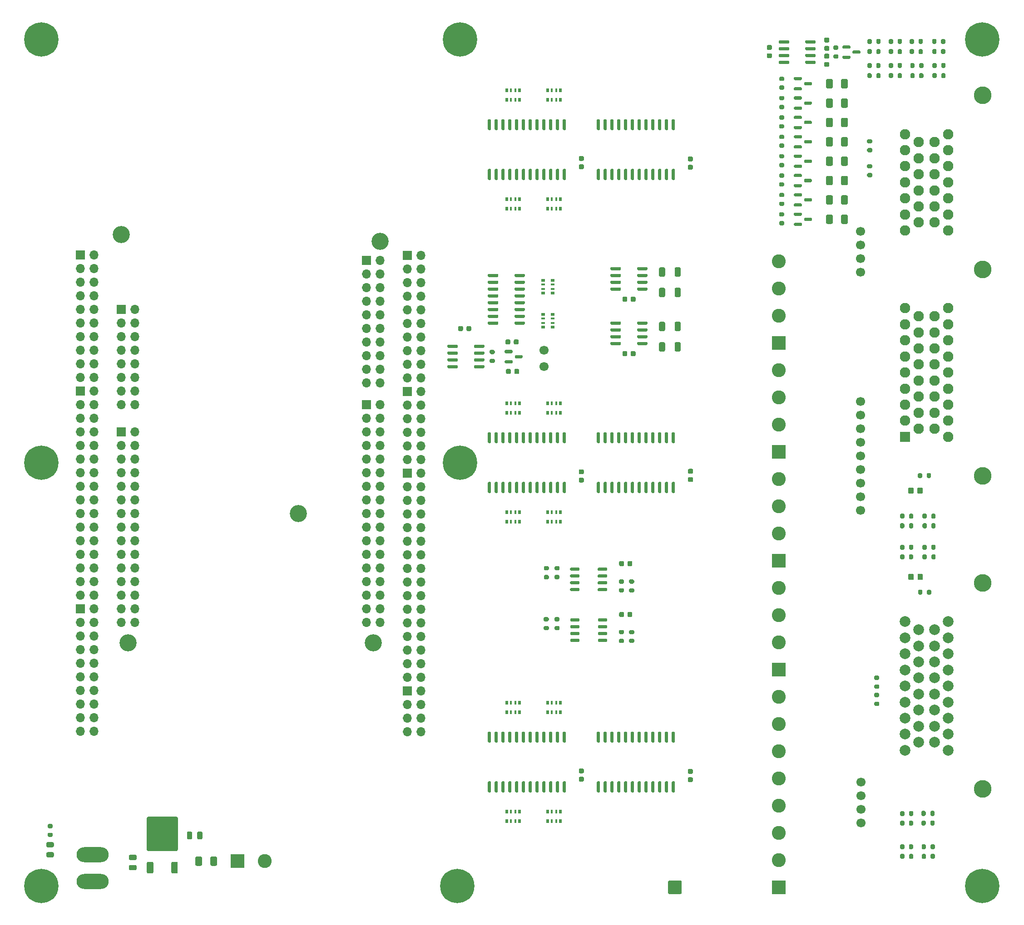
<source format=gts>
G75*
G70*
%OFA0B0*%
%FSLAX25Y25*%
%IPPOS*%
%LPD*%
%AMOC8*
5,1,8,0,0,1.08239X$1,22.5*
%
%ADD10C,0.03150*%
%ADD11C,0.25197*%
%ADD12R,0.07677X0.07677*%
%ADD13C,0.07677*%
%ADD14R,0.06693X0.06693*%
%ADD15O,0.06693X0.06693*%
%ADD16R,0.10236X0.10236*%
%ADD17C,0.10236*%
%ADD18C,0.06693*%
%ADD19O,0.23622X0.11024*%
%ADD20R,0.01969X0.03150*%
%ADD21R,0.01575X0.03150*%
%ADD22R,0.03150X0.01969*%
%ADD23R,0.03150X0.01575*%
%ADD24C,0.07874*%
%ADD30C,0.12992*%
%ADD31C,0.12598*%
X0000000Y0000000D02*
%LPD*%
G01*
D10*
X0309449Y0013780D03*
X0312216Y0020461D03*
X0312216Y0007098D03*
X0318898Y0023228D03*
D11*
X0318898Y0013780D03*
D10*
X0318898Y0004331D03*
X0325579Y0020461D03*
X0325579Y0007098D03*
X0328346Y0013780D03*
G36*
G01*
X0653642Y0060925D02*
X0653642Y0058760D01*
G75*
G02*
X0652854Y0057972I-000787J0000000D01*
G01*
X0651280Y0057972D01*
G75*
G02*
X0650492Y0058760I0000000J0000787D01*
G01*
X0650492Y0060925D01*
G75*
G02*
X0651280Y0061713I0000787J0000000D01*
G01*
X0652854Y0061713D01*
G75*
G02*
X0653642Y0060925I0000000J-000787D01*
G01*
G37*
G36*
G01*
X0647146Y0060925D02*
X0647146Y0058760D01*
G75*
G02*
X0646358Y0057972I-000787J0000000D01*
G01*
X0644783Y0057972D01*
G75*
G02*
X0643996Y0058760I0000000J0000787D01*
G01*
X0643996Y0060925D01*
G75*
G02*
X0644783Y0061713I0000787J0000000D01*
G01*
X0646358Y0061713D01*
G75*
G02*
X0647146Y0060925I0000000J-000787D01*
G01*
G37*
G36*
G01*
X0589665Y0600689D02*
X0589665Y0605610D01*
G75*
G02*
X0590650Y0606594I0000984J0000000D01*
G01*
X0593602Y0606594D01*
G75*
G02*
X0594587Y0605610I0000000J-000984D01*
G01*
X0594587Y0600689D01*
G75*
G02*
X0593602Y0599705I-000984J0000000D01*
G01*
X0590650Y0599705D01*
G75*
G02*
X0589665Y0600689I0000000J0000984D01*
G01*
G37*
G36*
G01*
X0600689Y0600689D02*
X0600689Y0605610D01*
G75*
G02*
X0601673Y0606594I0000984J0000000D01*
G01*
X0604626Y0606594D01*
G75*
G02*
X0605610Y0605610I0000000J-000984D01*
G01*
X0605610Y0600689D01*
G75*
G02*
X0604626Y0599705I-000984J0000000D01*
G01*
X0601673Y0599705D01*
G75*
G02*
X0600689Y0600689I0000000J0000984D01*
G01*
G37*
D30*
X0704724Y0594685D03*
X0704724Y0466732D03*
X0704724Y0315157D03*
D12*
X0647638Y0343701D03*
D13*
X0647638Y0355512D03*
X0647638Y0367323D03*
X0647638Y0379134D03*
X0647638Y0390945D03*
X0647638Y0402756D03*
X0647638Y0414567D03*
X0647638Y0426378D03*
X0647638Y0438189D03*
X0657480Y0349606D03*
X0657480Y0361417D03*
X0657480Y0373228D03*
X0657480Y0385039D03*
X0657480Y0396850D03*
X0657480Y0408661D03*
X0657480Y0420472D03*
X0657480Y0432283D03*
X0669291Y0349606D03*
X0669291Y0361417D03*
X0669291Y0373228D03*
X0669291Y0385039D03*
X0669291Y0396850D03*
X0669291Y0408661D03*
X0669291Y0420472D03*
X0669291Y0432283D03*
X0679134Y0343701D03*
X0679134Y0355512D03*
X0679134Y0367323D03*
X0679134Y0379134D03*
X0679134Y0390945D03*
X0679134Y0402756D03*
X0679134Y0414567D03*
X0679134Y0426378D03*
X0679134Y0438189D03*
X0647638Y0495276D03*
X0647638Y0507087D03*
X0647638Y0518898D03*
X0647638Y0530709D03*
X0647638Y0542520D03*
X0647638Y0554331D03*
X0647638Y0566142D03*
X0657480Y0501181D03*
X0657480Y0512992D03*
X0657480Y0524803D03*
X0657480Y0536614D03*
X0657480Y0548425D03*
X0657480Y0560236D03*
X0669291Y0501181D03*
X0669291Y0512992D03*
X0669291Y0524803D03*
X0669291Y0536614D03*
X0669291Y0548425D03*
X0669291Y0560236D03*
X0679134Y0495276D03*
X0679134Y0507087D03*
X0679134Y0518898D03*
X0679134Y0530709D03*
X0679134Y0542520D03*
X0679134Y0554331D03*
X0679134Y0566142D03*
G36*
G01*
X0677362Y0617618D02*
X0677362Y0615453D01*
G75*
G02*
X0676575Y0614665I-000787J0000000D01*
G01*
X0675000Y0614665D01*
G75*
G02*
X0674213Y0615453I0000000J0000787D01*
G01*
X0674213Y0617618D01*
G75*
G02*
X0675000Y0618406I0000787J0000000D01*
G01*
X0676575Y0618406D01*
G75*
G02*
X0677362Y0617618I0000000J-000787D01*
G01*
G37*
G36*
G01*
X0670866Y0617618D02*
X0670866Y0615453D01*
G75*
G02*
X0670079Y0614665I-000787J0000000D01*
G01*
X0668504Y0614665D01*
G75*
G02*
X0667717Y0615453I0000000J0000787D01*
G01*
X0667717Y0617618D01*
G75*
G02*
X0668504Y0618406I0000787J0000000D01*
G01*
X0670079Y0618406D01*
G75*
G02*
X0670866Y0617618I0000000J-000787D01*
G01*
G37*
D14*
X0252323Y0473165D03*
D15*
X0262323Y0473165D03*
X0252323Y0463165D03*
X0262323Y0463165D03*
X0252323Y0453165D03*
X0262323Y0453165D03*
X0252323Y0443165D03*
X0262323Y0443165D03*
X0252323Y0433165D03*
X0262323Y0433165D03*
X0252323Y0423165D03*
X0262323Y0423165D03*
X0252323Y0413165D03*
X0262323Y0413165D03*
X0252323Y0403165D03*
X0262323Y0403165D03*
X0252323Y0393165D03*
X0262323Y0393165D03*
X0252323Y0383165D03*
X0262323Y0383165D03*
G36*
G01*
X0131890Y0052657D02*
X0131890Y0048917D01*
G75*
G02*
X0130906Y0047933I-000984J0000000D01*
G01*
X0128937Y0047933D01*
G75*
G02*
X0127953Y0048917I0000000J0000984D01*
G01*
X0127953Y0052657D01*
G75*
G02*
X0128937Y0053642I0000984J0000000D01*
G01*
X0130906Y0053642D01*
G75*
G02*
X0131890Y0052657I0000000J-000984D01*
G01*
G37*
G36*
G01*
X0124409Y0052657D02*
X0124409Y0048917D01*
G75*
G02*
X0123425Y0047933I-000984J0000000D01*
G01*
X0121457Y0047933D01*
G75*
G02*
X0120472Y0048917I0000000J0000984D01*
G01*
X0120472Y0052657D01*
G75*
G02*
X0121457Y0053642I0000984J0000000D01*
G01*
X0123425Y0053642D01*
G75*
G02*
X0124409Y0052657I0000000J-000984D01*
G01*
G37*
G36*
G01*
X0627953Y0158563D02*
X0625787Y0158563D01*
G75*
G02*
X0625000Y0159350I0000000J0000787D01*
G01*
X0625000Y0160925D01*
G75*
G02*
X0625787Y0161713I0000787J0000000D01*
G01*
X0627953Y0161713D01*
G75*
G02*
X0628740Y0160925I0000000J-000787D01*
G01*
X0628740Y0159350D01*
G75*
G02*
X0627953Y0158563I-000787J0000000D01*
G01*
G37*
G36*
G01*
X0627953Y0165059D02*
X0625787Y0165059D01*
G75*
G02*
X0625000Y0165846I0000000J0000787D01*
G01*
X0625000Y0167421D01*
G75*
G02*
X0625787Y0168209I0000787J0000000D01*
G01*
X0627953Y0168209D01*
G75*
G02*
X0628740Y0167421I0000000J-000787D01*
G01*
X0628740Y0165846D01*
G75*
G02*
X0627953Y0165059I-000787J0000000D01*
G01*
G37*
D16*
X0554823Y0252677D03*
D17*
X0554823Y0272677D03*
X0554823Y0292677D03*
X0554823Y0312677D03*
G36*
G01*
X0354331Y0412421D02*
X0354331Y0414390D01*
G75*
G02*
X0355217Y0415276I0000886J0000000D01*
G01*
X0356988Y0415276D01*
G75*
G02*
X0357874Y0414390I0000000J-000886D01*
G01*
X0357874Y0412421D01*
G75*
G02*
X0356988Y0411535I-000886J0000000D01*
G01*
X0355217Y0411535D01*
G75*
G02*
X0354331Y0412421I0000000J0000886D01*
G01*
G37*
G36*
G01*
X0360433Y0412421D02*
X0360433Y0414390D01*
G75*
G02*
X0361319Y0415276I0000886J0000000D01*
G01*
X0363091Y0415276D01*
G75*
G02*
X0363976Y0414390I0000000J-000886D01*
G01*
X0363976Y0412421D01*
G75*
G02*
X0363091Y0411535I-000886J0000000D01*
G01*
X0361319Y0411535D01*
G75*
G02*
X0360433Y0412421I0000000J0000886D01*
G01*
G37*
G36*
G01*
X0566093Y0577840D02*
X0566093Y0579021D01*
G75*
G02*
X0566683Y0579612I0000591J0000000D01*
G01*
X0571309Y0579612D01*
G75*
G02*
X0571900Y0579021I0000000J-000591D01*
G01*
X0571900Y0577840D01*
G75*
G02*
X0571309Y0577250I-000591J0000000D01*
G01*
X0566683Y0577250D01*
G75*
G02*
X0566093Y0577840I0000000J0000591D01*
G01*
G37*
G36*
G01*
X0573474Y0574100D02*
X0573474Y0575281D01*
G75*
G02*
X0574065Y0575872I0000591J0000000D01*
G01*
X0578691Y0575872D01*
G75*
G02*
X0579281Y0575281I0000000J-000591D01*
G01*
X0579281Y0574100D01*
G75*
G02*
X0578691Y0573510I-000591J0000000D01*
G01*
X0574065Y0573510D01*
G75*
G02*
X0573474Y0574100I0000000J0000591D01*
G01*
G37*
G36*
G01*
X0566093Y0570360D02*
X0566093Y0571541D01*
G75*
G02*
X0566683Y0572132I0000591J0000000D01*
G01*
X0571309Y0572132D01*
G75*
G02*
X0571900Y0571541I0000000J-000591D01*
G01*
X0571900Y0570360D01*
G75*
G02*
X0571309Y0569769I-000591J0000000D01*
G01*
X0566683Y0569769D01*
G75*
G02*
X0566093Y0570360I0000000J0000591D01*
G01*
G37*
D18*
X0382677Y0395276D03*
G36*
G01*
X0018282Y0045915D02*
X0021875Y0045915D01*
G75*
G02*
X0022835Y0044956I0000000J-000960D01*
G01*
X0022835Y0043036D01*
G75*
G02*
X0021875Y0042077I-000960J0000000D01*
G01*
X0018282Y0042077D01*
G75*
G02*
X0017323Y0043036I0000000J0000960D01*
G01*
X0017323Y0044956D01*
G75*
G02*
X0018282Y0045915I0000960J0000000D01*
G01*
G37*
G36*
G01*
X0018282Y0038533D02*
X0021875Y0038533D01*
G75*
G02*
X0022835Y0037574I0000000J-000960D01*
G01*
X0022835Y0035655D01*
G75*
G02*
X0021875Y0034695I-000960J0000000D01*
G01*
X0018282Y0034695D01*
G75*
G02*
X0017323Y0035655I0000000J0000960D01*
G01*
X0017323Y0037574D01*
G75*
G02*
X0018282Y0038533I0000960J0000000D01*
G01*
G37*
G36*
G01*
X0653642Y0036516D02*
X0653642Y0034350D01*
G75*
G02*
X0652854Y0033563I-000787J0000000D01*
G01*
X0651280Y0033563D01*
G75*
G02*
X0650492Y0034350I0000000J0000787D01*
G01*
X0650492Y0036516D01*
G75*
G02*
X0651280Y0037303I0000787J0000000D01*
G01*
X0652854Y0037303D01*
G75*
G02*
X0653642Y0036516I0000000J-000787D01*
G01*
G37*
G36*
G01*
X0647146Y0036516D02*
X0647146Y0034350D01*
G75*
G02*
X0646358Y0033563I-000787J0000000D01*
G01*
X0644783Y0033563D01*
G75*
G02*
X0643996Y0034350I0000000J0000787D01*
G01*
X0643996Y0036516D01*
G75*
G02*
X0644783Y0037303I0000787J0000000D01*
G01*
X0646358Y0037303D01*
G75*
G02*
X0647146Y0036516I0000000J-000787D01*
G01*
G37*
D31*
X0262323Y0487165D03*
G36*
G01*
X0635728Y0633169D02*
X0635728Y0635335D01*
G75*
G02*
X0636516Y0636122I0000787J0000000D01*
G01*
X0638091Y0636122D01*
G75*
G02*
X0638878Y0635335I0000000J-000787D01*
G01*
X0638878Y0633169D01*
G75*
G02*
X0638091Y0632382I-000787J0000000D01*
G01*
X0636516Y0632382D01*
G75*
G02*
X0635728Y0633169I0000000J0000787D01*
G01*
G37*
G36*
G01*
X0642224Y0633169D02*
X0642224Y0635335D01*
G75*
G02*
X0643012Y0636122I0000787J0000000D01*
G01*
X0644587Y0636122D01*
G75*
G02*
X0645374Y0635335I0000000J-000787D01*
G01*
X0645374Y0633169D01*
G75*
G02*
X0644587Y0632382I-000787J0000000D01*
G01*
X0643012Y0632382D01*
G75*
G02*
X0642224Y0633169I0000000J0000787D01*
G01*
G37*
D19*
X0051181Y0016929D03*
X0051181Y0036614D03*
G36*
G01*
X0589665Y0543771D02*
X0589665Y0548692D01*
G75*
G02*
X0590650Y0549677I0000984J0000000D01*
G01*
X0593602Y0549677D01*
G75*
G02*
X0594587Y0548692I0000000J-000984D01*
G01*
X0594587Y0543771D01*
G75*
G02*
X0593602Y0542787I-000984J0000000D01*
G01*
X0590650Y0542787D01*
G75*
G02*
X0589665Y0543771I0000000J0000984D01*
G01*
G37*
G36*
G01*
X0600689Y0543771D02*
X0600689Y0548692D01*
G75*
G02*
X0601673Y0549677I0000984J0000000D01*
G01*
X0604626Y0549677D01*
G75*
G02*
X0605610Y0548692I0000000J-000984D01*
G01*
X0605610Y0543771D01*
G75*
G02*
X0604626Y0542787I-000984J0000000D01*
G01*
X0601673Y0542787D01*
G75*
G02*
X0600689Y0543771I0000000J0000984D01*
G01*
G37*
G36*
G01*
X0547047Y0631594D02*
X0549016Y0631594D01*
G75*
G02*
X0549902Y0630709I0000000J-000886D01*
G01*
X0549902Y0628937D01*
G75*
G02*
X0549016Y0628051I-000886J0000000D01*
G01*
X0547047Y0628051D01*
G75*
G02*
X0546161Y0628937I0000000J0000886D01*
G01*
X0546161Y0630709D01*
G75*
G02*
X0547047Y0631594I0000886J0000000D01*
G01*
G37*
G36*
G01*
X0547047Y0625492D02*
X0549016Y0625492D01*
G75*
G02*
X0549902Y0624606I0000000J-000886D01*
G01*
X0549902Y0622835D01*
G75*
G02*
X0549016Y0621949I-000886J0000000D01*
G01*
X0547047Y0621949D01*
G75*
G02*
X0546161Y0622835I0000000J0000886D01*
G01*
X0546161Y0624606D01*
G75*
G02*
X0547047Y0625492I0000886J0000000D01*
G01*
G37*
D16*
X0157500Y0032146D03*
D17*
X0177500Y0032146D03*
G36*
G01*
X0482972Y0467264D02*
X0482972Y0462343D01*
G75*
G02*
X0481988Y0461358I-000984J0000000D01*
G01*
X0479528Y0461358D01*
G75*
G02*
X0478543Y0462343I0000000J0000984D01*
G01*
X0478543Y0467264D01*
G75*
G02*
X0479528Y0468248I0000984J0000000D01*
G01*
X0481988Y0468248D01*
G75*
G02*
X0482972Y0467264I0000000J-000984D01*
G01*
G37*
G36*
G01*
X0471457Y0467264D02*
X0471457Y0462343D01*
G75*
G02*
X0470472Y0461358I-000984J0000000D01*
G01*
X0468012Y0461358D01*
G75*
G02*
X0467028Y0462343I0000000J0000984D01*
G01*
X0467028Y0467264D01*
G75*
G02*
X0468012Y0468248I0000984J0000000D01*
G01*
X0470472Y0468248D01*
G75*
G02*
X0471457Y0467264I0000000J-000984D01*
G01*
G37*
D20*
X0355276Y0061260D03*
D21*
X0358425Y0061260D03*
X0361575Y0061260D03*
D20*
X0364724Y0061260D03*
X0364724Y0068346D03*
D21*
X0361575Y0068346D03*
X0358425Y0068346D03*
D20*
X0355276Y0068346D03*
G36*
G01*
X0449823Y0445787D02*
X0449823Y0443819D01*
G75*
G02*
X0448937Y0442933I-000886J0000000D01*
G01*
X0447165Y0442933D01*
G75*
G02*
X0446280Y0443819I0000000J0000886D01*
G01*
X0446280Y0445787D01*
G75*
G02*
X0447165Y0446673I0000886J0000000D01*
G01*
X0448937Y0446673D01*
G75*
G02*
X0449823Y0445787I0000000J-000886D01*
G01*
G37*
G36*
G01*
X0443720Y0445787D02*
X0443720Y0443819D01*
G75*
G02*
X0442835Y0442933I-000886J0000000D01*
G01*
X0441063Y0442933D01*
G75*
G02*
X0440177Y0443819I0000000J0000886D01*
G01*
X0440177Y0445787D01*
G75*
G02*
X0441063Y0446673I0000886J0000000D01*
G01*
X0442835Y0446673D01*
G75*
G02*
X0443720Y0445787I0000000J-000886D01*
G01*
G37*
X0364724Y0148346D03*
D21*
X0361575Y0148346D03*
X0358425Y0148346D03*
D20*
X0355276Y0148346D03*
X0355276Y0141260D03*
D21*
X0358425Y0141260D03*
X0361575Y0141260D03*
D20*
X0364724Y0141260D03*
D18*
X0615000Y0494646D03*
X0382677Y0407480D03*
G36*
G01*
X0329232Y0424213D02*
X0329232Y0422244D01*
G75*
G02*
X0328346Y0421358I-000886J0000000D01*
G01*
X0326575Y0421358D01*
G75*
G02*
X0325689Y0422244I0000000J0000886D01*
G01*
X0325689Y0424213D01*
G75*
G02*
X0326575Y0425098I0000886J0000000D01*
G01*
X0328346Y0425098D01*
G75*
G02*
X0329232Y0424213I0000000J-000886D01*
G01*
G37*
G36*
G01*
X0323130Y0424213D02*
X0323130Y0422244D01*
G75*
G02*
X0322244Y0421358I-000886J0000000D01*
G01*
X0320472Y0421358D01*
G75*
G02*
X0319587Y0422244I0000000J0000886D01*
G01*
X0319587Y0424213D01*
G75*
G02*
X0320472Y0425098I0000886J0000000D01*
G01*
X0322244Y0425098D01*
G75*
G02*
X0323130Y0424213I0000000J-000886D01*
G01*
G37*
X0615000Y0359646D03*
G36*
G01*
X0482972Y0412264D02*
X0482972Y0407343D01*
G75*
G02*
X0481988Y0406358I-000984J0000000D01*
G01*
X0479528Y0406358D01*
G75*
G02*
X0478543Y0407343I0000000J0000984D01*
G01*
X0478543Y0412264D01*
G75*
G02*
X0479528Y0413248I0000984J0000000D01*
G01*
X0481988Y0413248D01*
G75*
G02*
X0482972Y0412264I0000000J-000984D01*
G01*
G37*
G36*
G01*
X0471457Y0412264D02*
X0471457Y0407343D01*
G75*
G02*
X0470472Y0406358I-000984J0000000D01*
G01*
X0468012Y0406358D01*
G75*
G02*
X0467028Y0407343I0000000J0000984D01*
G01*
X0467028Y0412264D01*
G75*
G02*
X0468012Y0413248I0000984J0000000D01*
G01*
X0470472Y0413248D01*
G75*
G02*
X0471457Y0412264I0000000J-000984D01*
G01*
G37*
G36*
G01*
X0311713Y0409685D02*
X0311713Y0410866D01*
G75*
G02*
X0312303Y0411457I0000591J0000000D01*
G01*
X0318799Y0411457D01*
G75*
G02*
X0319390Y0410866I0000000J-000591D01*
G01*
X0319390Y0409685D01*
G75*
G02*
X0318799Y0409094I-000591J0000000D01*
G01*
X0312303Y0409094D01*
G75*
G02*
X0311713Y0409685I0000000J0000591D01*
G01*
G37*
G36*
G01*
X0311713Y0404685D02*
X0311713Y0405866D01*
G75*
G02*
X0312303Y0406457I0000591J0000000D01*
G01*
X0318799Y0406457D01*
G75*
G02*
X0319390Y0405866I0000000J-000591D01*
G01*
X0319390Y0404685D01*
G75*
G02*
X0318799Y0404094I-000591J0000000D01*
G01*
X0312303Y0404094D01*
G75*
G02*
X0311713Y0404685I0000000J0000591D01*
G01*
G37*
G36*
G01*
X0311713Y0399685D02*
X0311713Y0400866D01*
G75*
G02*
X0312303Y0401457I0000591J0000000D01*
G01*
X0318799Y0401457D01*
G75*
G02*
X0319390Y0400866I0000000J-000591D01*
G01*
X0319390Y0399685D01*
G75*
G02*
X0318799Y0399094I-000591J0000000D01*
G01*
X0312303Y0399094D01*
G75*
G02*
X0311713Y0399685I0000000J0000591D01*
G01*
G37*
G36*
G01*
X0311713Y0394685D02*
X0311713Y0395866D01*
G75*
G02*
X0312303Y0396457I0000591J0000000D01*
G01*
X0318799Y0396457D01*
G75*
G02*
X0319390Y0395866I0000000J-000591D01*
G01*
X0319390Y0394685D01*
G75*
G02*
X0318799Y0394094I-000591J0000000D01*
G01*
X0312303Y0394094D01*
G75*
G02*
X0311713Y0394685I0000000J0000591D01*
G01*
G37*
G36*
G01*
X0331201Y0394685D02*
X0331201Y0395866D01*
G75*
G02*
X0331791Y0396457I0000591J0000000D01*
G01*
X0338287Y0396457D01*
G75*
G02*
X0338878Y0395866I0000000J-000591D01*
G01*
X0338878Y0394685D01*
G75*
G02*
X0338287Y0394094I-000591J0000000D01*
G01*
X0331791Y0394094D01*
G75*
G02*
X0331201Y0394685I0000000J0000591D01*
G01*
G37*
G36*
G01*
X0331201Y0399685D02*
X0331201Y0400866D01*
G75*
G02*
X0331791Y0401457I0000591J0000000D01*
G01*
X0338287Y0401457D01*
G75*
G02*
X0338878Y0400866I0000000J-000591D01*
G01*
X0338878Y0399685D01*
G75*
G02*
X0338287Y0399094I-000591J0000000D01*
G01*
X0331791Y0399094D01*
G75*
G02*
X0331201Y0399685I0000000J0000591D01*
G01*
G37*
G36*
G01*
X0331201Y0404685D02*
X0331201Y0405866D01*
G75*
G02*
X0331791Y0406457I0000591J0000000D01*
G01*
X0338287Y0406457D01*
G75*
G02*
X0338878Y0405866I0000000J-000591D01*
G01*
X0338878Y0404685D01*
G75*
G02*
X0338287Y0404094I-000591J0000000D01*
G01*
X0331791Y0404094D01*
G75*
G02*
X0331201Y0404685I0000000J0000591D01*
G01*
G37*
G36*
G01*
X0331201Y0409685D02*
X0331201Y0410866D01*
G75*
G02*
X0331791Y0411457I0000591J0000000D01*
G01*
X0338287Y0411457D01*
G75*
G02*
X0338878Y0410866I0000000J-000591D01*
G01*
X0338878Y0409685D01*
G75*
G02*
X0338287Y0409094I-000591J0000000D01*
G01*
X0331791Y0409094D01*
G75*
G02*
X0331201Y0409685I0000000J0000591D01*
G01*
G37*
G36*
G01*
X0670079Y0279429D02*
X0670079Y0277264D01*
G75*
G02*
X0669291Y0276476I-000787J0000000D01*
G01*
X0667717Y0276476D01*
G75*
G02*
X0666929Y0277264I0000000J0000787D01*
G01*
X0666929Y0279429D01*
G75*
G02*
X0667717Y0280217I0000787J0000000D01*
G01*
X0669291Y0280217D01*
G75*
G02*
X0670079Y0279429I0000000J-000787D01*
G01*
G37*
G36*
G01*
X0663583Y0279429D02*
X0663583Y0277264D01*
G75*
G02*
X0662795Y0276476I-000787J0000000D01*
G01*
X0661220Y0276476D01*
G75*
G02*
X0660433Y0277264I0000000J0000787D01*
G01*
X0660433Y0279429D01*
G75*
G02*
X0661220Y0280217I0000787J0000000D01*
G01*
X0662795Y0280217D01*
G75*
G02*
X0663583Y0279429I0000000J-000787D01*
G01*
G37*
D14*
X0072323Y0347165D03*
D15*
X0082323Y0347165D03*
X0072323Y0337165D03*
X0082323Y0337165D03*
X0072323Y0327165D03*
X0082323Y0327165D03*
X0072323Y0317165D03*
X0082323Y0317165D03*
X0072323Y0307165D03*
X0082323Y0307165D03*
X0072323Y0297165D03*
X0082323Y0297165D03*
X0072323Y0287165D03*
X0082323Y0287165D03*
X0072323Y0277165D03*
X0082323Y0277165D03*
X0072323Y0267165D03*
X0082323Y0267165D03*
X0072323Y0257165D03*
X0082323Y0257165D03*
X0072323Y0247165D03*
X0082323Y0247165D03*
X0072323Y0237165D03*
X0082323Y0237165D03*
X0072323Y0227165D03*
X0082323Y0227165D03*
X0072323Y0217165D03*
X0082323Y0217165D03*
X0072323Y0207165D03*
X0082323Y0207165D03*
D18*
X0615000Y0319646D03*
G36*
G01*
X0401772Y0245886D02*
X0401772Y0247067D01*
G75*
G02*
X0402362Y0247657I0000591J0000000D01*
G01*
X0408071Y0247657D01*
G75*
G02*
X0408661Y0247067I0000000J-000591D01*
G01*
X0408661Y0245886D01*
G75*
G02*
X0408071Y0245295I-000591J0000000D01*
G01*
X0402362Y0245295D01*
G75*
G02*
X0401772Y0245886I0000000J0000591D01*
G01*
G37*
G36*
G01*
X0401772Y0240886D02*
X0401772Y0242067D01*
G75*
G02*
X0402362Y0242657I0000591J0000000D01*
G01*
X0408071Y0242657D01*
G75*
G02*
X0408661Y0242067I0000000J-000591D01*
G01*
X0408661Y0240886D01*
G75*
G02*
X0408071Y0240295I-000591J0000000D01*
G01*
X0402362Y0240295D01*
G75*
G02*
X0401772Y0240886I0000000J0000591D01*
G01*
G37*
G36*
G01*
X0401772Y0235886D02*
X0401772Y0237067D01*
G75*
G02*
X0402362Y0237657I0000591J0000000D01*
G01*
X0408071Y0237657D01*
G75*
G02*
X0408661Y0237067I0000000J-000591D01*
G01*
X0408661Y0235886D01*
G75*
G02*
X0408071Y0235295I-000591J0000000D01*
G01*
X0402362Y0235295D01*
G75*
G02*
X0401772Y0235886I0000000J0000591D01*
G01*
G37*
G36*
G01*
X0401772Y0230886D02*
X0401772Y0232067D01*
G75*
G02*
X0402362Y0232657I0000591J0000000D01*
G01*
X0408071Y0232657D01*
G75*
G02*
X0408661Y0232067I0000000J-000591D01*
G01*
X0408661Y0230886D01*
G75*
G02*
X0408071Y0230295I-000591J0000000D01*
G01*
X0402362Y0230295D01*
G75*
G02*
X0401772Y0230886I0000000J0000591D01*
G01*
G37*
G36*
G01*
X0422047Y0230886D02*
X0422047Y0232067D01*
G75*
G02*
X0422638Y0232657I0000591J0000000D01*
G01*
X0428346Y0232657D01*
G75*
G02*
X0428937Y0232067I0000000J-000591D01*
G01*
X0428937Y0230886D01*
G75*
G02*
X0428346Y0230295I-000591J0000000D01*
G01*
X0422638Y0230295D01*
G75*
G02*
X0422047Y0230886I0000000J0000591D01*
G01*
G37*
G36*
G01*
X0422047Y0235886D02*
X0422047Y0237067D01*
G75*
G02*
X0422638Y0237657I0000591J0000000D01*
G01*
X0428346Y0237657D01*
G75*
G02*
X0428937Y0237067I0000000J-000591D01*
G01*
X0428937Y0235886D01*
G75*
G02*
X0428346Y0235295I-000591J0000000D01*
G01*
X0422638Y0235295D01*
G75*
G02*
X0422047Y0235886I0000000J0000591D01*
G01*
G37*
G36*
G01*
X0422047Y0240886D02*
X0422047Y0242067D01*
G75*
G02*
X0422638Y0242657I0000591J0000000D01*
G01*
X0428346Y0242657D01*
G75*
G02*
X0428937Y0242067I0000000J-000591D01*
G01*
X0428937Y0240886D01*
G75*
G02*
X0428346Y0240295I-000591J0000000D01*
G01*
X0422638Y0240295D01*
G75*
G02*
X0422047Y0240886I0000000J0000591D01*
G01*
G37*
G36*
G01*
X0422047Y0245886D02*
X0422047Y0247067D01*
G75*
G02*
X0422638Y0247657I0000591J0000000D01*
G01*
X0428346Y0247657D01*
G75*
G02*
X0428937Y0247067I0000000J-000591D01*
G01*
X0428937Y0245886D01*
G75*
G02*
X0428346Y0245295I-000591J0000000D01*
G01*
X0422638Y0245295D01*
G75*
G02*
X0422047Y0245886I0000000J0000591D01*
G01*
G37*
G36*
G01*
X0601673Y0629528D02*
X0601673Y0630709D01*
G75*
G02*
X0602264Y0631299I0000591J0000000D01*
G01*
X0606890Y0631299D01*
G75*
G02*
X0607480Y0630709I0000000J-000591D01*
G01*
X0607480Y0629528D01*
G75*
G02*
X0606890Y0628937I-000591J0000000D01*
G01*
X0602264Y0628937D01*
G75*
G02*
X0601673Y0629528I0000000J0000591D01*
G01*
G37*
G36*
G01*
X0601673Y0622047D02*
X0601673Y0623228D01*
G75*
G02*
X0602264Y0623819I0000591J0000000D01*
G01*
X0606890Y0623819D01*
G75*
G02*
X0607480Y0623228I0000000J-000591D01*
G01*
X0607480Y0622047D01*
G75*
G02*
X0606890Y0621457I-000591J0000000D01*
G01*
X0602264Y0621457D01*
G75*
G02*
X0601673Y0622047I0000000J0000591D01*
G01*
G37*
G36*
G01*
X0609055Y0625787D02*
X0609055Y0626969D01*
G75*
G02*
X0609646Y0627559I0000591J0000000D01*
G01*
X0614272Y0627559D01*
G75*
G02*
X0614862Y0626969I0000000J-000591D01*
G01*
X0614862Y0625787D01*
G75*
G02*
X0614272Y0625197I-000591J0000000D01*
G01*
X0609646Y0625197D01*
G75*
G02*
X0609055Y0625787I0000000J0000591D01*
G01*
G37*
X0615000Y0299646D03*
D14*
X0282323Y0317087D03*
D15*
X0292323Y0317087D03*
X0282323Y0307087D03*
X0292323Y0307087D03*
X0282323Y0297087D03*
X0292323Y0297087D03*
X0282323Y0287087D03*
X0292323Y0287087D03*
X0282323Y0277087D03*
X0292323Y0277087D03*
X0282323Y0267087D03*
X0292323Y0267087D03*
X0282323Y0257087D03*
X0292323Y0257087D03*
X0282323Y0247087D03*
X0292323Y0247087D03*
X0282323Y0237087D03*
X0292323Y0237087D03*
X0282323Y0227087D03*
X0292323Y0227087D03*
X0282323Y0217087D03*
X0292323Y0217087D03*
X0282323Y0207087D03*
X0292323Y0207087D03*
X0282323Y0197087D03*
X0292323Y0197087D03*
X0282323Y0187087D03*
X0292323Y0187087D03*
X0282323Y0177087D03*
X0292323Y0177087D03*
X0282323Y0167087D03*
X0292323Y0167087D03*
G36*
G01*
X0401850Y0208642D02*
X0401850Y0209823D01*
G75*
G02*
X0402441Y0210413I0000591J0000000D01*
G01*
X0408150Y0210413D01*
G75*
G02*
X0408740Y0209823I0000000J-000591D01*
G01*
X0408740Y0208642D01*
G75*
G02*
X0408150Y0208051I-000591J0000000D01*
G01*
X0402441Y0208051D01*
G75*
G02*
X0401850Y0208642I0000000J0000591D01*
G01*
G37*
G36*
G01*
X0401850Y0203642D02*
X0401850Y0204823D01*
G75*
G02*
X0402441Y0205413I0000591J0000000D01*
G01*
X0408150Y0205413D01*
G75*
G02*
X0408740Y0204823I0000000J-000591D01*
G01*
X0408740Y0203642D01*
G75*
G02*
X0408150Y0203051I-000591J0000000D01*
G01*
X0402441Y0203051D01*
G75*
G02*
X0401850Y0203642I0000000J0000591D01*
G01*
G37*
G36*
G01*
X0401850Y0198642D02*
X0401850Y0199823D01*
G75*
G02*
X0402441Y0200413I0000591J0000000D01*
G01*
X0408150Y0200413D01*
G75*
G02*
X0408740Y0199823I0000000J-000591D01*
G01*
X0408740Y0198642D01*
G75*
G02*
X0408150Y0198051I-000591J0000000D01*
G01*
X0402441Y0198051D01*
G75*
G02*
X0401850Y0198642I0000000J0000591D01*
G01*
G37*
G36*
G01*
X0401850Y0193642D02*
X0401850Y0194823D01*
G75*
G02*
X0402441Y0195413I0000591J0000000D01*
G01*
X0408150Y0195413D01*
G75*
G02*
X0408740Y0194823I0000000J-000591D01*
G01*
X0408740Y0193642D01*
G75*
G02*
X0408150Y0193051I-000591J0000000D01*
G01*
X0402441Y0193051D01*
G75*
G02*
X0401850Y0193642I0000000J0000591D01*
G01*
G37*
G36*
G01*
X0422126Y0193642D02*
X0422126Y0194823D01*
G75*
G02*
X0422717Y0195413I0000591J0000000D01*
G01*
X0428425Y0195413D01*
G75*
G02*
X0429016Y0194823I0000000J-000591D01*
G01*
X0429016Y0193642D01*
G75*
G02*
X0428425Y0193051I-000591J0000000D01*
G01*
X0422717Y0193051D01*
G75*
G02*
X0422126Y0193642I0000000J0000591D01*
G01*
G37*
G36*
G01*
X0422126Y0198642D02*
X0422126Y0199823D01*
G75*
G02*
X0422717Y0200413I0000591J0000000D01*
G01*
X0428425Y0200413D01*
G75*
G02*
X0429016Y0199823I0000000J-000591D01*
G01*
X0429016Y0198642D01*
G75*
G02*
X0428425Y0198051I-000591J0000000D01*
G01*
X0422717Y0198051D01*
G75*
G02*
X0422126Y0198642I0000000J0000591D01*
G01*
G37*
G36*
G01*
X0422126Y0203642D02*
X0422126Y0204823D01*
G75*
G02*
X0422717Y0205413I0000591J0000000D01*
G01*
X0428425Y0205413D01*
G75*
G02*
X0429016Y0204823I0000000J-000591D01*
G01*
X0429016Y0203642D01*
G75*
G02*
X0428425Y0203051I-000591J0000000D01*
G01*
X0422717Y0203051D01*
G75*
G02*
X0422126Y0203642I0000000J0000591D01*
G01*
G37*
G36*
G01*
X0422126Y0208642D02*
X0422126Y0209823D01*
G75*
G02*
X0422717Y0210413I0000591J0000000D01*
G01*
X0428425Y0210413D01*
G75*
G02*
X0429016Y0209823I0000000J-000591D01*
G01*
X0429016Y0208642D01*
G75*
G02*
X0428425Y0208051I-000591J0000000D01*
G01*
X0422717Y0208051D01*
G75*
G02*
X0422126Y0208642I0000000J0000591D01*
G01*
G37*
G36*
G01*
X0126673Y0029429D02*
X0126673Y0034350D01*
G75*
G02*
X0127657Y0035335I0000984J0000000D01*
G01*
X0130610Y0035335D01*
G75*
G02*
X0131594Y0034350I0000000J-000984D01*
G01*
X0131594Y0029429D01*
G75*
G02*
X0130610Y0028445I-000984J0000000D01*
G01*
X0127657Y0028445D01*
G75*
G02*
X0126673Y0029429I0000000J0000984D01*
G01*
G37*
G36*
G01*
X0137697Y0029429D02*
X0137697Y0034350D01*
G75*
G02*
X0138681Y0035335I0000984J0000000D01*
G01*
X0141634Y0035335D01*
G75*
G02*
X0142618Y0034350I0000000J-000984D01*
G01*
X0142618Y0029429D01*
G75*
G02*
X0141634Y0028445I-000984J0000000D01*
G01*
X0138681Y0028445D01*
G75*
G02*
X0137697Y0029429I0000000J0000984D01*
G01*
G37*
G36*
G01*
X0383248Y0248681D02*
X0385413Y0248681D01*
G75*
G02*
X0386201Y0247894I0000000J-000787D01*
G01*
X0386201Y0246319D01*
G75*
G02*
X0385413Y0245531I-000787J0000000D01*
G01*
X0383248Y0245531D01*
G75*
G02*
X0382461Y0246319I0000000J0000787D01*
G01*
X0382461Y0247894D01*
G75*
G02*
X0383248Y0248681I0000787J0000000D01*
G01*
G37*
G36*
G01*
X0383248Y0242185D02*
X0385413Y0242185D01*
G75*
G02*
X0386201Y0241398I0000000J-000787D01*
G01*
X0386201Y0239823D01*
G75*
G02*
X0385413Y0239035I-000787J0000000D01*
G01*
X0383248Y0239035D01*
G75*
G02*
X0382461Y0239823I0000000J0000787D01*
G01*
X0382461Y0241398D01*
G75*
G02*
X0383248Y0242185I0000787J0000000D01*
G01*
G37*
D31*
X0257323Y0192165D03*
G36*
G01*
X0619980Y0625689D02*
X0619980Y0627854D01*
G75*
G02*
X0620768Y0628642I0000787J0000000D01*
G01*
X0622343Y0628642D01*
G75*
G02*
X0623130Y0627854I0000000J-000787D01*
G01*
X0623130Y0625689D01*
G75*
G02*
X0622343Y0624902I-000787J0000000D01*
G01*
X0620768Y0624902D01*
G75*
G02*
X0619980Y0625689I0000000J0000787D01*
G01*
G37*
G36*
G01*
X0626476Y0625689D02*
X0626476Y0627854D01*
G75*
G02*
X0627264Y0628642I0000787J0000000D01*
G01*
X0628839Y0628642D01*
G75*
G02*
X0629626Y0627854I0000000J-000787D01*
G01*
X0629626Y0625689D01*
G75*
G02*
X0628839Y0624902I-000787J0000000D01*
G01*
X0627264Y0624902D01*
G75*
G02*
X0626476Y0625689I0000000J0000787D01*
G01*
G37*
G36*
G01*
X0660433Y0254429D02*
X0660433Y0256594D01*
G75*
G02*
X0661220Y0257382I0000787J0000000D01*
G01*
X0662795Y0257382D01*
G75*
G02*
X0663583Y0256594I0000000J-000787D01*
G01*
X0663583Y0254429D01*
G75*
G02*
X0662795Y0253642I-000787J0000000D01*
G01*
X0661220Y0253642D01*
G75*
G02*
X0660433Y0254429I0000000J0000787D01*
G01*
G37*
G36*
G01*
X0666929Y0254429D02*
X0666929Y0256594D01*
G75*
G02*
X0667717Y0257382I0000787J0000000D01*
G01*
X0669291Y0257382D01*
G75*
G02*
X0670079Y0256594I0000000J-000787D01*
G01*
X0670079Y0254429D01*
G75*
G02*
X0669291Y0253642I-000787J0000000D01*
G01*
X0667717Y0253642D01*
G75*
G02*
X0666929Y0254429I0000000J0000787D01*
G01*
G37*
G36*
G01*
X0566093Y0563611D02*
X0566093Y0564792D01*
G75*
G02*
X0566683Y0565382I0000591J0000000D01*
G01*
X0571309Y0565382D01*
G75*
G02*
X0571900Y0564792I0000000J-000591D01*
G01*
X0571900Y0563611D01*
G75*
G02*
X0571309Y0563020I-000591J0000000D01*
G01*
X0566683Y0563020D01*
G75*
G02*
X0566093Y0563611I0000000J0000591D01*
G01*
G37*
G36*
G01*
X0573474Y0559871D02*
X0573474Y0561052D01*
G75*
G02*
X0574065Y0561642I0000591J0000000D01*
G01*
X0578691Y0561642D01*
G75*
G02*
X0579281Y0561052I0000000J-000591D01*
G01*
X0579281Y0559871D01*
G75*
G02*
X0578691Y0559280I-000591J0000000D01*
G01*
X0574065Y0559280D01*
G75*
G02*
X0573474Y0559871I0000000J0000591D01*
G01*
G37*
G36*
G01*
X0566093Y0556130D02*
X0566093Y0557312D01*
G75*
G02*
X0566683Y0557902I0000591J0000000D01*
G01*
X0571309Y0557902D01*
G75*
G02*
X0571900Y0557312I0000000J-000591D01*
G01*
X0571900Y0556130D01*
G75*
G02*
X0571309Y0555540I-000591J0000000D01*
G01*
X0566683Y0555540D01*
G75*
G02*
X0566093Y0556130I0000000J0000591D01*
G01*
G37*
D10*
X0311417Y0324803D03*
X0314185Y0331484D03*
X0314185Y0318122D03*
X0320866Y0334252D03*
D11*
X0320866Y0324803D03*
D10*
X0320866Y0315354D03*
X0327547Y0331484D03*
X0327547Y0318122D03*
X0330315Y0324803D03*
D14*
X0072323Y0437165D03*
D15*
X0082323Y0437165D03*
X0072323Y0427165D03*
X0082323Y0427165D03*
X0072323Y0417165D03*
X0082323Y0417165D03*
X0072323Y0407165D03*
X0082323Y0407165D03*
X0072323Y0397165D03*
X0082323Y0397165D03*
X0072323Y0387165D03*
X0082323Y0387165D03*
X0072323Y0377165D03*
X0082323Y0377165D03*
X0072323Y0367165D03*
X0082323Y0367165D03*
G36*
G01*
X0659646Y0065945D02*
X0659646Y0068110D01*
G75*
G02*
X0660433Y0068898I0000787J0000000D01*
G01*
X0662008Y0068898D01*
G75*
G02*
X0662795Y0068110I0000000J-000787D01*
G01*
X0662795Y0065945D01*
G75*
G02*
X0662008Y0065157I-000787J0000000D01*
G01*
X0660433Y0065157D01*
G75*
G02*
X0659646Y0065945I0000000J0000787D01*
G01*
G37*
G36*
G01*
X0666142Y0065945D02*
X0666142Y0068110D01*
G75*
G02*
X0666929Y0068898I0000787J0000000D01*
G01*
X0668504Y0068898D01*
G75*
G02*
X0669291Y0068110I0000000J-000787D01*
G01*
X0669291Y0065945D01*
G75*
G02*
X0668504Y0065157I-000787J0000000D01*
G01*
X0666929Y0065157D01*
G75*
G02*
X0666142Y0065945I0000000J0000787D01*
G01*
G37*
G36*
G01*
X0558169Y0541803D02*
X0556004Y0541803D01*
G75*
G02*
X0555217Y0542590I0000000J0000787D01*
G01*
X0555217Y0544165D01*
G75*
G02*
X0556004Y0544952I0000787J0000000D01*
G01*
X0558169Y0544952D01*
G75*
G02*
X0558957Y0544165I0000000J-000787D01*
G01*
X0558957Y0542590D01*
G75*
G02*
X0558169Y0541803I-000787J0000000D01*
G01*
G37*
G36*
G01*
X0558169Y0548299D02*
X0556004Y0548299D01*
G75*
G02*
X0555217Y0549086I0000000J0000787D01*
G01*
X0555217Y0550661D01*
G75*
G02*
X0556004Y0551448I0000787J0000000D01*
G01*
X0558169Y0551448D01*
G75*
G02*
X0558957Y0550661I0000000J-000787D01*
G01*
X0558957Y0549086D01*
G75*
G02*
X0558169Y0548299I-000787J0000000D01*
G01*
G37*
D16*
X0554823Y0332677D03*
D17*
X0554823Y0352677D03*
X0554823Y0372677D03*
X0554823Y0392677D03*
G36*
G01*
X0449823Y0405787D02*
X0449823Y0403819D01*
G75*
G02*
X0448937Y0402933I-000886J0000000D01*
G01*
X0447165Y0402933D01*
G75*
G02*
X0446280Y0403819I0000000J0000886D01*
G01*
X0446280Y0405787D01*
G75*
G02*
X0447165Y0406673I0000886J0000000D01*
G01*
X0448937Y0406673D01*
G75*
G02*
X0449823Y0405787I0000000J-000886D01*
G01*
G37*
G36*
G01*
X0443720Y0405787D02*
X0443720Y0403819D01*
G75*
G02*
X0442835Y0402933I-000886J0000000D01*
G01*
X0441063Y0402933D01*
G75*
G02*
X0440177Y0403819I0000000J0000886D01*
G01*
X0440177Y0405787D01*
G75*
G02*
X0441063Y0406673I0000886J0000000D01*
G01*
X0442835Y0406673D01*
G75*
G02*
X0443720Y0405787I0000000J-000886D01*
G01*
G37*
D16*
X0554823Y0412677D03*
D17*
X0554823Y0432677D03*
X0554823Y0452677D03*
X0554823Y0472677D03*
G36*
G01*
X0619980Y0615453D02*
X0619980Y0617618D01*
G75*
G02*
X0620768Y0618406I0000787J0000000D01*
G01*
X0622343Y0618406D01*
G75*
G02*
X0623130Y0617618I0000000J-000787D01*
G01*
X0623130Y0615453D01*
G75*
G02*
X0622343Y0614665I-000787J0000000D01*
G01*
X0620768Y0614665D01*
G75*
G02*
X0619980Y0615453I0000000J0000787D01*
G01*
G37*
G36*
G01*
X0626476Y0615453D02*
X0626476Y0617618D01*
G75*
G02*
X0627264Y0618406I0000787J0000000D01*
G01*
X0628839Y0618406D01*
G75*
G02*
X0629626Y0617618I0000000J-000787D01*
G01*
X0629626Y0615453D01*
G75*
G02*
X0628839Y0614665I-000787J0000000D01*
G01*
X0627264Y0614665D01*
G75*
G02*
X0626476Y0615453I0000000J0000787D01*
G01*
G37*
G36*
G01*
X0489016Y0549626D02*
X0490984Y0549626D01*
G75*
G02*
X0491870Y0548740I0000000J-000886D01*
G01*
X0491870Y0546969D01*
G75*
G02*
X0490984Y0546083I-000886J0000000D01*
G01*
X0489016Y0546083D01*
G75*
G02*
X0488130Y0546969I0000000J0000886D01*
G01*
X0488130Y0548740D01*
G75*
G02*
X0489016Y0549626I0000886J0000000D01*
G01*
G37*
G36*
G01*
X0489016Y0543524D02*
X0490984Y0543524D01*
G75*
G02*
X0491870Y0542638I0000000J-000886D01*
G01*
X0491870Y0540866D01*
G75*
G02*
X0490984Y0539980I-000886J0000000D01*
G01*
X0489016Y0539980D01*
G75*
G02*
X0488130Y0540866I0000000J0000886D01*
G01*
X0488130Y0542638D01*
G75*
G02*
X0489016Y0543524I0000886J0000000D01*
G01*
G37*
G36*
G01*
X0554921Y0633287D02*
X0554921Y0634469D01*
G75*
G02*
X0555512Y0635059I0000591J0000000D01*
G01*
X0562008Y0635059D01*
G75*
G02*
X0562598Y0634469I0000000J-000591D01*
G01*
X0562598Y0633287D01*
G75*
G02*
X0562008Y0632697I-000591J0000000D01*
G01*
X0555512Y0632697D01*
G75*
G02*
X0554921Y0633287I0000000J0000591D01*
G01*
G37*
G36*
G01*
X0554921Y0628287D02*
X0554921Y0629469D01*
G75*
G02*
X0555512Y0630059I0000591J0000000D01*
G01*
X0562008Y0630059D01*
G75*
G02*
X0562598Y0629469I0000000J-000591D01*
G01*
X0562598Y0628287D01*
G75*
G02*
X0562008Y0627697I-000591J0000000D01*
G01*
X0555512Y0627697D01*
G75*
G02*
X0554921Y0628287I0000000J0000591D01*
G01*
G37*
G36*
G01*
X0554921Y0623287D02*
X0554921Y0624469D01*
G75*
G02*
X0555512Y0625059I0000591J0000000D01*
G01*
X0562008Y0625059D01*
G75*
G02*
X0562598Y0624469I0000000J-000591D01*
G01*
X0562598Y0623287D01*
G75*
G02*
X0562008Y0622697I-000591J0000000D01*
G01*
X0555512Y0622697D01*
G75*
G02*
X0554921Y0623287I0000000J0000591D01*
G01*
G37*
G36*
G01*
X0554921Y0618287D02*
X0554921Y0619469D01*
G75*
G02*
X0555512Y0620059I0000591J0000000D01*
G01*
X0562008Y0620059D01*
G75*
G02*
X0562598Y0619469I0000000J-000591D01*
G01*
X0562598Y0618287D01*
G75*
G02*
X0562008Y0617697I-000591J0000000D01*
G01*
X0555512Y0617697D01*
G75*
G02*
X0554921Y0618287I0000000J0000591D01*
G01*
G37*
G36*
G01*
X0574409Y0618287D02*
X0574409Y0619469D01*
G75*
G02*
X0575000Y0620059I0000591J0000000D01*
G01*
X0581496Y0620059D01*
G75*
G02*
X0582087Y0619469I0000000J-000591D01*
G01*
X0582087Y0618287D01*
G75*
G02*
X0581496Y0617697I-000591J0000000D01*
G01*
X0575000Y0617697D01*
G75*
G02*
X0574409Y0618287I0000000J0000591D01*
G01*
G37*
G36*
G01*
X0574409Y0623287D02*
X0574409Y0624469D01*
G75*
G02*
X0575000Y0625059I0000591J0000000D01*
G01*
X0581496Y0625059D01*
G75*
G02*
X0582087Y0624469I0000000J-000591D01*
G01*
X0582087Y0623287D01*
G75*
G02*
X0581496Y0622697I-000591J0000000D01*
G01*
X0575000Y0622697D01*
G75*
G02*
X0574409Y0623287I0000000J0000591D01*
G01*
G37*
G36*
G01*
X0574409Y0628287D02*
X0574409Y0629469D01*
G75*
G02*
X0575000Y0630059I0000591J0000000D01*
G01*
X0581496Y0630059D01*
G75*
G02*
X0582087Y0629469I0000000J-000591D01*
G01*
X0582087Y0628287D01*
G75*
G02*
X0581496Y0627697I-000591J0000000D01*
G01*
X0575000Y0627697D01*
G75*
G02*
X0574409Y0628287I0000000J0000591D01*
G01*
G37*
G36*
G01*
X0574409Y0633287D02*
X0574409Y0634469D01*
G75*
G02*
X0575000Y0635059I0000591J0000000D01*
G01*
X0581496Y0635059D01*
G75*
G02*
X0582087Y0634469I0000000J-000591D01*
G01*
X0582087Y0633287D01*
G75*
G02*
X0581496Y0632697I-000591J0000000D01*
G01*
X0575000Y0632697D01*
G75*
G02*
X0574409Y0633287I0000000J0000591D01*
G01*
G37*
D16*
X0554823Y0012677D03*
D17*
X0554823Y0032677D03*
X0554823Y0052677D03*
X0554823Y0072677D03*
X0554823Y0092677D03*
X0554823Y0112677D03*
X0554823Y0132677D03*
X0554823Y0152677D03*
G36*
G01*
X0445846Y0238937D02*
X0448012Y0238937D01*
G75*
G02*
X0448799Y0238150I0000000J-000787D01*
G01*
X0448799Y0236575D01*
G75*
G02*
X0448012Y0235787I-000787J0000000D01*
G01*
X0445846Y0235787D01*
G75*
G02*
X0445059Y0236575I0000000J0000787D01*
G01*
X0445059Y0238150D01*
G75*
G02*
X0445846Y0238937I0000787J0000000D01*
G01*
G37*
G36*
G01*
X0445846Y0232441D02*
X0448012Y0232441D01*
G75*
G02*
X0448799Y0231654I0000000J-000787D01*
G01*
X0448799Y0230079D01*
G75*
G02*
X0448012Y0229291I-000787J0000000D01*
G01*
X0445846Y0229291D01*
G75*
G02*
X0445059Y0230079I0000000J0000787D01*
G01*
X0445059Y0231654D01*
G75*
G02*
X0445846Y0232441I0000787J0000000D01*
G01*
G37*
G36*
G01*
X0627953Y0145965D02*
X0625787Y0145965D01*
G75*
G02*
X0625000Y0146752I0000000J0000787D01*
G01*
X0625000Y0148327D01*
G75*
G02*
X0625787Y0149114I0000787J0000000D01*
G01*
X0627953Y0149114D01*
G75*
G02*
X0628740Y0148327I0000000J-000787D01*
G01*
X0628740Y0146752D01*
G75*
G02*
X0627953Y0145965I-000787J0000000D01*
G01*
G37*
G36*
G01*
X0627953Y0152461D02*
X0625787Y0152461D01*
G75*
G02*
X0625000Y0153248I0000000J0000787D01*
G01*
X0625000Y0154823D01*
G75*
G02*
X0625787Y0155610I0000787J0000000D01*
G01*
X0627953Y0155610D01*
G75*
G02*
X0628740Y0154823I0000000J-000787D01*
G01*
X0628740Y0153248D01*
G75*
G02*
X0627953Y0152461I-000787J0000000D01*
G01*
G37*
D10*
X0694938Y0013780D03*
X0697705Y0020461D03*
X0697705Y0007098D03*
X0704387Y0023228D03*
D11*
X0704387Y0013780D03*
D10*
X0704387Y0004331D03*
X0711068Y0020461D03*
X0711068Y0007098D03*
X0713835Y0013780D03*
G36*
G01*
X0476909Y0577146D02*
X0478091Y0577146D01*
G75*
G02*
X0478681Y0576555I0000000J-000591D01*
G01*
X0478681Y0569665D01*
G75*
G02*
X0478091Y0569075I-000591J0000000D01*
G01*
X0476909Y0569075D01*
G75*
G02*
X0476319Y0569665I0000000J0000591D01*
G01*
X0476319Y0576555D01*
G75*
G02*
X0476909Y0577146I0000591J0000000D01*
G01*
G37*
G36*
G01*
X0471909Y0577146D02*
X0473091Y0577146D01*
G75*
G02*
X0473681Y0576555I0000000J-000591D01*
G01*
X0473681Y0569665D01*
G75*
G02*
X0473091Y0569075I-000591J0000000D01*
G01*
X0471909Y0569075D01*
G75*
G02*
X0471319Y0569665I0000000J0000591D01*
G01*
X0471319Y0576555D01*
G75*
G02*
X0471909Y0577146I0000591J0000000D01*
G01*
G37*
G36*
G01*
X0466909Y0577146D02*
X0468091Y0577146D01*
G75*
G02*
X0468681Y0576555I0000000J-000591D01*
G01*
X0468681Y0569665D01*
G75*
G02*
X0468091Y0569075I-000591J0000000D01*
G01*
X0466909Y0569075D01*
G75*
G02*
X0466319Y0569665I0000000J0000591D01*
G01*
X0466319Y0576555D01*
G75*
G02*
X0466909Y0577146I0000591J0000000D01*
G01*
G37*
G36*
G01*
X0461909Y0577146D02*
X0463091Y0577146D01*
G75*
G02*
X0463681Y0576555I0000000J-000591D01*
G01*
X0463681Y0569665D01*
G75*
G02*
X0463091Y0569075I-000591J0000000D01*
G01*
X0461909Y0569075D01*
G75*
G02*
X0461319Y0569665I0000000J0000591D01*
G01*
X0461319Y0576555D01*
G75*
G02*
X0461909Y0577146I0000591J0000000D01*
G01*
G37*
G36*
G01*
X0456909Y0577146D02*
X0458091Y0577146D01*
G75*
G02*
X0458681Y0576555I0000000J-000591D01*
G01*
X0458681Y0569665D01*
G75*
G02*
X0458091Y0569075I-000591J0000000D01*
G01*
X0456909Y0569075D01*
G75*
G02*
X0456319Y0569665I0000000J0000591D01*
G01*
X0456319Y0576555D01*
G75*
G02*
X0456909Y0577146I0000591J0000000D01*
G01*
G37*
G36*
G01*
X0451909Y0577146D02*
X0453091Y0577146D01*
G75*
G02*
X0453681Y0576555I0000000J-000591D01*
G01*
X0453681Y0569665D01*
G75*
G02*
X0453091Y0569075I-000591J0000000D01*
G01*
X0451909Y0569075D01*
G75*
G02*
X0451319Y0569665I0000000J0000591D01*
G01*
X0451319Y0576555D01*
G75*
G02*
X0451909Y0577146I0000591J0000000D01*
G01*
G37*
G36*
G01*
X0446909Y0577146D02*
X0448091Y0577146D01*
G75*
G02*
X0448681Y0576555I0000000J-000591D01*
G01*
X0448681Y0569665D01*
G75*
G02*
X0448091Y0569075I-000591J0000000D01*
G01*
X0446909Y0569075D01*
G75*
G02*
X0446319Y0569665I0000000J0000591D01*
G01*
X0446319Y0576555D01*
G75*
G02*
X0446909Y0577146I0000591J0000000D01*
G01*
G37*
G36*
G01*
X0441909Y0577146D02*
X0443091Y0577146D01*
G75*
G02*
X0443681Y0576555I0000000J-000591D01*
G01*
X0443681Y0569665D01*
G75*
G02*
X0443091Y0569075I-000591J0000000D01*
G01*
X0441909Y0569075D01*
G75*
G02*
X0441319Y0569665I0000000J0000591D01*
G01*
X0441319Y0576555D01*
G75*
G02*
X0441909Y0577146I0000591J0000000D01*
G01*
G37*
G36*
G01*
X0436909Y0577146D02*
X0438091Y0577146D01*
G75*
G02*
X0438681Y0576555I0000000J-000591D01*
G01*
X0438681Y0569665D01*
G75*
G02*
X0438091Y0569075I-000591J0000000D01*
G01*
X0436909Y0569075D01*
G75*
G02*
X0436319Y0569665I0000000J0000591D01*
G01*
X0436319Y0576555D01*
G75*
G02*
X0436909Y0577146I0000591J0000000D01*
G01*
G37*
G36*
G01*
X0431909Y0577146D02*
X0433091Y0577146D01*
G75*
G02*
X0433681Y0576555I0000000J-000591D01*
G01*
X0433681Y0569665D01*
G75*
G02*
X0433091Y0569075I-000591J0000000D01*
G01*
X0431909Y0569075D01*
G75*
G02*
X0431319Y0569665I0000000J0000591D01*
G01*
X0431319Y0576555D01*
G75*
G02*
X0431909Y0577146I0000591J0000000D01*
G01*
G37*
G36*
G01*
X0426909Y0577146D02*
X0428091Y0577146D01*
G75*
G02*
X0428681Y0576555I0000000J-000591D01*
G01*
X0428681Y0569665D01*
G75*
G02*
X0428091Y0569075I-000591J0000000D01*
G01*
X0426909Y0569075D01*
G75*
G02*
X0426319Y0569665I0000000J0000591D01*
G01*
X0426319Y0576555D01*
G75*
G02*
X0426909Y0577146I0000591J0000000D01*
G01*
G37*
G36*
G01*
X0421909Y0577146D02*
X0423091Y0577146D01*
G75*
G02*
X0423681Y0576555I0000000J-000591D01*
G01*
X0423681Y0569665D01*
G75*
G02*
X0423091Y0569075I-000591J0000000D01*
G01*
X0421909Y0569075D01*
G75*
G02*
X0421319Y0569665I0000000J0000591D01*
G01*
X0421319Y0576555D01*
G75*
G02*
X0421909Y0577146I0000591J0000000D01*
G01*
G37*
G36*
G01*
X0421909Y0540531D02*
X0423091Y0540531D01*
G75*
G02*
X0423681Y0539941I0000000J-000591D01*
G01*
X0423681Y0533051D01*
G75*
G02*
X0423091Y0532461I-000591J0000000D01*
G01*
X0421909Y0532461D01*
G75*
G02*
X0421319Y0533051I0000000J0000591D01*
G01*
X0421319Y0539941D01*
G75*
G02*
X0421909Y0540531I0000591J0000000D01*
G01*
G37*
G36*
G01*
X0426909Y0540531D02*
X0428091Y0540531D01*
G75*
G02*
X0428681Y0539941I0000000J-000591D01*
G01*
X0428681Y0533051D01*
G75*
G02*
X0428091Y0532461I-000591J0000000D01*
G01*
X0426909Y0532461D01*
G75*
G02*
X0426319Y0533051I0000000J0000591D01*
G01*
X0426319Y0539941D01*
G75*
G02*
X0426909Y0540531I0000591J0000000D01*
G01*
G37*
G36*
G01*
X0431909Y0540531D02*
X0433091Y0540531D01*
G75*
G02*
X0433681Y0539941I0000000J-000591D01*
G01*
X0433681Y0533051D01*
G75*
G02*
X0433091Y0532461I-000591J0000000D01*
G01*
X0431909Y0532461D01*
G75*
G02*
X0431319Y0533051I0000000J0000591D01*
G01*
X0431319Y0539941D01*
G75*
G02*
X0431909Y0540531I0000591J0000000D01*
G01*
G37*
G36*
G01*
X0436909Y0540531D02*
X0438091Y0540531D01*
G75*
G02*
X0438681Y0539941I0000000J-000591D01*
G01*
X0438681Y0533051D01*
G75*
G02*
X0438091Y0532461I-000591J0000000D01*
G01*
X0436909Y0532461D01*
G75*
G02*
X0436319Y0533051I0000000J0000591D01*
G01*
X0436319Y0539941D01*
G75*
G02*
X0436909Y0540531I0000591J0000000D01*
G01*
G37*
G36*
G01*
X0441909Y0540531D02*
X0443091Y0540531D01*
G75*
G02*
X0443681Y0539941I0000000J-000591D01*
G01*
X0443681Y0533051D01*
G75*
G02*
X0443091Y0532461I-000591J0000000D01*
G01*
X0441909Y0532461D01*
G75*
G02*
X0441319Y0533051I0000000J0000591D01*
G01*
X0441319Y0539941D01*
G75*
G02*
X0441909Y0540531I0000591J0000000D01*
G01*
G37*
G36*
G01*
X0446909Y0540531D02*
X0448091Y0540531D01*
G75*
G02*
X0448681Y0539941I0000000J-000591D01*
G01*
X0448681Y0533051D01*
G75*
G02*
X0448091Y0532461I-000591J0000000D01*
G01*
X0446909Y0532461D01*
G75*
G02*
X0446319Y0533051I0000000J0000591D01*
G01*
X0446319Y0539941D01*
G75*
G02*
X0446909Y0540531I0000591J0000000D01*
G01*
G37*
G36*
G01*
X0451909Y0540531D02*
X0453091Y0540531D01*
G75*
G02*
X0453681Y0539941I0000000J-000591D01*
G01*
X0453681Y0533051D01*
G75*
G02*
X0453091Y0532461I-000591J0000000D01*
G01*
X0451909Y0532461D01*
G75*
G02*
X0451319Y0533051I0000000J0000591D01*
G01*
X0451319Y0539941D01*
G75*
G02*
X0451909Y0540531I0000591J0000000D01*
G01*
G37*
G36*
G01*
X0456909Y0540531D02*
X0458091Y0540531D01*
G75*
G02*
X0458681Y0539941I0000000J-000591D01*
G01*
X0458681Y0533051D01*
G75*
G02*
X0458091Y0532461I-000591J0000000D01*
G01*
X0456909Y0532461D01*
G75*
G02*
X0456319Y0533051I0000000J0000591D01*
G01*
X0456319Y0539941D01*
G75*
G02*
X0456909Y0540531I0000591J0000000D01*
G01*
G37*
G36*
G01*
X0461909Y0540531D02*
X0463091Y0540531D01*
G75*
G02*
X0463681Y0539941I0000000J-000591D01*
G01*
X0463681Y0533051D01*
G75*
G02*
X0463091Y0532461I-000591J0000000D01*
G01*
X0461909Y0532461D01*
G75*
G02*
X0461319Y0533051I0000000J0000591D01*
G01*
X0461319Y0539941D01*
G75*
G02*
X0461909Y0540531I0000591J0000000D01*
G01*
G37*
G36*
G01*
X0466909Y0540531D02*
X0468091Y0540531D01*
G75*
G02*
X0468681Y0539941I0000000J-000591D01*
G01*
X0468681Y0533051D01*
G75*
G02*
X0468091Y0532461I-000591J0000000D01*
G01*
X0466909Y0532461D01*
G75*
G02*
X0466319Y0533051I0000000J0000591D01*
G01*
X0466319Y0539941D01*
G75*
G02*
X0466909Y0540531I0000591J0000000D01*
G01*
G37*
G36*
G01*
X0471909Y0540531D02*
X0473091Y0540531D01*
G75*
G02*
X0473681Y0539941I0000000J-000591D01*
G01*
X0473681Y0533051D01*
G75*
G02*
X0473091Y0532461I-000591J0000000D01*
G01*
X0471909Y0532461D01*
G75*
G02*
X0471319Y0533051I0000000J0000591D01*
G01*
X0471319Y0539941D01*
G75*
G02*
X0471909Y0540531I0000591J0000000D01*
G01*
G37*
G36*
G01*
X0476909Y0540531D02*
X0478091Y0540531D01*
G75*
G02*
X0478681Y0539941I0000000J-000591D01*
G01*
X0478681Y0533051D01*
G75*
G02*
X0478091Y0532461I-000591J0000000D01*
G01*
X0476909Y0532461D01*
G75*
G02*
X0476319Y0533051I0000000J0000591D01*
G01*
X0476319Y0539941D01*
G75*
G02*
X0476909Y0540531I0000591J0000000D01*
G01*
G37*
G36*
G01*
X0660728Y0635335D02*
X0660728Y0633169D01*
G75*
G02*
X0659941Y0632382I-000787J0000000D01*
G01*
X0658366Y0632382D01*
G75*
G02*
X0657579Y0633169I0000000J0000787D01*
G01*
X0657579Y0635335D01*
G75*
G02*
X0658366Y0636122I0000787J0000000D01*
G01*
X0659941Y0636122D01*
G75*
G02*
X0660728Y0635335I0000000J-000787D01*
G01*
G37*
G36*
G01*
X0654232Y0635335D02*
X0654232Y0633169D01*
G75*
G02*
X0653445Y0632382I-000787J0000000D01*
G01*
X0651870Y0632382D01*
G75*
G02*
X0651083Y0633169I0000000J0000787D01*
G01*
X0651083Y0635335D01*
G75*
G02*
X0651870Y0636122I0000787J0000000D01*
G01*
X0653445Y0636122D01*
G75*
G02*
X0654232Y0635335I0000000J-000787D01*
G01*
G37*
G36*
G01*
X0661122Y0610138D02*
X0661122Y0607972D01*
G75*
G02*
X0660335Y0607185I-000787J0000000D01*
G01*
X0658760Y0607185D01*
G75*
G02*
X0657972Y0607972I0000000J0000787D01*
G01*
X0657972Y0610138D01*
G75*
G02*
X0658760Y0610925I0000787J0000000D01*
G01*
X0660335Y0610925D01*
G75*
G02*
X0661122Y0610138I0000000J-000787D01*
G01*
G37*
G36*
G01*
X0654626Y0610138D02*
X0654626Y0607972D01*
G75*
G02*
X0653839Y0607185I-000787J0000000D01*
G01*
X0652264Y0607185D01*
G75*
G02*
X0651476Y0607972I0000000J0000787D01*
G01*
X0651476Y0610138D01*
G75*
G02*
X0652264Y0610925I0000787J0000000D01*
G01*
X0653839Y0610925D01*
G75*
G02*
X0654626Y0610138I0000000J-000787D01*
G01*
G37*
G36*
G01*
X0653642Y0068012D02*
X0653642Y0065846D01*
G75*
G02*
X0652854Y0065059I-000787J0000000D01*
G01*
X0651280Y0065059D01*
G75*
G02*
X0650492Y0065846I0000000J0000787D01*
G01*
X0650492Y0068012D01*
G75*
G02*
X0651280Y0068799I0000787J0000000D01*
G01*
X0652854Y0068799D01*
G75*
G02*
X0653642Y0068012I0000000J-000787D01*
G01*
G37*
G36*
G01*
X0647146Y0068012D02*
X0647146Y0065846D01*
G75*
G02*
X0646358Y0065059I-000787J0000000D01*
G01*
X0644783Y0065059D01*
G75*
G02*
X0643996Y0065846I0000000J0000787D01*
G01*
X0643996Y0068012D01*
G75*
G02*
X0644783Y0068799I0000787J0000000D01*
G01*
X0646358Y0068799D01*
G75*
G02*
X0647146Y0068012I0000000J-000787D01*
G01*
G37*
D20*
X0394724Y0518346D03*
D21*
X0391575Y0518346D03*
X0388425Y0518346D03*
D20*
X0385276Y0518346D03*
X0385276Y0511260D03*
D21*
X0388425Y0511260D03*
X0391575Y0511260D03*
D20*
X0394724Y0511260D03*
G36*
G01*
X0667618Y0633169D02*
X0667618Y0635335D01*
G75*
G02*
X0668406Y0636122I0000787J0000000D01*
G01*
X0669980Y0636122D01*
G75*
G02*
X0670768Y0635335I0000000J-000787D01*
G01*
X0670768Y0633169D01*
G75*
G02*
X0669980Y0632382I-000787J0000000D01*
G01*
X0668406Y0632382D01*
G75*
G02*
X0667618Y0633169I0000000J0000787D01*
G01*
G37*
G36*
G01*
X0674114Y0633169D02*
X0674114Y0635335D01*
G75*
G02*
X0674902Y0636122I0000787J0000000D01*
G01*
X0676476Y0636122D01*
G75*
G02*
X0677264Y0635335I0000000J-000787D01*
G01*
X0677264Y0633169D01*
G75*
G02*
X0676476Y0632382I-000787J0000000D01*
G01*
X0674902Y0632382D01*
G75*
G02*
X0674114Y0633169I0000000J0000787D01*
G01*
G37*
D18*
X0615000Y0474646D03*
G36*
G01*
X0476909Y0127146D02*
X0478091Y0127146D01*
G75*
G02*
X0478681Y0126555I0000000J-000591D01*
G01*
X0478681Y0119665D01*
G75*
G02*
X0478091Y0119075I-000591J0000000D01*
G01*
X0476909Y0119075D01*
G75*
G02*
X0476319Y0119665I0000000J0000591D01*
G01*
X0476319Y0126555D01*
G75*
G02*
X0476909Y0127146I0000591J0000000D01*
G01*
G37*
G36*
G01*
X0471909Y0127146D02*
X0473091Y0127146D01*
G75*
G02*
X0473681Y0126555I0000000J-000591D01*
G01*
X0473681Y0119665D01*
G75*
G02*
X0473091Y0119075I-000591J0000000D01*
G01*
X0471909Y0119075D01*
G75*
G02*
X0471319Y0119665I0000000J0000591D01*
G01*
X0471319Y0126555D01*
G75*
G02*
X0471909Y0127146I0000591J0000000D01*
G01*
G37*
G36*
G01*
X0466909Y0127146D02*
X0468091Y0127146D01*
G75*
G02*
X0468681Y0126555I0000000J-000591D01*
G01*
X0468681Y0119665D01*
G75*
G02*
X0468091Y0119075I-000591J0000000D01*
G01*
X0466909Y0119075D01*
G75*
G02*
X0466319Y0119665I0000000J0000591D01*
G01*
X0466319Y0126555D01*
G75*
G02*
X0466909Y0127146I0000591J0000000D01*
G01*
G37*
G36*
G01*
X0461909Y0127146D02*
X0463091Y0127146D01*
G75*
G02*
X0463681Y0126555I0000000J-000591D01*
G01*
X0463681Y0119665D01*
G75*
G02*
X0463091Y0119075I-000591J0000000D01*
G01*
X0461909Y0119075D01*
G75*
G02*
X0461319Y0119665I0000000J0000591D01*
G01*
X0461319Y0126555D01*
G75*
G02*
X0461909Y0127146I0000591J0000000D01*
G01*
G37*
G36*
G01*
X0456909Y0127146D02*
X0458091Y0127146D01*
G75*
G02*
X0458681Y0126555I0000000J-000591D01*
G01*
X0458681Y0119665D01*
G75*
G02*
X0458091Y0119075I-000591J0000000D01*
G01*
X0456909Y0119075D01*
G75*
G02*
X0456319Y0119665I0000000J0000591D01*
G01*
X0456319Y0126555D01*
G75*
G02*
X0456909Y0127146I0000591J0000000D01*
G01*
G37*
G36*
G01*
X0451909Y0127146D02*
X0453091Y0127146D01*
G75*
G02*
X0453681Y0126555I0000000J-000591D01*
G01*
X0453681Y0119665D01*
G75*
G02*
X0453091Y0119075I-000591J0000000D01*
G01*
X0451909Y0119075D01*
G75*
G02*
X0451319Y0119665I0000000J0000591D01*
G01*
X0451319Y0126555D01*
G75*
G02*
X0451909Y0127146I0000591J0000000D01*
G01*
G37*
G36*
G01*
X0446909Y0127146D02*
X0448091Y0127146D01*
G75*
G02*
X0448681Y0126555I0000000J-000591D01*
G01*
X0448681Y0119665D01*
G75*
G02*
X0448091Y0119075I-000591J0000000D01*
G01*
X0446909Y0119075D01*
G75*
G02*
X0446319Y0119665I0000000J0000591D01*
G01*
X0446319Y0126555D01*
G75*
G02*
X0446909Y0127146I0000591J0000000D01*
G01*
G37*
G36*
G01*
X0441909Y0127146D02*
X0443091Y0127146D01*
G75*
G02*
X0443681Y0126555I0000000J-000591D01*
G01*
X0443681Y0119665D01*
G75*
G02*
X0443091Y0119075I-000591J0000000D01*
G01*
X0441909Y0119075D01*
G75*
G02*
X0441319Y0119665I0000000J0000591D01*
G01*
X0441319Y0126555D01*
G75*
G02*
X0441909Y0127146I0000591J0000000D01*
G01*
G37*
G36*
G01*
X0436909Y0127146D02*
X0438091Y0127146D01*
G75*
G02*
X0438681Y0126555I0000000J-000591D01*
G01*
X0438681Y0119665D01*
G75*
G02*
X0438091Y0119075I-000591J0000000D01*
G01*
X0436909Y0119075D01*
G75*
G02*
X0436319Y0119665I0000000J0000591D01*
G01*
X0436319Y0126555D01*
G75*
G02*
X0436909Y0127146I0000591J0000000D01*
G01*
G37*
G36*
G01*
X0431909Y0127146D02*
X0433091Y0127146D01*
G75*
G02*
X0433681Y0126555I0000000J-000591D01*
G01*
X0433681Y0119665D01*
G75*
G02*
X0433091Y0119075I-000591J0000000D01*
G01*
X0431909Y0119075D01*
G75*
G02*
X0431319Y0119665I0000000J0000591D01*
G01*
X0431319Y0126555D01*
G75*
G02*
X0431909Y0127146I0000591J0000000D01*
G01*
G37*
G36*
G01*
X0426909Y0127146D02*
X0428091Y0127146D01*
G75*
G02*
X0428681Y0126555I0000000J-000591D01*
G01*
X0428681Y0119665D01*
G75*
G02*
X0428091Y0119075I-000591J0000000D01*
G01*
X0426909Y0119075D01*
G75*
G02*
X0426319Y0119665I0000000J0000591D01*
G01*
X0426319Y0126555D01*
G75*
G02*
X0426909Y0127146I0000591J0000000D01*
G01*
G37*
G36*
G01*
X0421909Y0127146D02*
X0423091Y0127146D01*
G75*
G02*
X0423681Y0126555I0000000J-000591D01*
G01*
X0423681Y0119665D01*
G75*
G02*
X0423091Y0119075I-000591J0000000D01*
G01*
X0421909Y0119075D01*
G75*
G02*
X0421319Y0119665I0000000J0000591D01*
G01*
X0421319Y0126555D01*
G75*
G02*
X0421909Y0127146I0000591J0000000D01*
G01*
G37*
G36*
G01*
X0421909Y0090531D02*
X0423091Y0090531D01*
G75*
G02*
X0423681Y0089941I0000000J-000591D01*
G01*
X0423681Y0083051D01*
G75*
G02*
X0423091Y0082461I-000591J0000000D01*
G01*
X0421909Y0082461D01*
G75*
G02*
X0421319Y0083051I0000000J0000591D01*
G01*
X0421319Y0089941D01*
G75*
G02*
X0421909Y0090531I0000591J0000000D01*
G01*
G37*
G36*
G01*
X0426909Y0090531D02*
X0428091Y0090531D01*
G75*
G02*
X0428681Y0089941I0000000J-000591D01*
G01*
X0428681Y0083051D01*
G75*
G02*
X0428091Y0082461I-000591J0000000D01*
G01*
X0426909Y0082461D01*
G75*
G02*
X0426319Y0083051I0000000J0000591D01*
G01*
X0426319Y0089941D01*
G75*
G02*
X0426909Y0090531I0000591J0000000D01*
G01*
G37*
G36*
G01*
X0431909Y0090531D02*
X0433091Y0090531D01*
G75*
G02*
X0433681Y0089941I0000000J-000591D01*
G01*
X0433681Y0083051D01*
G75*
G02*
X0433091Y0082461I-000591J0000000D01*
G01*
X0431909Y0082461D01*
G75*
G02*
X0431319Y0083051I0000000J0000591D01*
G01*
X0431319Y0089941D01*
G75*
G02*
X0431909Y0090531I0000591J0000000D01*
G01*
G37*
G36*
G01*
X0436909Y0090531D02*
X0438091Y0090531D01*
G75*
G02*
X0438681Y0089941I0000000J-000591D01*
G01*
X0438681Y0083051D01*
G75*
G02*
X0438091Y0082461I-000591J0000000D01*
G01*
X0436909Y0082461D01*
G75*
G02*
X0436319Y0083051I0000000J0000591D01*
G01*
X0436319Y0089941D01*
G75*
G02*
X0436909Y0090531I0000591J0000000D01*
G01*
G37*
G36*
G01*
X0441909Y0090531D02*
X0443091Y0090531D01*
G75*
G02*
X0443681Y0089941I0000000J-000591D01*
G01*
X0443681Y0083051D01*
G75*
G02*
X0443091Y0082461I-000591J0000000D01*
G01*
X0441909Y0082461D01*
G75*
G02*
X0441319Y0083051I0000000J0000591D01*
G01*
X0441319Y0089941D01*
G75*
G02*
X0441909Y0090531I0000591J0000000D01*
G01*
G37*
G36*
G01*
X0446909Y0090531D02*
X0448091Y0090531D01*
G75*
G02*
X0448681Y0089941I0000000J-000591D01*
G01*
X0448681Y0083051D01*
G75*
G02*
X0448091Y0082461I-000591J0000000D01*
G01*
X0446909Y0082461D01*
G75*
G02*
X0446319Y0083051I0000000J0000591D01*
G01*
X0446319Y0089941D01*
G75*
G02*
X0446909Y0090531I0000591J0000000D01*
G01*
G37*
G36*
G01*
X0451909Y0090531D02*
X0453091Y0090531D01*
G75*
G02*
X0453681Y0089941I0000000J-000591D01*
G01*
X0453681Y0083051D01*
G75*
G02*
X0453091Y0082461I-000591J0000000D01*
G01*
X0451909Y0082461D01*
G75*
G02*
X0451319Y0083051I0000000J0000591D01*
G01*
X0451319Y0089941D01*
G75*
G02*
X0451909Y0090531I0000591J0000000D01*
G01*
G37*
G36*
G01*
X0456909Y0090531D02*
X0458091Y0090531D01*
G75*
G02*
X0458681Y0089941I0000000J-000591D01*
G01*
X0458681Y0083051D01*
G75*
G02*
X0458091Y0082461I-000591J0000000D01*
G01*
X0456909Y0082461D01*
G75*
G02*
X0456319Y0083051I0000000J0000591D01*
G01*
X0456319Y0089941D01*
G75*
G02*
X0456909Y0090531I0000591J0000000D01*
G01*
G37*
G36*
G01*
X0461909Y0090531D02*
X0463091Y0090531D01*
G75*
G02*
X0463681Y0089941I0000000J-000591D01*
G01*
X0463681Y0083051D01*
G75*
G02*
X0463091Y0082461I-000591J0000000D01*
G01*
X0461909Y0082461D01*
G75*
G02*
X0461319Y0083051I0000000J0000591D01*
G01*
X0461319Y0089941D01*
G75*
G02*
X0461909Y0090531I0000591J0000000D01*
G01*
G37*
G36*
G01*
X0466909Y0090531D02*
X0468091Y0090531D01*
G75*
G02*
X0468681Y0089941I0000000J-000591D01*
G01*
X0468681Y0083051D01*
G75*
G02*
X0468091Y0082461I-000591J0000000D01*
G01*
X0466909Y0082461D01*
G75*
G02*
X0466319Y0083051I0000000J0000591D01*
G01*
X0466319Y0089941D01*
G75*
G02*
X0466909Y0090531I0000591J0000000D01*
G01*
G37*
G36*
G01*
X0471909Y0090531D02*
X0473091Y0090531D01*
G75*
G02*
X0473681Y0089941I0000000J-000591D01*
G01*
X0473681Y0083051D01*
G75*
G02*
X0473091Y0082461I-000591J0000000D01*
G01*
X0471909Y0082461D01*
G75*
G02*
X0471319Y0083051I0000000J0000591D01*
G01*
X0471319Y0089941D01*
G75*
G02*
X0471909Y0090531I0000591J0000000D01*
G01*
G37*
G36*
G01*
X0476909Y0090531D02*
X0478091Y0090531D01*
G75*
G02*
X0478681Y0089941I0000000J-000591D01*
G01*
X0478681Y0083051D01*
G75*
G02*
X0478091Y0082461I-000591J0000000D01*
G01*
X0476909Y0082461D01*
G75*
G02*
X0476319Y0083051I0000000J0000591D01*
G01*
X0476319Y0089941D01*
G75*
G02*
X0476909Y0090531I0000591J0000000D01*
G01*
G37*
D20*
X0394724Y0148346D03*
D21*
X0391575Y0148346D03*
X0388425Y0148346D03*
D20*
X0385276Y0148346D03*
X0385276Y0141260D03*
D21*
X0388425Y0141260D03*
X0391575Y0141260D03*
D20*
X0394724Y0141260D03*
G36*
G01*
X0558169Y0527573D02*
X0556004Y0527573D01*
G75*
G02*
X0555217Y0528361I0000000J0000787D01*
G01*
X0555217Y0529935D01*
G75*
G02*
X0556004Y0530723I0000787J0000000D01*
G01*
X0558169Y0530723D01*
G75*
G02*
X0558957Y0529935I0000000J-000787D01*
G01*
X0558957Y0528361D01*
G75*
G02*
X0558169Y0527573I-000787J0000000D01*
G01*
G37*
G36*
G01*
X0558169Y0534069D02*
X0556004Y0534069D01*
G75*
G02*
X0555217Y0534857I0000000J0000787D01*
G01*
X0555217Y0536431D01*
G75*
G02*
X0556004Y0537219I0000787J0000000D01*
G01*
X0558169Y0537219D01*
G75*
G02*
X0558957Y0536431I0000000J-000787D01*
G01*
X0558957Y0534857D01*
G75*
G02*
X0558169Y0534069I-000787J0000000D01*
G01*
G37*
G36*
G01*
X0409016Y0100000D02*
X0410984Y0100000D01*
G75*
G02*
X0411870Y0099114I0000000J-000886D01*
G01*
X0411870Y0097343D01*
G75*
G02*
X0410984Y0096457I-000886J0000000D01*
G01*
X0409016Y0096457D01*
G75*
G02*
X0408130Y0097343I0000000J0000886D01*
G01*
X0408130Y0099114D01*
G75*
G02*
X0409016Y0100000I0000886J0000000D01*
G01*
G37*
G36*
G01*
X0409016Y0093898D02*
X0410984Y0093898D01*
G75*
G02*
X0411870Y0093012I0000000J-000886D01*
G01*
X0411870Y0091240D01*
G75*
G02*
X0410984Y0090354I-000886J0000000D01*
G01*
X0409016Y0090354D01*
G75*
G02*
X0408130Y0091240I0000000J0000886D01*
G01*
X0408130Y0093012D01*
G75*
G02*
X0409016Y0093898I0000886J0000000D01*
G01*
G37*
G36*
G01*
X0566093Y0606299D02*
X0566093Y0607480D01*
G75*
G02*
X0566683Y0608071I0000591J0000000D01*
G01*
X0571309Y0608071D01*
G75*
G02*
X0571900Y0607480I0000000J-000591D01*
G01*
X0571900Y0606299D01*
G75*
G02*
X0571309Y0605709I-000591J0000000D01*
G01*
X0566683Y0605709D01*
G75*
G02*
X0566093Y0606299I0000000J0000591D01*
G01*
G37*
G36*
G01*
X0573474Y0602559D02*
X0573474Y0603740D01*
G75*
G02*
X0574065Y0604331I0000591J0000000D01*
G01*
X0578691Y0604331D01*
G75*
G02*
X0579281Y0603740I0000000J-000591D01*
G01*
X0579281Y0602559D01*
G75*
G02*
X0578691Y0601969I-000591J0000000D01*
G01*
X0574065Y0601969D01*
G75*
G02*
X0573474Y0602559I0000000J0000591D01*
G01*
G37*
G36*
G01*
X0566093Y0598819D02*
X0566093Y0600000D01*
G75*
G02*
X0566683Y0600591I0000591J0000000D01*
G01*
X0571309Y0600591D01*
G75*
G02*
X0571900Y0600000I0000000J-000591D01*
G01*
X0571900Y0598819D01*
G75*
G02*
X0571309Y0598228I-000591J0000000D01*
G01*
X0566683Y0598228D01*
G75*
G02*
X0566093Y0598819I0000000J0000591D01*
G01*
G37*
D18*
X0615000Y0289646D03*
G36*
G01*
X0677264Y0627854D02*
X0677264Y0625689D01*
G75*
G02*
X0676476Y0624902I-000787J0000000D01*
G01*
X0674902Y0624902D01*
G75*
G02*
X0674114Y0625689I0000000J0000787D01*
G01*
X0674114Y0627854D01*
G75*
G02*
X0674902Y0628642I0000787J0000000D01*
G01*
X0676476Y0628642D01*
G75*
G02*
X0677264Y0627854I0000000J-000787D01*
G01*
G37*
G36*
G01*
X0670768Y0627854D02*
X0670768Y0625689D01*
G75*
G02*
X0669980Y0624902I-000787J0000000D01*
G01*
X0668406Y0624902D01*
G75*
G02*
X0667618Y0625689I0000000J0000787D01*
G01*
X0667618Y0627854D01*
G75*
G02*
X0668406Y0628642I0000787J0000000D01*
G01*
X0669980Y0628642D01*
G75*
G02*
X0670768Y0627854I0000000J-000787D01*
G01*
G37*
G36*
G01*
X0589665Y0501083D02*
X0589665Y0506004D01*
G75*
G02*
X0590650Y0506988I0000984J0000000D01*
G01*
X0593602Y0506988D01*
G75*
G02*
X0594587Y0506004I0000000J-000984D01*
G01*
X0594587Y0501083D01*
G75*
G02*
X0593602Y0500098I-000984J0000000D01*
G01*
X0590650Y0500098D01*
G75*
G02*
X0589665Y0501083I0000000J0000984D01*
G01*
G37*
G36*
G01*
X0600689Y0501083D02*
X0600689Y0506004D01*
G75*
G02*
X0601673Y0506988I0000984J0000000D01*
G01*
X0604626Y0506988D01*
G75*
G02*
X0605610Y0506004I0000000J-000984D01*
G01*
X0605610Y0501083D01*
G75*
G02*
X0604626Y0500098I-000984J0000000D01*
G01*
X0601673Y0500098D01*
G75*
G02*
X0600689Y0501083I0000000J0000984D01*
G01*
G37*
D10*
X0694938Y0635827D03*
X0697705Y0642508D03*
X0697705Y0629145D03*
X0704387Y0645276D03*
D11*
X0704387Y0635827D03*
D10*
X0704387Y0626378D03*
X0711068Y0642508D03*
X0711068Y0629145D03*
X0713835Y0635827D03*
D18*
X0615000Y0309646D03*
D14*
X0042323Y0217165D03*
D15*
X0052323Y0217165D03*
X0042323Y0207165D03*
X0052323Y0207165D03*
X0042323Y0197165D03*
X0052323Y0197165D03*
X0042323Y0187165D03*
X0052323Y0187165D03*
X0042323Y0177165D03*
X0052323Y0177165D03*
X0042323Y0167165D03*
X0052323Y0167165D03*
X0042323Y0157165D03*
X0052323Y0157165D03*
X0042323Y0147165D03*
X0052323Y0147165D03*
X0042323Y0137165D03*
X0052323Y0137165D03*
X0042323Y0127165D03*
X0052323Y0127165D03*
G36*
G01*
X0591142Y0615551D02*
X0589173Y0615551D01*
G75*
G02*
X0588287Y0616437I0000000J0000886D01*
G01*
X0588287Y0618209D01*
G75*
G02*
X0589173Y0619094I0000886J0000000D01*
G01*
X0591142Y0619094D01*
G75*
G02*
X0592028Y0618209I0000000J-000886D01*
G01*
X0592028Y0616437D01*
G75*
G02*
X0591142Y0615551I-000886J0000000D01*
G01*
G37*
G36*
G01*
X0591142Y0621654D02*
X0589173Y0621654D01*
G75*
G02*
X0588287Y0622539I0000000J0000886D01*
G01*
X0588287Y0624311D01*
G75*
G02*
X0589173Y0625197I0000886J0000000D01*
G01*
X0591142Y0625197D01*
G75*
G02*
X0592028Y0624311I0000000J-000886D01*
G01*
X0592028Y0622539D01*
G75*
G02*
X0591142Y0621654I-000886J0000000D01*
G01*
G37*
G36*
G01*
X0558169Y0556032D02*
X0556004Y0556032D01*
G75*
G02*
X0555217Y0556819I0000000J0000787D01*
G01*
X0555217Y0558394D01*
G75*
G02*
X0556004Y0559182I0000787J0000000D01*
G01*
X0558169Y0559182D01*
G75*
G02*
X0558957Y0558394I0000000J-000787D01*
G01*
X0558957Y0556819D01*
G75*
G02*
X0558169Y0556032I-000787J0000000D01*
G01*
G37*
G36*
G01*
X0558169Y0562528D02*
X0556004Y0562528D01*
G75*
G02*
X0555217Y0563316I0000000J0000787D01*
G01*
X0555217Y0564890D01*
G75*
G02*
X0556004Y0565678I0000787J0000000D01*
G01*
X0558169Y0565678D01*
G75*
G02*
X0558957Y0564890I0000000J-000787D01*
G01*
X0558957Y0563316D01*
G75*
G02*
X0558169Y0562528I-000787J0000000D01*
G01*
G37*
G36*
G01*
X0018996Y0059301D02*
X0021161Y0059301D01*
G75*
G02*
X0021949Y0058514I0000000J-000787D01*
G01*
X0021949Y0056939D01*
G75*
G02*
X0021161Y0056152I-000787J0000000D01*
G01*
X0018996Y0056152D01*
G75*
G02*
X0018209Y0056939I0000000J0000787D01*
G01*
X0018209Y0058514D01*
G75*
G02*
X0018996Y0059301I0000787J0000000D01*
G01*
G37*
G36*
G01*
X0018996Y0052805D02*
X0021161Y0052805D01*
G75*
G02*
X0021949Y0052018I0000000J-000787D01*
G01*
X0021949Y0050443D01*
G75*
G02*
X0021161Y0049656I-000787J0000000D01*
G01*
X0018996Y0049656D01*
G75*
G02*
X0018209Y0050443I0000000J0000787D01*
G01*
X0018209Y0052018D01*
G75*
G02*
X0018996Y0052805I0000787J0000000D01*
G01*
G37*
G36*
G01*
X0589665Y0515312D02*
X0589665Y0520233D01*
G75*
G02*
X0590650Y0521218I0000984J0000000D01*
G01*
X0593602Y0521218D01*
G75*
G02*
X0594587Y0520233I0000000J-000984D01*
G01*
X0594587Y0515312D01*
G75*
G02*
X0593602Y0514328I-000984J0000000D01*
G01*
X0590650Y0514328D01*
G75*
G02*
X0589665Y0515312I0000000J0000984D01*
G01*
G37*
G36*
G01*
X0600689Y0515312D02*
X0600689Y0520233D01*
G75*
G02*
X0601673Y0521218I0000984J0000000D01*
G01*
X0604626Y0521218D01*
G75*
G02*
X0605610Y0520233I0000000J-000984D01*
G01*
X0605610Y0515312D01*
G75*
G02*
X0604626Y0514328I-000984J0000000D01*
G01*
X0601673Y0514328D01*
G75*
G02*
X0600689Y0515312I0000000J0000984D01*
G01*
G37*
D22*
X0389016Y0449252D03*
D23*
X0389016Y0452402D03*
X0389016Y0455551D03*
D22*
X0389016Y0458701D03*
X0381929Y0458701D03*
D23*
X0381929Y0455551D03*
X0381929Y0452402D03*
D22*
X0381929Y0449252D03*
G36*
G01*
X0589665Y0586460D02*
X0589665Y0591381D01*
G75*
G02*
X0590650Y0592365I0000984J0000000D01*
G01*
X0593602Y0592365D01*
G75*
G02*
X0594587Y0591381I0000000J-000984D01*
G01*
X0594587Y0586460D01*
G75*
G02*
X0593602Y0585475I-000984J0000000D01*
G01*
X0590650Y0585475D01*
G75*
G02*
X0589665Y0586460I0000000J0000984D01*
G01*
G37*
G36*
G01*
X0600689Y0586460D02*
X0600689Y0591381D01*
G75*
G02*
X0601673Y0592365I0000984J0000000D01*
G01*
X0604626Y0592365D01*
G75*
G02*
X0605610Y0591381I0000000J-000984D01*
G01*
X0605610Y0586460D01*
G75*
G02*
X0604626Y0585475I-000984J0000000D01*
G01*
X0601673Y0585475D01*
G75*
G02*
X0600689Y0586460I0000000J0000984D01*
G01*
G37*
G36*
G01*
X0566093Y0549381D02*
X0566093Y0550562D01*
G75*
G02*
X0566683Y0551153I0000591J0000000D01*
G01*
X0571309Y0551153D01*
G75*
G02*
X0571900Y0550562I0000000J-000591D01*
G01*
X0571900Y0549381D01*
G75*
G02*
X0571309Y0548791I-000591J0000000D01*
G01*
X0566683Y0548791D01*
G75*
G02*
X0566093Y0549381I0000000J0000591D01*
G01*
G37*
G36*
G01*
X0573474Y0545641D02*
X0573474Y0546822D01*
G75*
G02*
X0574065Y0547413I0000591J0000000D01*
G01*
X0578691Y0547413D01*
G75*
G02*
X0579281Y0546822I0000000J-000591D01*
G01*
X0579281Y0545641D01*
G75*
G02*
X0578691Y0545051I-000591J0000000D01*
G01*
X0574065Y0545051D01*
G75*
G02*
X0573474Y0545641I0000000J0000591D01*
G01*
G37*
G36*
G01*
X0566093Y0541901D02*
X0566093Y0543082D01*
G75*
G02*
X0566683Y0543673I0000591J0000000D01*
G01*
X0571309Y0543673D01*
G75*
G02*
X0571900Y0543082I0000000J-000591D01*
G01*
X0571900Y0541901D01*
G75*
G02*
X0571309Y0541310I-000591J0000000D01*
G01*
X0566683Y0541310D01*
G75*
G02*
X0566093Y0541901I0000000J0000591D01*
G01*
G37*
G36*
G01*
X0667717Y0607972D02*
X0667717Y0610138D01*
G75*
G02*
X0668504Y0610925I0000787J0000000D01*
G01*
X0670079Y0610925D01*
G75*
G02*
X0670866Y0610138I0000000J-000787D01*
G01*
X0670866Y0607972D01*
G75*
G02*
X0670079Y0607185I-000787J0000000D01*
G01*
X0668504Y0607185D01*
G75*
G02*
X0667717Y0607972I0000000J0000787D01*
G01*
G37*
G36*
G01*
X0674213Y0607972D02*
X0674213Y0610138D01*
G75*
G02*
X0675000Y0610925I0000787J0000000D01*
G01*
X0676575Y0610925D01*
G75*
G02*
X0677362Y0610138I0000000J-000787D01*
G01*
X0677362Y0607972D01*
G75*
G02*
X0676575Y0607185I-000787J0000000D01*
G01*
X0675000Y0607185D01*
G75*
G02*
X0674213Y0607972I0000000J0000787D01*
G01*
G37*
G36*
G01*
X0645374Y0627854D02*
X0645374Y0625689D01*
G75*
G02*
X0644587Y0624902I-000787J0000000D01*
G01*
X0643012Y0624902D01*
G75*
G02*
X0642224Y0625689I0000000J0000787D01*
G01*
X0642224Y0627854D01*
G75*
G02*
X0643012Y0628642I0000787J0000000D01*
G01*
X0644587Y0628642D01*
G75*
G02*
X0645374Y0627854I0000000J-000787D01*
G01*
G37*
G36*
G01*
X0638878Y0627854D02*
X0638878Y0625689D01*
G75*
G02*
X0638091Y0624902I-000787J0000000D01*
G01*
X0636516Y0624902D01*
G75*
G02*
X0635728Y0625689I0000000J0000787D01*
G01*
X0635728Y0627854D01*
G75*
G02*
X0636516Y0628642I0000787J0000000D01*
G01*
X0638091Y0628642D01*
G75*
G02*
X0638878Y0627854I0000000J-000787D01*
G01*
G37*
G36*
G01*
X0383169Y0211220D02*
X0385335Y0211220D01*
G75*
G02*
X0386122Y0210433I0000000J-000787D01*
G01*
X0386122Y0208858D01*
G75*
G02*
X0385335Y0208071I-000787J0000000D01*
G01*
X0383169Y0208071D01*
G75*
G02*
X0382382Y0208858I0000000J0000787D01*
G01*
X0382382Y0210433D01*
G75*
G02*
X0383169Y0211220I0000787J0000000D01*
G01*
G37*
G36*
G01*
X0383169Y0204724D02*
X0385335Y0204724D01*
G75*
G02*
X0386122Y0203937I0000000J-000787D01*
G01*
X0386122Y0202362D01*
G75*
G02*
X0385335Y0201575I-000787J0000000D01*
G01*
X0383169Y0201575D01*
G75*
G02*
X0382382Y0202362I0000000J0000787D01*
G01*
X0382382Y0203937D01*
G75*
G02*
X0383169Y0204724I0000787J0000000D01*
G01*
G37*
G36*
G01*
X0409016Y0319783D02*
X0410984Y0319783D01*
G75*
G02*
X0411870Y0318898I0000000J-000886D01*
G01*
X0411870Y0317126D01*
G75*
G02*
X0410984Y0316240I-000886J0000000D01*
G01*
X0409016Y0316240D01*
G75*
G02*
X0408130Y0317126I0000000J0000886D01*
G01*
X0408130Y0318898D01*
G75*
G02*
X0409016Y0319783I0000886J0000000D01*
G01*
G37*
G36*
G01*
X0409016Y0313681D02*
X0410984Y0313681D01*
G75*
G02*
X0411870Y0312795I0000000J-000886D01*
G01*
X0411870Y0311024D01*
G75*
G02*
X0410984Y0310138I-000886J0000000D01*
G01*
X0409016Y0310138D01*
G75*
G02*
X0408130Y0311024I0000000J0000886D01*
G01*
X0408130Y0312795D01*
G75*
G02*
X0409016Y0313681I0000886J0000000D01*
G01*
G37*
G36*
G01*
X0447421Y0251535D02*
X0447421Y0249567D01*
G75*
G02*
X0446535Y0248681I-000886J0000000D01*
G01*
X0444764Y0248681D01*
G75*
G02*
X0443878Y0249567I0000000J0000886D01*
G01*
X0443878Y0251535D01*
G75*
G02*
X0444764Y0252421I0000886J0000000D01*
G01*
X0446535Y0252421D01*
G75*
G02*
X0447421Y0251535I0000000J-000886D01*
G01*
G37*
G36*
G01*
X0441319Y0251535D02*
X0441319Y0249567D01*
G75*
G02*
X0440433Y0248681I-000886J0000000D01*
G01*
X0438661Y0248681D01*
G75*
G02*
X0437776Y0249567I0000000J0000886D01*
G01*
X0437776Y0251535D01*
G75*
G02*
X0438661Y0252421I0000886J0000000D01*
G01*
X0440433Y0252421D01*
G75*
G02*
X0441319Y0251535I0000000J-000886D01*
G01*
G37*
G36*
G01*
X0482972Y0427264D02*
X0482972Y0422343D01*
G75*
G02*
X0481988Y0421358I-000984J0000000D01*
G01*
X0479528Y0421358D01*
G75*
G02*
X0478543Y0422343I0000000J0000984D01*
G01*
X0478543Y0427264D01*
G75*
G02*
X0479528Y0428248I0000984J0000000D01*
G01*
X0481988Y0428248D01*
G75*
G02*
X0482972Y0427264I0000000J-000984D01*
G01*
G37*
G36*
G01*
X0471457Y0427264D02*
X0471457Y0422343D01*
G75*
G02*
X0470472Y0421358I-000984J0000000D01*
G01*
X0468012Y0421358D01*
G75*
G02*
X0467028Y0422343I0000000J0000984D01*
G01*
X0467028Y0427264D01*
G75*
G02*
X0468012Y0428248I0000984J0000000D01*
G01*
X0470472Y0428248D01*
G75*
G02*
X0471457Y0427264I0000000J-000984D01*
G01*
G37*
G36*
G01*
X0589665Y0558001D02*
X0589665Y0562922D01*
G75*
G02*
X0590650Y0563906I0000984J0000000D01*
G01*
X0593602Y0563906D01*
G75*
G02*
X0594587Y0562922I0000000J-000984D01*
G01*
X0594587Y0558001D01*
G75*
G02*
X0593602Y0557016I-000984J0000000D01*
G01*
X0590650Y0557016D01*
G75*
G02*
X0589665Y0558001I0000000J0000984D01*
G01*
G37*
G36*
G01*
X0600689Y0558001D02*
X0600689Y0562922D01*
G75*
G02*
X0601673Y0563906I0000984J0000000D01*
G01*
X0604626Y0563906D01*
G75*
G02*
X0605610Y0562922I0000000J-000984D01*
G01*
X0605610Y0558001D01*
G75*
G02*
X0604626Y0557016I-000984J0000000D01*
G01*
X0601673Y0557016D01*
G75*
G02*
X0600689Y0558001I0000000J0000984D01*
G01*
G37*
G36*
G01*
X0670079Y0263681D02*
X0670079Y0261516D01*
G75*
G02*
X0669291Y0260728I-000787J0000000D01*
G01*
X0667717Y0260728D01*
G75*
G02*
X0666929Y0261516I0000000J0000787D01*
G01*
X0666929Y0263681D01*
G75*
G02*
X0667717Y0264469I0000787J0000000D01*
G01*
X0669291Y0264469D01*
G75*
G02*
X0670079Y0263681I0000000J-000787D01*
G01*
G37*
G36*
G01*
X0663583Y0263681D02*
X0663583Y0261516D01*
G75*
G02*
X0662795Y0260728I-000787J0000000D01*
G01*
X0661220Y0260728D01*
G75*
G02*
X0660433Y0261516I0000000J0000787D01*
G01*
X0660433Y0263681D01*
G75*
G02*
X0661220Y0264469I0000787J0000000D01*
G01*
X0662795Y0264469D01*
G75*
G02*
X0663583Y0263681I0000000J-000787D01*
G01*
G37*
G36*
G01*
X0651083Y0625689D02*
X0651083Y0627854D01*
G75*
G02*
X0651870Y0628642I0000787J0000000D01*
G01*
X0653445Y0628642D01*
G75*
G02*
X0654232Y0627854I0000000J-000787D01*
G01*
X0654232Y0625689D01*
G75*
G02*
X0653445Y0624902I-000787J0000000D01*
G01*
X0651870Y0624902D01*
G75*
G02*
X0651083Y0625689I0000000J0000787D01*
G01*
G37*
G36*
G01*
X0657579Y0625689D02*
X0657579Y0627854D01*
G75*
G02*
X0658366Y0628642I0000787J0000000D01*
G01*
X0659941Y0628642D01*
G75*
G02*
X0660728Y0627854I0000000J-000787D01*
G01*
X0660728Y0625689D01*
G75*
G02*
X0659941Y0624902I-000787J0000000D01*
G01*
X0658366Y0624902D01*
G75*
G02*
X0657579Y0625689I0000000J0000787D01*
G01*
G37*
D18*
X0615000Y0349646D03*
X0615157Y0080000D03*
G36*
G01*
X0589665Y0572230D02*
X0589665Y0577151D01*
G75*
G02*
X0590650Y0578136I0000984J0000000D01*
G01*
X0593602Y0578136D01*
G75*
G02*
X0594587Y0577151I0000000J-000984D01*
G01*
X0594587Y0572230D01*
G75*
G02*
X0593602Y0571246I-000984J0000000D01*
G01*
X0590650Y0571246D01*
G75*
G02*
X0589665Y0572230I0000000J0000984D01*
G01*
G37*
G36*
G01*
X0600689Y0572230D02*
X0600689Y0577151D01*
G75*
G02*
X0601673Y0578136I0000984J0000000D01*
G01*
X0604626Y0578136D01*
G75*
G02*
X0605610Y0577151I0000000J-000984D01*
G01*
X0605610Y0572230D01*
G75*
G02*
X0604626Y0571246I-000984J0000000D01*
G01*
X0601673Y0571246D01*
G75*
G02*
X0600689Y0572230I0000000J0000984D01*
G01*
G37*
G36*
G01*
X0653642Y0286516D02*
X0653642Y0284350D01*
G75*
G02*
X0652854Y0283563I-000787J0000000D01*
G01*
X0651280Y0283563D01*
G75*
G02*
X0650492Y0284350I0000000J0000787D01*
G01*
X0650492Y0286516D01*
G75*
G02*
X0651280Y0287303I0000787J0000000D01*
G01*
X0652854Y0287303D01*
G75*
G02*
X0653642Y0286516I0000000J-000787D01*
G01*
G37*
G36*
G01*
X0647146Y0286516D02*
X0647146Y0284350D01*
G75*
G02*
X0646358Y0283563I-000787J0000000D01*
G01*
X0644783Y0283563D01*
G75*
G02*
X0643996Y0284350I0000000J0000787D01*
G01*
X0643996Y0286516D01*
G75*
G02*
X0644783Y0287303I0000787J0000000D01*
G01*
X0646358Y0287303D01*
G75*
G02*
X0647146Y0286516I0000000J-000787D01*
G01*
G37*
G36*
G01*
X0396909Y0577146D02*
X0398091Y0577146D01*
G75*
G02*
X0398681Y0576555I0000000J-000591D01*
G01*
X0398681Y0569665D01*
G75*
G02*
X0398091Y0569075I-000591J0000000D01*
G01*
X0396909Y0569075D01*
G75*
G02*
X0396319Y0569665I0000000J0000591D01*
G01*
X0396319Y0576555D01*
G75*
G02*
X0396909Y0577146I0000591J0000000D01*
G01*
G37*
G36*
G01*
X0391909Y0577146D02*
X0393091Y0577146D01*
G75*
G02*
X0393681Y0576555I0000000J-000591D01*
G01*
X0393681Y0569665D01*
G75*
G02*
X0393091Y0569075I-000591J0000000D01*
G01*
X0391909Y0569075D01*
G75*
G02*
X0391319Y0569665I0000000J0000591D01*
G01*
X0391319Y0576555D01*
G75*
G02*
X0391909Y0577146I0000591J0000000D01*
G01*
G37*
G36*
G01*
X0386909Y0577146D02*
X0388091Y0577146D01*
G75*
G02*
X0388681Y0576555I0000000J-000591D01*
G01*
X0388681Y0569665D01*
G75*
G02*
X0388091Y0569075I-000591J0000000D01*
G01*
X0386909Y0569075D01*
G75*
G02*
X0386319Y0569665I0000000J0000591D01*
G01*
X0386319Y0576555D01*
G75*
G02*
X0386909Y0577146I0000591J0000000D01*
G01*
G37*
G36*
G01*
X0381909Y0577146D02*
X0383091Y0577146D01*
G75*
G02*
X0383681Y0576555I0000000J-000591D01*
G01*
X0383681Y0569665D01*
G75*
G02*
X0383091Y0569075I-000591J0000000D01*
G01*
X0381909Y0569075D01*
G75*
G02*
X0381319Y0569665I0000000J0000591D01*
G01*
X0381319Y0576555D01*
G75*
G02*
X0381909Y0577146I0000591J0000000D01*
G01*
G37*
G36*
G01*
X0376909Y0577146D02*
X0378091Y0577146D01*
G75*
G02*
X0378681Y0576555I0000000J-000591D01*
G01*
X0378681Y0569665D01*
G75*
G02*
X0378091Y0569075I-000591J0000000D01*
G01*
X0376909Y0569075D01*
G75*
G02*
X0376319Y0569665I0000000J0000591D01*
G01*
X0376319Y0576555D01*
G75*
G02*
X0376909Y0577146I0000591J0000000D01*
G01*
G37*
G36*
G01*
X0371909Y0577146D02*
X0373091Y0577146D01*
G75*
G02*
X0373681Y0576555I0000000J-000591D01*
G01*
X0373681Y0569665D01*
G75*
G02*
X0373091Y0569075I-000591J0000000D01*
G01*
X0371909Y0569075D01*
G75*
G02*
X0371319Y0569665I0000000J0000591D01*
G01*
X0371319Y0576555D01*
G75*
G02*
X0371909Y0577146I0000591J0000000D01*
G01*
G37*
G36*
G01*
X0366909Y0577146D02*
X0368091Y0577146D01*
G75*
G02*
X0368681Y0576555I0000000J-000591D01*
G01*
X0368681Y0569665D01*
G75*
G02*
X0368091Y0569075I-000591J0000000D01*
G01*
X0366909Y0569075D01*
G75*
G02*
X0366319Y0569665I0000000J0000591D01*
G01*
X0366319Y0576555D01*
G75*
G02*
X0366909Y0577146I0000591J0000000D01*
G01*
G37*
G36*
G01*
X0361909Y0577146D02*
X0363091Y0577146D01*
G75*
G02*
X0363681Y0576555I0000000J-000591D01*
G01*
X0363681Y0569665D01*
G75*
G02*
X0363091Y0569075I-000591J0000000D01*
G01*
X0361909Y0569075D01*
G75*
G02*
X0361319Y0569665I0000000J0000591D01*
G01*
X0361319Y0576555D01*
G75*
G02*
X0361909Y0577146I0000591J0000000D01*
G01*
G37*
G36*
G01*
X0356909Y0577146D02*
X0358091Y0577146D01*
G75*
G02*
X0358681Y0576555I0000000J-000591D01*
G01*
X0358681Y0569665D01*
G75*
G02*
X0358091Y0569075I-000591J0000000D01*
G01*
X0356909Y0569075D01*
G75*
G02*
X0356319Y0569665I0000000J0000591D01*
G01*
X0356319Y0576555D01*
G75*
G02*
X0356909Y0577146I0000591J0000000D01*
G01*
G37*
G36*
G01*
X0351909Y0577146D02*
X0353091Y0577146D01*
G75*
G02*
X0353681Y0576555I0000000J-000591D01*
G01*
X0353681Y0569665D01*
G75*
G02*
X0353091Y0569075I-000591J0000000D01*
G01*
X0351909Y0569075D01*
G75*
G02*
X0351319Y0569665I0000000J0000591D01*
G01*
X0351319Y0576555D01*
G75*
G02*
X0351909Y0577146I0000591J0000000D01*
G01*
G37*
G36*
G01*
X0346909Y0577146D02*
X0348091Y0577146D01*
G75*
G02*
X0348681Y0576555I0000000J-000591D01*
G01*
X0348681Y0569665D01*
G75*
G02*
X0348091Y0569075I-000591J0000000D01*
G01*
X0346909Y0569075D01*
G75*
G02*
X0346319Y0569665I0000000J0000591D01*
G01*
X0346319Y0576555D01*
G75*
G02*
X0346909Y0577146I0000591J0000000D01*
G01*
G37*
G36*
G01*
X0341909Y0577146D02*
X0343091Y0577146D01*
G75*
G02*
X0343681Y0576555I0000000J-000591D01*
G01*
X0343681Y0569665D01*
G75*
G02*
X0343091Y0569075I-000591J0000000D01*
G01*
X0341909Y0569075D01*
G75*
G02*
X0341319Y0569665I0000000J0000591D01*
G01*
X0341319Y0576555D01*
G75*
G02*
X0341909Y0577146I0000591J0000000D01*
G01*
G37*
G36*
G01*
X0341909Y0540531D02*
X0343091Y0540531D01*
G75*
G02*
X0343681Y0539941I0000000J-000591D01*
G01*
X0343681Y0533051D01*
G75*
G02*
X0343091Y0532461I-000591J0000000D01*
G01*
X0341909Y0532461D01*
G75*
G02*
X0341319Y0533051I0000000J0000591D01*
G01*
X0341319Y0539941D01*
G75*
G02*
X0341909Y0540531I0000591J0000000D01*
G01*
G37*
G36*
G01*
X0346909Y0540531D02*
X0348091Y0540531D01*
G75*
G02*
X0348681Y0539941I0000000J-000591D01*
G01*
X0348681Y0533051D01*
G75*
G02*
X0348091Y0532461I-000591J0000000D01*
G01*
X0346909Y0532461D01*
G75*
G02*
X0346319Y0533051I0000000J0000591D01*
G01*
X0346319Y0539941D01*
G75*
G02*
X0346909Y0540531I0000591J0000000D01*
G01*
G37*
G36*
G01*
X0351909Y0540531D02*
X0353091Y0540531D01*
G75*
G02*
X0353681Y0539941I0000000J-000591D01*
G01*
X0353681Y0533051D01*
G75*
G02*
X0353091Y0532461I-000591J0000000D01*
G01*
X0351909Y0532461D01*
G75*
G02*
X0351319Y0533051I0000000J0000591D01*
G01*
X0351319Y0539941D01*
G75*
G02*
X0351909Y0540531I0000591J0000000D01*
G01*
G37*
G36*
G01*
X0356909Y0540531D02*
X0358091Y0540531D01*
G75*
G02*
X0358681Y0539941I0000000J-000591D01*
G01*
X0358681Y0533051D01*
G75*
G02*
X0358091Y0532461I-000591J0000000D01*
G01*
X0356909Y0532461D01*
G75*
G02*
X0356319Y0533051I0000000J0000591D01*
G01*
X0356319Y0539941D01*
G75*
G02*
X0356909Y0540531I0000591J0000000D01*
G01*
G37*
G36*
G01*
X0361909Y0540531D02*
X0363091Y0540531D01*
G75*
G02*
X0363681Y0539941I0000000J-000591D01*
G01*
X0363681Y0533051D01*
G75*
G02*
X0363091Y0532461I-000591J0000000D01*
G01*
X0361909Y0532461D01*
G75*
G02*
X0361319Y0533051I0000000J0000591D01*
G01*
X0361319Y0539941D01*
G75*
G02*
X0361909Y0540531I0000591J0000000D01*
G01*
G37*
G36*
G01*
X0366909Y0540531D02*
X0368091Y0540531D01*
G75*
G02*
X0368681Y0539941I0000000J-000591D01*
G01*
X0368681Y0533051D01*
G75*
G02*
X0368091Y0532461I-000591J0000000D01*
G01*
X0366909Y0532461D01*
G75*
G02*
X0366319Y0533051I0000000J0000591D01*
G01*
X0366319Y0539941D01*
G75*
G02*
X0366909Y0540531I0000591J0000000D01*
G01*
G37*
G36*
G01*
X0371909Y0540531D02*
X0373091Y0540531D01*
G75*
G02*
X0373681Y0539941I0000000J-000591D01*
G01*
X0373681Y0533051D01*
G75*
G02*
X0373091Y0532461I-000591J0000000D01*
G01*
X0371909Y0532461D01*
G75*
G02*
X0371319Y0533051I0000000J0000591D01*
G01*
X0371319Y0539941D01*
G75*
G02*
X0371909Y0540531I0000591J0000000D01*
G01*
G37*
G36*
G01*
X0376909Y0540531D02*
X0378091Y0540531D01*
G75*
G02*
X0378681Y0539941I0000000J-000591D01*
G01*
X0378681Y0533051D01*
G75*
G02*
X0378091Y0532461I-000591J0000000D01*
G01*
X0376909Y0532461D01*
G75*
G02*
X0376319Y0533051I0000000J0000591D01*
G01*
X0376319Y0539941D01*
G75*
G02*
X0376909Y0540531I0000591J0000000D01*
G01*
G37*
G36*
G01*
X0381909Y0540531D02*
X0383091Y0540531D01*
G75*
G02*
X0383681Y0539941I0000000J-000591D01*
G01*
X0383681Y0533051D01*
G75*
G02*
X0383091Y0532461I-000591J0000000D01*
G01*
X0381909Y0532461D01*
G75*
G02*
X0381319Y0533051I0000000J0000591D01*
G01*
X0381319Y0539941D01*
G75*
G02*
X0381909Y0540531I0000591J0000000D01*
G01*
G37*
G36*
G01*
X0386909Y0540531D02*
X0388091Y0540531D01*
G75*
G02*
X0388681Y0539941I0000000J-000591D01*
G01*
X0388681Y0533051D01*
G75*
G02*
X0388091Y0532461I-000591J0000000D01*
G01*
X0386909Y0532461D01*
G75*
G02*
X0386319Y0533051I0000000J0000591D01*
G01*
X0386319Y0539941D01*
G75*
G02*
X0386909Y0540531I0000591J0000000D01*
G01*
G37*
G36*
G01*
X0391909Y0540531D02*
X0393091Y0540531D01*
G75*
G02*
X0393681Y0539941I0000000J-000591D01*
G01*
X0393681Y0533051D01*
G75*
G02*
X0393091Y0532461I-000591J0000000D01*
G01*
X0391909Y0532461D01*
G75*
G02*
X0391319Y0533051I0000000J0000591D01*
G01*
X0391319Y0539941D01*
G75*
G02*
X0391909Y0540531I0000591J0000000D01*
G01*
G37*
G36*
G01*
X0396909Y0540531D02*
X0398091Y0540531D01*
G75*
G02*
X0398681Y0539941I0000000J-000591D01*
G01*
X0398681Y0533051D01*
G75*
G02*
X0398091Y0532461I-000591J0000000D01*
G01*
X0396909Y0532461D01*
G75*
G02*
X0396319Y0533051I0000000J0000591D01*
G01*
X0396319Y0539941D01*
G75*
G02*
X0396909Y0540531I0000591J0000000D01*
G01*
G37*
G36*
G01*
X0447421Y0214134D02*
X0447421Y0212165D01*
G75*
G02*
X0446535Y0211280I-000886J0000000D01*
G01*
X0444764Y0211280D01*
G75*
G02*
X0443878Y0212165I0000000J0000886D01*
G01*
X0443878Y0214134D01*
G75*
G02*
X0444764Y0215020I0000886J0000000D01*
G01*
X0446535Y0215020D01*
G75*
G02*
X0447421Y0214134I0000000J-000886D01*
G01*
G37*
G36*
G01*
X0441319Y0214134D02*
X0441319Y0212165D01*
G75*
G02*
X0440433Y0211280I-000886J0000000D01*
G01*
X0438661Y0211280D01*
G75*
G02*
X0437776Y0212165I0000000J0000886D01*
G01*
X0437776Y0214134D01*
G75*
G02*
X0438661Y0215020I0000886J0000000D01*
G01*
X0440433Y0215020D01*
G75*
G02*
X0441319Y0214134I0000000J-000886D01*
G01*
G37*
G36*
G01*
X0666831Y0230709D02*
X0666831Y0228543D01*
G75*
G02*
X0666043Y0227756I-000787J0000000D01*
G01*
X0664469Y0227756D01*
G75*
G02*
X0663681Y0228543I0000000J0000787D01*
G01*
X0663681Y0230709D01*
G75*
G02*
X0664469Y0231496I0000787J0000000D01*
G01*
X0666043Y0231496D01*
G75*
G02*
X0666831Y0230709I0000000J-000787D01*
G01*
G37*
G36*
G01*
X0660335Y0230709D02*
X0660335Y0228543D01*
G75*
G02*
X0659547Y0227756I-000787J0000000D01*
G01*
X0657972Y0227756D01*
G75*
G02*
X0657185Y0228543I0000000J0000787D01*
G01*
X0657185Y0230709D01*
G75*
G02*
X0657972Y0231496I0000787J0000000D01*
G01*
X0659547Y0231496D01*
G75*
G02*
X0660335Y0230709I0000000J-000787D01*
G01*
G37*
G36*
G01*
X0353740Y0405728D02*
X0353740Y0406909D01*
G75*
G02*
X0354331Y0407500I0000591J0000000D01*
G01*
X0358957Y0407500D01*
G75*
G02*
X0359547Y0406909I0000000J-000591D01*
G01*
X0359547Y0405728D01*
G75*
G02*
X0358957Y0405138I-000591J0000000D01*
G01*
X0354331Y0405138D01*
G75*
G02*
X0353740Y0405728I0000000J0000591D01*
G01*
G37*
G36*
G01*
X0353740Y0398248D02*
X0353740Y0399429D01*
G75*
G02*
X0354331Y0400020I0000591J0000000D01*
G01*
X0358957Y0400020D01*
G75*
G02*
X0359547Y0399429I0000000J-000591D01*
G01*
X0359547Y0398248D01*
G75*
G02*
X0358957Y0397657I-000591J0000000D01*
G01*
X0354331Y0397657D01*
G75*
G02*
X0353740Y0398248I0000000J0000591D01*
G01*
G37*
G36*
G01*
X0361122Y0401988D02*
X0361122Y0403169D01*
G75*
G02*
X0361713Y0403760I0000591J0000000D01*
G01*
X0366339Y0403760D01*
G75*
G02*
X0366929Y0403169I0000000J-000591D01*
G01*
X0366929Y0401988D01*
G75*
G02*
X0366339Y0401398I-000591J0000000D01*
G01*
X0361713Y0401398D01*
G75*
G02*
X0361122Y0401988I0000000J0000591D01*
G01*
G37*
G36*
G01*
X0482972Y0452264D02*
X0482972Y0447343D01*
G75*
G02*
X0481988Y0446358I-000984J0000000D01*
G01*
X0479528Y0446358D01*
G75*
G02*
X0478543Y0447343I0000000J0000984D01*
G01*
X0478543Y0452264D01*
G75*
G02*
X0479528Y0453248I0000984J0000000D01*
G01*
X0481988Y0453248D01*
G75*
G02*
X0482972Y0452264I0000000J-000984D01*
G01*
G37*
G36*
G01*
X0471457Y0452264D02*
X0471457Y0447343D01*
G75*
G02*
X0470472Y0446358I-000984J0000000D01*
G01*
X0468012Y0446358D01*
G75*
G02*
X0467028Y0447343I0000000J0000984D01*
G01*
X0467028Y0452264D01*
G75*
G02*
X0468012Y0453248I0000984J0000000D01*
G01*
X0470472Y0453248D01*
G75*
G02*
X0471457Y0452264I0000000J-000984D01*
G01*
G37*
D20*
X0394724Y0368346D03*
D21*
X0391575Y0368346D03*
X0388425Y0368346D03*
D20*
X0385276Y0368346D03*
X0385276Y0361260D03*
D21*
X0388425Y0361260D03*
X0391575Y0361260D03*
D20*
X0394724Y0361260D03*
X0385276Y0061260D03*
D21*
X0388425Y0061260D03*
X0391575Y0061260D03*
D20*
X0394724Y0061260D03*
X0394724Y0068346D03*
D21*
X0391575Y0068346D03*
X0388425Y0068346D03*
D20*
X0385276Y0068346D03*
G36*
G01*
X0595768Y0631201D02*
X0597933Y0631201D01*
G75*
G02*
X0598720Y0630413I0000000J-000787D01*
G01*
X0598720Y0628839D01*
G75*
G02*
X0597933Y0628051I-000787J0000000D01*
G01*
X0595768Y0628051D01*
G75*
G02*
X0594980Y0628839I0000000J0000787D01*
G01*
X0594980Y0630413D01*
G75*
G02*
X0595768Y0631201I0000787J0000000D01*
G01*
G37*
G36*
G01*
X0595768Y0624705D02*
X0597933Y0624705D01*
G75*
G02*
X0598720Y0623917I0000000J-000787D01*
G01*
X0598720Y0622343D01*
G75*
G02*
X0597933Y0621555I-000787J0000000D01*
G01*
X0595768Y0621555D01*
G75*
G02*
X0594980Y0622343I0000000J0000787D01*
G01*
X0594980Y0623917D01*
G75*
G02*
X0595768Y0624705I0000787J0000000D01*
G01*
G37*
G36*
G01*
X0343504Y0407598D02*
X0345669Y0407598D01*
G75*
G02*
X0346457Y0406811I0000000J-000787D01*
G01*
X0346457Y0405236D01*
G75*
G02*
X0345669Y0404449I-000787J0000000D01*
G01*
X0343504Y0404449D01*
G75*
G02*
X0342717Y0405236I0000000J0000787D01*
G01*
X0342717Y0406811D01*
G75*
G02*
X0343504Y0407598I0000787J0000000D01*
G01*
G37*
G36*
G01*
X0343504Y0401102D02*
X0345669Y0401102D01*
G75*
G02*
X0346457Y0400315I0000000J-000787D01*
G01*
X0346457Y0398740D01*
G75*
G02*
X0345669Y0397953I-000787J0000000D01*
G01*
X0343504Y0397953D01*
G75*
G02*
X0342717Y0398740I0000000J0000787D01*
G01*
X0342717Y0400315D01*
G75*
G02*
X0343504Y0401102I0000787J0000000D01*
G01*
G37*
G36*
G01*
X0341417Y0461713D02*
X0341417Y0462894D01*
G75*
G02*
X0342008Y0463484I0000591J0000000D01*
G01*
X0348504Y0463484D01*
G75*
G02*
X0349094Y0462894I0000000J-000591D01*
G01*
X0349094Y0461713D01*
G75*
G02*
X0348504Y0461122I-000591J0000000D01*
G01*
X0342008Y0461122D01*
G75*
G02*
X0341417Y0461713I0000000J0000591D01*
G01*
G37*
G36*
G01*
X0341417Y0456713D02*
X0341417Y0457894D01*
G75*
G02*
X0342008Y0458484I0000591J0000000D01*
G01*
X0348504Y0458484D01*
G75*
G02*
X0349094Y0457894I0000000J-000591D01*
G01*
X0349094Y0456713D01*
G75*
G02*
X0348504Y0456122I-000591J0000000D01*
G01*
X0342008Y0456122D01*
G75*
G02*
X0341417Y0456713I0000000J0000591D01*
G01*
G37*
G36*
G01*
X0341417Y0451713D02*
X0341417Y0452894D01*
G75*
G02*
X0342008Y0453484I0000591J0000000D01*
G01*
X0348504Y0453484D01*
G75*
G02*
X0349094Y0452894I0000000J-000591D01*
G01*
X0349094Y0451713D01*
G75*
G02*
X0348504Y0451122I-000591J0000000D01*
G01*
X0342008Y0451122D01*
G75*
G02*
X0341417Y0451713I0000000J0000591D01*
G01*
G37*
G36*
G01*
X0341417Y0446713D02*
X0341417Y0447894D01*
G75*
G02*
X0342008Y0448484I0000591J0000000D01*
G01*
X0348504Y0448484D01*
G75*
G02*
X0349094Y0447894I0000000J-000591D01*
G01*
X0349094Y0446713D01*
G75*
G02*
X0348504Y0446122I-000591J0000000D01*
G01*
X0342008Y0446122D01*
G75*
G02*
X0341417Y0446713I0000000J0000591D01*
G01*
G37*
G36*
G01*
X0341417Y0441713D02*
X0341417Y0442894D01*
G75*
G02*
X0342008Y0443484I0000591J0000000D01*
G01*
X0348504Y0443484D01*
G75*
G02*
X0349094Y0442894I0000000J-000591D01*
G01*
X0349094Y0441713D01*
G75*
G02*
X0348504Y0441122I-000591J0000000D01*
G01*
X0342008Y0441122D01*
G75*
G02*
X0341417Y0441713I0000000J0000591D01*
G01*
G37*
G36*
G01*
X0341417Y0436713D02*
X0341417Y0437894D01*
G75*
G02*
X0342008Y0438484I0000591J0000000D01*
G01*
X0348504Y0438484D01*
G75*
G02*
X0349094Y0437894I0000000J-000591D01*
G01*
X0349094Y0436713D01*
G75*
G02*
X0348504Y0436122I-000591J0000000D01*
G01*
X0342008Y0436122D01*
G75*
G02*
X0341417Y0436713I0000000J0000591D01*
G01*
G37*
G36*
G01*
X0341417Y0431713D02*
X0341417Y0432894D01*
G75*
G02*
X0342008Y0433484I0000591J0000000D01*
G01*
X0348504Y0433484D01*
G75*
G02*
X0349094Y0432894I0000000J-000591D01*
G01*
X0349094Y0431713D01*
G75*
G02*
X0348504Y0431122I-000591J0000000D01*
G01*
X0342008Y0431122D01*
G75*
G02*
X0341417Y0431713I0000000J0000591D01*
G01*
G37*
G36*
G01*
X0341417Y0426713D02*
X0341417Y0427894D01*
G75*
G02*
X0342008Y0428484I0000591J0000000D01*
G01*
X0348504Y0428484D01*
G75*
G02*
X0349094Y0427894I0000000J-000591D01*
G01*
X0349094Y0426713D01*
G75*
G02*
X0348504Y0426122I-000591J0000000D01*
G01*
X0342008Y0426122D01*
G75*
G02*
X0341417Y0426713I0000000J0000591D01*
G01*
G37*
G36*
G01*
X0360906Y0426713D02*
X0360906Y0427894D01*
G75*
G02*
X0361496Y0428484I0000591J0000000D01*
G01*
X0367992Y0428484D01*
G75*
G02*
X0368583Y0427894I0000000J-000591D01*
G01*
X0368583Y0426713D01*
G75*
G02*
X0367992Y0426122I-000591J0000000D01*
G01*
X0361496Y0426122D01*
G75*
G02*
X0360906Y0426713I0000000J0000591D01*
G01*
G37*
G36*
G01*
X0360906Y0431713D02*
X0360906Y0432894D01*
G75*
G02*
X0361496Y0433484I0000591J0000000D01*
G01*
X0367992Y0433484D01*
G75*
G02*
X0368583Y0432894I0000000J-000591D01*
G01*
X0368583Y0431713D01*
G75*
G02*
X0367992Y0431122I-000591J0000000D01*
G01*
X0361496Y0431122D01*
G75*
G02*
X0360906Y0431713I0000000J0000591D01*
G01*
G37*
G36*
G01*
X0360906Y0436713D02*
X0360906Y0437894D01*
G75*
G02*
X0361496Y0438484I0000591J0000000D01*
G01*
X0367992Y0438484D01*
G75*
G02*
X0368583Y0437894I0000000J-000591D01*
G01*
X0368583Y0436713D01*
G75*
G02*
X0367992Y0436122I-000591J0000000D01*
G01*
X0361496Y0436122D01*
G75*
G02*
X0360906Y0436713I0000000J0000591D01*
G01*
G37*
G36*
G01*
X0360906Y0441713D02*
X0360906Y0442894D01*
G75*
G02*
X0361496Y0443484I0000591J0000000D01*
G01*
X0367992Y0443484D01*
G75*
G02*
X0368583Y0442894I0000000J-000591D01*
G01*
X0368583Y0441713D01*
G75*
G02*
X0367992Y0441122I-000591J0000000D01*
G01*
X0361496Y0441122D01*
G75*
G02*
X0360906Y0441713I0000000J0000591D01*
G01*
G37*
G36*
G01*
X0360906Y0446713D02*
X0360906Y0447894D01*
G75*
G02*
X0361496Y0448484I0000591J0000000D01*
G01*
X0367992Y0448484D01*
G75*
G02*
X0368583Y0447894I0000000J-000591D01*
G01*
X0368583Y0446713D01*
G75*
G02*
X0367992Y0446122I-000591J0000000D01*
G01*
X0361496Y0446122D01*
G75*
G02*
X0360906Y0446713I0000000J0000591D01*
G01*
G37*
G36*
G01*
X0360906Y0451713D02*
X0360906Y0452894D01*
G75*
G02*
X0361496Y0453484I0000591J0000000D01*
G01*
X0367992Y0453484D01*
G75*
G02*
X0368583Y0452894I0000000J-000591D01*
G01*
X0368583Y0451713D01*
G75*
G02*
X0367992Y0451122I-000591J0000000D01*
G01*
X0361496Y0451122D01*
G75*
G02*
X0360906Y0451713I0000000J0000591D01*
G01*
G37*
G36*
G01*
X0360906Y0456713D02*
X0360906Y0457894D01*
G75*
G02*
X0361496Y0458484I0000591J0000000D01*
G01*
X0367992Y0458484D01*
G75*
G02*
X0368583Y0457894I0000000J-000591D01*
G01*
X0368583Y0456713D01*
G75*
G02*
X0367992Y0456122I-000591J0000000D01*
G01*
X0361496Y0456122D01*
G75*
G02*
X0360906Y0456713I0000000J0000591D01*
G01*
G37*
G36*
G01*
X0360906Y0461713D02*
X0360906Y0462894D01*
G75*
G02*
X0361496Y0463484I0000591J0000000D01*
G01*
X0367992Y0463484D01*
G75*
G02*
X0368583Y0462894I0000000J-000591D01*
G01*
X0368583Y0461713D01*
G75*
G02*
X0367992Y0461122I-000591J0000000D01*
G01*
X0361496Y0461122D01*
G75*
G02*
X0360906Y0461713I0000000J0000591D01*
G01*
G37*
G36*
G01*
X0643996Y0261516D02*
X0643996Y0263681D01*
G75*
G02*
X0644783Y0264469I0000787J0000000D01*
G01*
X0646358Y0264469D01*
G75*
G02*
X0647146Y0263681I0000000J-000787D01*
G01*
X0647146Y0261516D01*
G75*
G02*
X0646358Y0260728I-000787J0000000D01*
G01*
X0644783Y0260728D01*
G75*
G02*
X0643996Y0261516I0000000J0000787D01*
G01*
G37*
G36*
G01*
X0650492Y0261516D02*
X0650492Y0263681D01*
G75*
G02*
X0651280Y0264469I0000787J0000000D01*
G01*
X0652854Y0264469D01*
G75*
G02*
X0653642Y0263681I0000000J-000787D01*
G01*
X0653642Y0261516D01*
G75*
G02*
X0652854Y0260728I-000787J0000000D01*
G01*
X0651280Y0260728D01*
G75*
G02*
X0650492Y0261516I0000000J0000787D01*
G01*
G37*
G36*
G01*
X0566093Y0535152D02*
X0566093Y0536333D01*
G75*
G02*
X0566683Y0536924I0000591J0000000D01*
G01*
X0571309Y0536924D01*
G75*
G02*
X0571900Y0536333I0000000J-000591D01*
G01*
X0571900Y0535152D01*
G75*
G02*
X0571309Y0534561I-000591J0000000D01*
G01*
X0566683Y0534561D01*
G75*
G02*
X0566093Y0535152I0000000J0000591D01*
G01*
G37*
G36*
G01*
X0573474Y0531412D02*
X0573474Y0532593D01*
G75*
G02*
X0574065Y0533183I0000591J0000000D01*
G01*
X0578691Y0533183D01*
G75*
G02*
X0579281Y0532593I0000000J-000591D01*
G01*
X0579281Y0531412D01*
G75*
G02*
X0578691Y0530821I-000591J0000000D01*
G01*
X0574065Y0530821D01*
G75*
G02*
X0573474Y0531412I0000000J0000591D01*
G01*
G37*
G36*
G01*
X0566093Y0527672D02*
X0566093Y0528853D01*
G75*
G02*
X0566683Y0529443I0000591J0000000D01*
G01*
X0571309Y0529443D01*
G75*
G02*
X0571900Y0528853I0000000J-000591D01*
G01*
X0571900Y0527672D01*
G75*
G02*
X0571309Y0527081I-000591J0000000D01*
G01*
X0566683Y0527081D01*
G75*
G02*
X0566093Y0527672I0000000J0000591D01*
G01*
G37*
G36*
G01*
X0650098Y0238976D02*
X0650098Y0242520D01*
G75*
G02*
X0650492Y0242913I0000394J0000000D01*
G01*
X0653642Y0242913D01*
G75*
G02*
X0654035Y0242520I0000000J-000394D01*
G01*
X0654035Y0238976D01*
G75*
G02*
X0653642Y0238583I-000394J0000000D01*
G01*
X0650492Y0238583D01*
G75*
G02*
X0650098Y0238976I0000000J0000394D01*
G01*
G37*
G36*
G01*
X0656791Y0238976D02*
X0656791Y0242520D01*
G75*
G02*
X0657185Y0242913I0000394J0000000D01*
G01*
X0660335Y0242913D01*
G75*
G02*
X0660728Y0242520I0000000J-000394D01*
G01*
X0660728Y0238976D01*
G75*
G02*
X0660335Y0238583I-000394J0000000D01*
G01*
X0657185Y0238583D01*
G75*
G02*
X0656791Y0238976I0000000J0000394D01*
G01*
G37*
D10*
X0004331Y0635827D03*
X0007098Y0642508D03*
X0007098Y0629145D03*
X0013780Y0645276D03*
D11*
X0013780Y0635827D03*
D10*
X0013780Y0626378D03*
X0020461Y0642508D03*
X0020461Y0629145D03*
X0023228Y0635827D03*
G36*
G01*
X0440531Y0192185D02*
X0438366Y0192185D01*
G75*
G02*
X0437579Y0192972I0000000J0000787D01*
G01*
X0437579Y0194547D01*
G75*
G02*
X0438366Y0195335I0000787J0000000D01*
G01*
X0440531Y0195335D01*
G75*
G02*
X0441319Y0194547I0000000J-000787D01*
G01*
X0441319Y0192972D01*
G75*
G02*
X0440531Y0192185I-000787J0000000D01*
G01*
G37*
G36*
G01*
X0440531Y0198681D02*
X0438366Y0198681D01*
G75*
G02*
X0437579Y0199469I0000000J0000787D01*
G01*
X0437579Y0201043D01*
G75*
G02*
X0438366Y0201831I0000787J0000000D01*
G01*
X0440531Y0201831D01*
G75*
G02*
X0441319Y0201043I0000000J-000787D01*
G01*
X0441319Y0199469D01*
G75*
G02*
X0440531Y0198681I-000787J0000000D01*
G01*
G37*
G36*
G01*
X0669488Y0043602D02*
X0669488Y0041437D01*
G75*
G02*
X0668701Y0040650I-000787J0000000D01*
G01*
X0667126Y0040650D01*
G75*
G02*
X0666339Y0041437I0000000J0000787D01*
G01*
X0666339Y0043602D01*
G75*
G02*
X0667126Y0044390I0000787J0000000D01*
G01*
X0668701Y0044390D01*
G75*
G02*
X0669488Y0043602I0000000J-000787D01*
G01*
G37*
G36*
G01*
X0662992Y0043602D02*
X0662992Y0041437D01*
G75*
G02*
X0662205Y0040650I-000787J0000000D01*
G01*
X0660630Y0040650D01*
G75*
G02*
X0659843Y0041437I0000000J0000787D01*
G01*
X0659843Y0043602D01*
G75*
G02*
X0660630Y0044390I0000787J0000000D01*
G01*
X0662205Y0044390D01*
G75*
G02*
X0662992Y0043602I0000000J-000787D01*
G01*
G37*
G36*
G01*
X0566093Y0506693D02*
X0566093Y0507874D01*
G75*
G02*
X0566683Y0508465I0000591J0000000D01*
G01*
X0571309Y0508465D01*
G75*
G02*
X0571900Y0507874I0000000J-000591D01*
G01*
X0571900Y0506693D01*
G75*
G02*
X0571309Y0506102I-000591J0000000D01*
G01*
X0566683Y0506102D01*
G75*
G02*
X0566093Y0506693I0000000J0000591D01*
G01*
G37*
G36*
G01*
X0573474Y0502953D02*
X0573474Y0504134D01*
G75*
G02*
X0574065Y0504724I0000591J0000000D01*
G01*
X0578691Y0504724D01*
G75*
G02*
X0579281Y0504134I0000000J-000591D01*
G01*
X0579281Y0502953D01*
G75*
G02*
X0578691Y0502362I-000591J0000000D01*
G01*
X0574065Y0502362D01*
G75*
G02*
X0573474Y0502953I0000000J0000591D01*
G01*
G37*
G36*
G01*
X0566093Y0499213D02*
X0566093Y0500394D01*
G75*
G02*
X0566683Y0500984I0000591J0000000D01*
G01*
X0571309Y0500984D01*
G75*
G02*
X0571900Y0500394I0000000J-000591D01*
G01*
X0571900Y0499213D01*
G75*
G02*
X0571309Y0498622I-000591J0000000D01*
G01*
X0566683Y0498622D01*
G75*
G02*
X0566093Y0499213I0000000J0000591D01*
G01*
G37*
G36*
G01*
X0651476Y0615453D02*
X0651476Y0617618D01*
G75*
G02*
X0652264Y0618406I0000787J0000000D01*
G01*
X0653839Y0618406D01*
G75*
G02*
X0654626Y0617618I0000000J-000787D01*
G01*
X0654626Y0615453D01*
G75*
G02*
X0653839Y0614665I-000787J0000000D01*
G01*
X0652264Y0614665D01*
G75*
G02*
X0651476Y0615453I0000000J0000787D01*
G01*
G37*
G36*
G01*
X0657972Y0615453D02*
X0657972Y0617618D01*
G75*
G02*
X0658760Y0618406I0000787J0000000D01*
G01*
X0660335Y0618406D01*
G75*
G02*
X0661122Y0617618I0000000J-000787D01*
G01*
X0661122Y0615453D01*
G75*
G02*
X0660335Y0614665I-000787J0000000D01*
G01*
X0658760Y0614665D01*
G75*
G02*
X0657972Y0615453I0000000J0000787D01*
G01*
G37*
D18*
X0615000Y0369646D03*
X0615157Y0070000D03*
G36*
G01*
X0393287Y0201634D02*
X0391122Y0201634D01*
G75*
G02*
X0390335Y0202421I0000000J0000787D01*
G01*
X0390335Y0203996D01*
G75*
G02*
X0391122Y0204783I0000787J0000000D01*
G01*
X0393287Y0204783D01*
G75*
G02*
X0394075Y0203996I0000000J-000787D01*
G01*
X0394075Y0202421D01*
G75*
G02*
X0393287Y0201634I-000787J0000000D01*
G01*
G37*
G36*
G01*
X0393287Y0208130D02*
X0391122Y0208130D01*
G75*
G02*
X0390335Y0208917I0000000J0000787D01*
G01*
X0390335Y0210492D01*
G75*
G02*
X0391122Y0211280I0000787J0000000D01*
G01*
X0393287Y0211280D01*
G75*
G02*
X0394075Y0210492I0000000J-000787D01*
G01*
X0394075Y0208917D01*
G75*
G02*
X0393287Y0208130I-000787J0000000D01*
G01*
G37*
G36*
G01*
X0629626Y0610138D02*
X0629626Y0607972D01*
G75*
G02*
X0628839Y0607185I-000787J0000000D01*
G01*
X0627264Y0607185D01*
G75*
G02*
X0626476Y0607972I0000000J0000787D01*
G01*
X0626476Y0610138D01*
G75*
G02*
X0627264Y0610925I0000787J0000000D01*
G01*
X0628839Y0610925D01*
G75*
G02*
X0629626Y0610138I0000000J-000787D01*
G01*
G37*
G36*
G01*
X0623130Y0610138D02*
X0623130Y0607972D01*
G75*
G02*
X0622343Y0607185I-000787J0000000D01*
G01*
X0620768Y0607185D01*
G75*
G02*
X0619980Y0607972I0000000J0000787D01*
G01*
X0619980Y0610138D01*
G75*
G02*
X0620768Y0610925I0000787J0000000D01*
G01*
X0622343Y0610925D01*
G75*
G02*
X0623130Y0610138I0000000J-000787D01*
G01*
G37*
G36*
G01*
X0431417Y0466713D02*
X0431417Y0467894D01*
G75*
G02*
X0432008Y0468484I0000591J0000000D01*
G01*
X0438504Y0468484D01*
G75*
G02*
X0439094Y0467894I0000000J-000591D01*
G01*
X0439094Y0466713D01*
G75*
G02*
X0438504Y0466122I-000591J0000000D01*
G01*
X0432008Y0466122D01*
G75*
G02*
X0431417Y0466713I0000000J0000591D01*
G01*
G37*
G36*
G01*
X0431417Y0461713D02*
X0431417Y0462894D01*
G75*
G02*
X0432008Y0463484I0000591J0000000D01*
G01*
X0438504Y0463484D01*
G75*
G02*
X0439094Y0462894I0000000J-000591D01*
G01*
X0439094Y0461713D01*
G75*
G02*
X0438504Y0461122I-000591J0000000D01*
G01*
X0432008Y0461122D01*
G75*
G02*
X0431417Y0461713I0000000J0000591D01*
G01*
G37*
G36*
G01*
X0431417Y0456713D02*
X0431417Y0457894D01*
G75*
G02*
X0432008Y0458484I0000591J0000000D01*
G01*
X0438504Y0458484D01*
G75*
G02*
X0439094Y0457894I0000000J-000591D01*
G01*
X0439094Y0456713D01*
G75*
G02*
X0438504Y0456122I-000591J0000000D01*
G01*
X0432008Y0456122D01*
G75*
G02*
X0431417Y0456713I0000000J0000591D01*
G01*
G37*
G36*
G01*
X0431417Y0451713D02*
X0431417Y0452894D01*
G75*
G02*
X0432008Y0453484I0000591J0000000D01*
G01*
X0438504Y0453484D01*
G75*
G02*
X0439094Y0452894I0000000J-000591D01*
G01*
X0439094Y0451713D01*
G75*
G02*
X0438504Y0451122I-000591J0000000D01*
G01*
X0432008Y0451122D01*
G75*
G02*
X0431417Y0451713I0000000J0000591D01*
G01*
G37*
G36*
G01*
X0450906Y0451713D02*
X0450906Y0452894D01*
G75*
G02*
X0451496Y0453484I0000591J0000000D01*
G01*
X0457992Y0453484D01*
G75*
G02*
X0458583Y0452894I0000000J-000591D01*
G01*
X0458583Y0451713D01*
G75*
G02*
X0457992Y0451122I-000591J0000000D01*
G01*
X0451496Y0451122D01*
G75*
G02*
X0450906Y0451713I0000000J0000591D01*
G01*
G37*
G36*
G01*
X0450906Y0456713D02*
X0450906Y0457894D01*
G75*
G02*
X0451496Y0458484I0000591J0000000D01*
G01*
X0457992Y0458484D01*
G75*
G02*
X0458583Y0457894I0000000J-000591D01*
G01*
X0458583Y0456713D01*
G75*
G02*
X0457992Y0456122I-000591J0000000D01*
G01*
X0451496Y0456122D01*
G75*
G02*
X0450906Y0456713I0000000J0000591D01*
G01*
G37*
G36*
G01*
X0450906Y0461713D02*
X0450906Y0462894D01*
G75*
G02*
X0451496Y0463484I0000591J0000000D01*
G01*
X0457992Y0463484D01*
G75*
G02*
X0458583Y0462894I0000000J-000591D01*
G01*
X0458583Y0461713D01*
G75*
G02*
X0457992Y0461122I-000591J0000000D01*
G01*
X0451496Y0461122D01*
G75*
G02*
X0450906Y0461713I0000000J0000591D01*
G01*
G37*
G36*
G01*
X0450906Y0466713D02*
X0450906Y0467894D01*
G75*
G02*
X0451496Y0468484I0000591J0000000D01*
G01*
X0457992Y0468484D01*
G75*
G02*
X0458583Y0467894I0000000J-000591D01*
G01*
X0458583Y0466713D01*
G75*
G02*
X0457992Y0466122I-000591J0000000D01*
G01*
X0451496Y0466122D01*
G75*
G02*
X0450906Y0466713I0000000J0000591D01*
G01*
G37*
G36*
G01*
X0629626Y0635335D02*
X0629626Y0633169D01*
G75*
G02*
X0628839Y0632382I-000787J0000000D01*
G01*
X0627264Y0632382D01*
G75*
G02*
X0626476Y0633169I0000000J0000787D01*
G01*
X0626476Y0635335D01*
G75*
G02*
X0627264Y0636122I0000787J0000000D01*
G01*
X0628839Y0636122D01*
G75*
G02*
X0629626Y0635335I0000000J-000787D01*
G01*
G37*
G36*
G01*
X0623130Y0635335D02*
X0623130Y0633169D01*
G75*
G02*
X0622343Y0632382I-000787J0000000D01*
G01*
X0620768Y0632382D01*
G75*
G02*
X0619980Y0633169I0000000J0000787D01*
G01*
X0619980Y0635335D01*
G75*
G02*
X0620768Y0636122I0000787J0000000D01*
G01*
X0622343Y0636122D01*
G75*
G02*
X0623130Y0635335I0000000J-000787D01*
G01*
G37*
G36*
G01*
X0620571Y0562402D02*
X0622736Y0562402D01*
G75*
G02*
X0623524Y0561614I0000000J-000787D01*
G01*
X0623524Y0560039D01*
G75*
G02*
X0622736Y0559252I-000787J0000000D01*
G01*
X0620571Y0559252D01*
G75*
G02*
X0619783Y0560039I0000000J0000787D01*
G01*
X0619783Y0561614D01*
G75*
G02*
X0620571Y0562402I0000787J0000000D01*
G01*
G37*
G36*
G01*
X0620571Y0555906D02*
X0622736Y0555906D01*
G75*
G02*
X0623524Y0555118I0000000J-000787D01*
G01*
X0623524Y0553543D01*
G75*
G02*
X0622736Y0552756I-000787J0000000D01*
G01*
X0620571Y0552756D01*
G75*
G02*
X0619783Y0553543I0000000J0000787D01*
G01*
X0619783Y0555118D01*
G75*
G02*
X0620571Y0555906I0000787J0000000D01*
G01*
G37*
D10*
X0311417Y0635827D03*
X0314185Y0642508D03*
X0314185Y0629145D03*
X0320866Y0645276D03*
D11*
X0320866Y0635827D03*
D10*
X0320866Y0626378D03*
X0327547Y0642508D03*
X0327547Y0629145D03*
X0330315Y0635827D03*
D20*
X0385276Y0591260D03*
D21*
X0388425Y0591260D03*
X0391575Y0591260D03*
D20*
X0394724Y0591260D03*
X0394724Y0598346D03*
D21*
X0391575Y0598346D03*
X0388425Y0598346D03*
D20*
X0385276Y0598346D03*
G36*
G01*
X0558169Y0584491D02*
X0556004Y0584491D01*
G75*
G02*
X0555217Y0585278I0000000J0000787D01*
G01*
X0555217Y0586853D01*
G75*
G02*
X0556004Y0587641I0000787J0000000D01*
G01*
X0558169Y0587641D01*
G75*
G02*
X0558957Y0586853I0000000J-000787D01*
G01*
X0558957Y0585278D01*
G75*
G02*
X0558169Y0584491I-000787J0000000D01*
G01*
G37*
G36*
G01*
X0558169Y0590987D02*
X0556004Y0590987D01*
G75*
G02*
X0555217Y0591774I0000000J0000787D01*
G01*
X0555217Y0593349D01*
G75*
G02*
X0556004Y0594137I0000787J0000000D01*
G01*
X0558169Y0594137D01*
G75*
G02*
X0558957Y0593349I0000000J-000787D01*
G01*
X0558957Y0591774D01*
G75*
G02*
X0558169Y0590987I-000787J0000000D01*
G01*
G37*
G36*
G01*
X0440531Y0229291D02*
X0438366Y0229291D01*
G75*
G02*
X0437579Y0230079I0000000J0000787D01*
G01*
X0437579Y0231654D01*
G75*
G02*
X0438366Y0232441I0000787J0000000D01*
G01*
X0440531Y0232441D01*
G75*
G02*
X0441319Y0231654I0000000J-000787D01*
G01*
X0441319Y0230079D01*
G75*
G02*
X0440531Y0229291I-000787J0000000D01*
G01*
G37*
G36*
G01*
X0440531Y0235787D02*
X0438366Y0235787D01*
G75*
G02*
X0437579Y0236575I0000000J0000787D01*
G01*
X0437579Y0238150D01*
G75*
G02*
X0438366Y0238937I0000787J0000000D01*
G01*
X0440531Y0238937D01*
G75*
G02*
X0441319Y0238150I0000000J-000787D01*
G01*
X0441319Y0236575D01*
G75*
G02*
X0440531Y0235787I-000787J0000000D01*
G01*
G37*
X0355276Y0281260D03*
D21*
X0358425Y0281260D03*
X0361575Y0281260D03*
D20*
X0364724Y0281260D03*
X0364724Y0288346D03*
D21*
X0361575Y0288346D03*
X0358425Y0288346D03*
D20*
X0355276Y0288346D03*
G36*
G01*
X0393287Y0239035D02*
X0391122Y0239035D01*
G75*
G02*
X0390335Y0239823I0000000J0000787D01*
G01*
X0390335Y0241398D01*
G75*
G02*
X0391122Y0242185I0000787J0000000D01*
G01*
X0393287Y0242185D01*
G75*
G02*
X0394075Y0241398I0000000J-000787D01*
G01*
X0394075Y0239823D01*
G75*
G02*
X0393287Y0239035I-000787J0000000D01*
G01*
G37*
G36*
G01*
X0393287Y0245531D02*
X0391122Y0245531D01*
G75*
G02*
X0390335Y0246319I0000000J0000787D01*
G01*
X0390335Y0247894D01*
G75*
G02*
X0391122Y0248681I0000787J0000000D01*
G01*
X0393287Y0248681D01*
G75*
G02*
X0394075Y0247894I0000000J-000787D01*
G01*
X0394075Y0246319D01*
G75*
G02*
X0393287Y0245531I-000787J0000000D01*
G01*
G37*
G36*
G01*
X0558169Y0598720D02*
X0556004Y0598720D01*
G75*
G02*
X0555217Y0599508I0000000J0000787D01*
G01*
X0555217Y0601083D01*
G75*
G02*
X0556004Y0601870I0000787J0000000D01*
G01*
X0558169Y0601870D01*
G75*
G02*
X0558957Y0601083I0000000J-000787D01*
G01*
X0558957Y0599508D01*
G75*
G02*
X0558169Y0598720I-000787J0000000D01*
G01*
G37*
G36*
G01*
X0558169Y0605217D02*
X0556004Y0605217D01*
G75*
G02*
X0555217Y0606004I0000000J0000787D01*
G01*
X0555217Y0607579D01*
G75*
G02*
X0556004Y0608366I0000787J0000000D01*
G01*
X0558169Y0608366D01*
G75*
G02*
X0558957Y0607579I0000000J-000787D01*
G01*
X0558957Y0606004D01*
G75*
G02*
X0558169Y0605217I-000787J0000000D01*
G01*
G37*
G36*
G01*
X0396909Y0347146D02*
X0398091Y0347146D01*
G75*
G02*
X0398681Y0346555I0000000J-000591D01*
G01*
X0398681Y0339665D01*
G75*
G02*
X0398091Y0339075I-000591J0000000D01*
G01*
X0396909Y0339075D01*
G75*
G02*
X0396319Y0339665I0000000J0000591D01*
G01*
X0396319Y0346555D01*
G75*
G02*
X0396909Y0347146I0000591J0000000D01*
G01*
G37*
G36*
G01*
X0391909Y0347146D02*
X0393091Y0347146D01*
G75*
G02*
X0393681Y0346555I0000000J-000591D01*
G01*
X0393681Y0339665D01*
G75*
G02*
X0393091Y0339075I-000591J0000000D01*
G01*
X0391909Y0339075D01*
G75*
G02*
X0391319Y0339665I0000000J0000591D01*
G01*
X0391319Y0346555D01*
G75*
G02*
X0391909Y0347146I0000591J0000000D01*
G01*
G37*
G36*
G01*
X0386909Y0347146D02*
X0388091Y0347146D01*
G75*
G02*
X0388681Y0346555I0000000J-000591D01*
G01*
X0388681Y0339665D01*
G75*
G02*
X0388091Y0339075I-000591J0000000D01*
G01*
X0386909Y0339075D01*
G75*
G02*
X0386319Y0339665I0000000J0000591D01*
G01*
X0386319Y0346555D01*
G75*
G02*
X0386909Y0347146I0000591J0000000D01*
G01*
G37*
G36*
G01*
X0381909Y0347146D02*
X0383091Y0347146D01*
G75*
G02*
X0383681Y0346555I0000000J-000591D01*
G01*
X0383681Y0339665D01*
G75*
G02*
X0383091Y0339075I-000591J0000000D01*
G01*
X0381909Y0339075D01*
G75*
G02*
X0381319Y0339665I0000000J0000591D01*
G01*
X0381319Y0346555D01*
G75*
G02*
X0381909Y0347146I0000591J0000000D01*
G01*
G37*
G36*
G01*
X0376909Y0347146D02*
X0378091Y0347146D01*
G75*
G02*
X0378681Y0346555I0000000J-000591D01*
G01*
X0378681Y0339665D01*
G75*
G02*
X0378091Y0339075I-000591J0000000D01*
G01*
X0376909Y0339075D01*
G75*
G02*
X0376319Y0339665I0000000J0000591D01*
G01*
X0376319Y0346555D01*
G75*
G02*
X0376909Y0347146I0000591J0000000D01*
G01*
G37*
G36*
G01*
X0371909Y0347146D02*
X0373091Y0347146D01*
G75*
G02*
X0373681Y0346555I0000000J-000591D01*
G01*
X0373681Y0339665D01*
G75*
G02*
X0373091Y0339075I-000591J0000000D01*
G01*
X0371909Y0339075D01*
G75*
G02*
X0371319Y0339665I0000000J0000591D01*
G01*
X0371319Y0346555D01*
G75*
G02*
X0371909Y0347146I0000591J0000000D01*
G01*
G37*
G36*
G01*
X0366909Y0347146D02*
X0368091Y0347146D01*
G75*
G02*
X0368681Y0346555I0000000J-000591D01*
G01*
X0368681Y0339665D01*
G75*
G02*
X0368091Y0339075I-000591J0000000D01*
G01*
X0366909Y0339075D01*
G75*
G02*
X0366319Y0339665I0000000J0000591D01*
G01*
X0366319Y0346555D01*
G75*
G02*
X0366909Y0347146I0000591J0000000D01*
G01*
G37*
G36*
G01*
X0361909Y0347146D02*
X0363091Y0347146D01*
G75*
G02*
X0363681Y0346555I0000000J-000591D01*
G01*
X0363681Y0339665D01*
G75*
G02*
X0363091Y0339075I-000591J0000000D01*
G01*
X0361909Y0339075D01*
G75*
G02*
X0361319Y0339665I0000000J0000591D01*
G01*
X0361319Y0346555D01*
G75*
G02*
X0361909Y0347146I0000591J0000000D01*
G01*
G37*
G36*
G01*
X0356909Y0347146D02*
X0358091Y0347146D01*
G75*
G02*
X0358681Y0346555I0000000J-000591D01*
G01*
X0358681Y0339665D01*
G75*
G02*
X0358091Y0339075I-000591J0000000D01*
G01*
X0356909Y0339075D01*
G75*
G02*
X0356319Y0339665I0000000J0000591D01*
G01*
X0356319Y0346555D01*
G75*
G02*
X0356909Y0347146I0000591J0000000D01*
G01*
G37*
G36*
G01*
X0351909Y0347146D02*
X0353091Y0347146D01*
G75*
G02*
X0353681Y0346555I0000000J-000591D01*
G01*
X0353681Y0339665D01*
G75*
G02*
X0353091Y0339075I-000591J0000000D01*
G01*
X0351909Y0339075D01*
G75*
G02*
X0351319Y0339665I0000000J0000591D01*
G01*
X0351319Y0346555D01*
G75*
G02*
X0351909Y0347146I0000591J0000000D01*
G01*
G37*
G36*
G01*
X0346909Y0347146D02*
X0348091Y0347146D01*
G75*
G02*
X0348681Y0346555I0000000J-000591D01*
G01*
X0348681Y0339665D01*
G75*
G02*
X0348091Y0339075I-000591J0000000D01*
G01*
X0346909Y0339075D01*
G75*
G02*
X0346319Y0339665I0000000J0000591D01*
G01*
X0346319Y0346555D01*
G75*
G02*
X0346909Y0347146I0000591J0000000D01*
G01*
G37*
G36*
G01*
X0341909Y0347146D02*
X0343091Y0347146D01*
G75*
G02*
X0343681Y0346555I0000000J-000591D01*
G01*
X0343681Y0339665D01*
G75*
G02*
X0343091Y0339075I-000591J0000000D01*
G01*
X0341909Y0339075D01*
G75*
G02*
X0341319Y0339665I0000000J0000591D01*
G01*
X0341319Y0346555D01*
G75*
G02*
X0341909Y0347146I0000591J0000000D01*
G01*
G37*
G36*
G01*
X0341909Y0310531D02*
X0343091Y0310531D01*
G75*
G02*
X0343681Y0309941I0000000J-000591D01*
G01*
X0343681Y0303051D01*
G75*
G02*
X0343091Y0302461I-000591J0000000D01*
G01*
X0341909Y0302461D01*
G75*
G02*
X0341319Y0303051I0000000J0000591D01*
G01*
X0341319Y0309941D01*
G75*
G02*
X0341909Y0310531I0000591J0000000D01*
G01*
G37*
G36*
G01*
X0346909Y0310531D02*
X0348091Y0310531D01*
G75*
G02*
X0348681Y0309941I0000000J-000591D01*
G01*
X0348681Y0303051D01*
G75*
G02*
X0348091Y0302461I-000591J0000000D01*
G01*
X0346909Y0302461D01*
G75*
G02*
X0346319Y0303051I0000000J0000591D01*
G01*
X0346319Y0309941D01*
G75*
G02*
X0346909Y0310531I0000591J0000000D01*
G01*
G37*
G36*
G01*
X0351909Y0310531D02*
X0353091Y0310531D01*
G75*
G02*
X0353681Y0309941I0000000J-000591D01*
G01*
X0353681Y0303051D01*
G75*
G02*
X0353091Y0302461I-000591J0000000D01*
G01*
X0351909Y0302461D01*
G75*
G02*
X0351319Y0303051I0000000J0000591D01*
G01*
X0351319Y0309941D01*
G75*
G02*
X0351909Y0310531I0000591J0000000D01*
G01*
G37*
G36*
G01*
X0356909Y0310531D02*
X0358091Y0310531D01*
G75*
G02*
X0358681Y0309941I0000000J-000591D01*
G01*
X0358681Y0303051D01*
G75*
G02*
X0358091Y0302461I-000591J0000000D01*
G01*
X0356909Y0302461D01*
G75*
G02*
X0356319Y0303051I0000000J0000591D01*
G01*
X0356319Y0309941D01*
G75*
G02*
X0356909Y0310531I0000591J0000000D01*
G01*
G37*
G36*
G01*
X0361909Y0310531D02*
X0363091Y0310531D01*
G75*
G02*
X0363681Y0309941I0000000J-000591D01*
G01*
X0363681Y0303051D01*
G75*
G02*
X0363091Y0302461I-000591J0000000D01*
G01*
X0361909Y0302461D01*
G75*
G02*
X0361319Y0303051I0000000J0000591D01*
G01*
X0361319Y0309941D01*
G75*
G02*
X0361909Y0310531I0000591J0000000D01*
G01*
G37*
G36*
G01*
X0366909Y0310531D02*
X0368091Y0310531D01*
G75*
G02*
X0368681Y0309941I0000000J-000591D01*
G01*
X0368681Y0303051D01*
G75*
G02*
X0368091Y0302461I-000591J0000000D01*
G01*
X0366909Y0302461D01*
G75*
G02*
X0366319Y0303051I0000000J0000591D01*
G01*
X0366319Y0309941D01*
G75*
G02*
X0366909Y0310531I0000591J0000000D01*
G01*
G37*
G36*
G01*
X0371909Y0310531D02*
X0373091Y0310531D01*
G75*
G02*
X0373681Y0309941I0000000J-000591D01*
G01*
X0373681Y0303051D01*
G75*
G02*
X0373091Y0302461I-000591J0000000D01*
G01*
X0371909Y0302461D01*
G75*
G02*
X0371319Y0303051I0000000J0000591D01*
G01*
X0371319Y0309941D01*
G75*
G02*
X0371909Y0310531I0000591J0000000D01*
G01*
G37*
G36*
G01*
X0376909Y0310531D02*
X0378091Y0310531D01*
G75*
G02*
X0378681Y0309941I0000000J-000591D01*
G01*
X0378681Y0303051D01*
G75*
G02*
X0378091Y0302461I-000591J0000000D01*
G01*
X0376909Y0302461D01*
G75*
G02*
X0376319Y0303051I0000000J0000591D01*
G01*
X0376319Y0309941D01*
G75*
G02*
X0376909Y0310531I0000591J0000000D01*
G01*
G37*
G36*
G01*
X0381909Y0310531D02*
X0383091Y0310531D01*
G75*
G02*
X0383681Y0309941I0000000J-000591D01*
G01*
X0383681Y0303051D01*
G75*
G02*
X0383091Y0302461I-000591J0000000D01*
G01*
X0381909Y0302461D01*
G75*
G02*
X0381319Y0303051I0000000J0000591D01*
G01*
X0381319Y0309941D01*
G75*
G02*
X0381909Y0310531I0000591J0000000D01*
G01*
G37*
G36*
G01*
X0386909Y0310531D02*
X0388091Y0310531D01*
G75*
G02*
X0388681Y0309941I0000000J-000591D01*
G01*
X0388681Y0303051D01*
G75*
G02*
X0388091Y0302461I-000591J0000000D01*
G01*
X0386909Y0302461D01*
G75*
G02*
X0386319Y0303051I0000000J0000591D01*
G01*
X0386319Y0309941D01*
G75*
G02*
X0386909Y0310531I0000591J0000000D01*
G01*
G37*
G36*
G01*
X0391909Y0310531D02*
X0393091Y0310531D01*
G75*
G02*
X0393681Y0309941I0000000J-000591D01*
G01*
X0393681Y0303051D01*
G75*
G02*
X0393091Y0302461I-000591J0000000D01*
G01*
X0391909Y0302461D01*
G75*
G02*
X0391319Y0303051I0000000J0000591D01*
G01*
X0391319Y0309941D01*
G75*
G02*
X0391909Y0310531I0000591J0000000D01*
G01*
G37*
G36*
G01*
X0396909Y0310531D02*
X0398091Y0310531D01*
G75*
G02*
X0398681Y0309941I0000000J-000591D01*
G01*
X0398681Y0303051D01*
G75*
G02*
X0398091Y0302461I-000591J0000000D01*
G01*
X0396909Y0302461D01*
G75*
G02*
X0396319Y0303051I0000000J0000591D01*
G01*
X0396319Y0309941D01*
G75*
G02*
X0396909Y0310531I0000591J0000000D01*
G01*
G37*
D14*
X0282323Y0477087D03*
D15*
X0292323Y0477087D03*
X0282323Y0467087D03*
X0292323Y0467087D03*
X0282323Y0457087D03*
X0292323Y0457087D03*
X0282323Y0447087D03*
X0292323Y0447087D03*
X0282323Y0437087D03*
X0292323Y0437087D03*
X0282323Y0427087D03*
X0292323Y0427087D03*
X0282323Y0417087D03*
X0292323Y0417087D03*
X0282323Y0407087D03*
X0292323Y0407087D03*
X0282323Y0397087D03*
X0292323Y0397087D03*
X0282323Y0387087D03*
X0292323Y0387087D03*
G36*
G01*
X0566093Y0520922D02*
X0566093Y0522104D01*
G75*
G02*
X0566683Y0522694I0000591J0000000D01*
G01*
X0571309Y0522694D01*
G75*
G02*
X0571900Y0522104I0000000J-000591D01*
G01*
X0571900Y0520922D01*
G75*
G02*
X0571309Y0520332I-000591J0000000D01*
G01*
X0566683Y0520332D01*
G75*
G02*
X0566093Y0520922I0000000J0000591D01*
G01*
G37*
G36*
G01*
X0573474Y0517182D02*
X0573474Y0518363D01*
G75*
G02*
X0574065Y0518954I0000591J0000000D01*
G01*
X0578691Y0518954D01*
G75*
G02*
X0579281Y0518363I0000000J-000591D01*
G01*
X0579281Y0517182D01*
G75*
G02*
X0578691Y0516592I-000591J0000000D01*
G01*
X0574065Y0516592D01*
G75*
G02*
X0573474Y0517182I0000000J0000591D01*
G01*
G37*
G36*
G01*
X0566093Y0513442D02*
X0566093Y0514623D01*
G75*
G02*
X0566683Y0515214I0000591J0000000D01*
G01*
X0571309Y0515214D01*
G75*
G02*
X0571900Y0514623I0000000J-000591D01*
G01*
X0571900Y0513442D01*
G75*
G02*
X0571309Y0512852I-000591J0000000D01*
G01*
X0566683Y0512852D01*
G75*
G02*
X0566093Y0513442I0000000J0000591D01*
G01*
G37*
G36*
G01*
X0653642Y0256594D02*
X0653642Y0254429D01*
G75*
G02*
X0652854Y0253642I-000787J0000000D01*
G01*
X0651280Y0253642D01*
G75*
G02*
X0650492Y0254429I0000000J0000787D01*
G01*
X0650492Y0256594D01*
G75*
G02*
X0651280Y0257382I0000787J0000000D01*
G01*
X0652854Y0257382D01*
G75*
G02*
X0653642Y0256594I0000000J-000787D01*
G01*
G37*
G36*
G01*
X0647146Y0256594D02*
X0647146Y0254429D01*
G75*
G02*
X0646358Y0253642I-000787J0000000D01*
G01*
X0644783Y0253642D01*
G75*
G02*
X0643996Y0254429I0000000J0000787D01*
G01*
X0643996Y0256594D01*
G75*
G02*
X0644783Y0257382I0000787J0000000D01*
G01*
X0646358Y0257382D01*
G75*
G02*
X0647146Y0256594I0000000J-000787D01*
G01*
G37*
D20*
X0385276Y0281260D03*
D21*
X0388425Y0281260D03*
X0391575Y0281260D03*
D20*
X0394724Y0281260D03*
X0394724Y0288346D03*
D21*
X0391575Y0288346D03*
X0388425Y0288346D03*
D20*
X0385276Y0288346D03*
G36*
G01*
X0476909Y0347146D02*
X0478091Y0347146D01*
G75*
G02*
X0478681Y0346555I0000000J-000591D01*
G01*
X0478681Y0339665D01*
G75*
G02*
X0478091Y0339075I-000591J0000000D01*
G01*
X0476909Y0339075D01*
G75*
G02*
X0476319Y0339665I0000000J0000591D01*
G01*
X0476319Y0346555D01*
G75*
G02*
X0476909Y0347146I0000591J0000000D01*
G01*
G37*
G36*
G01*
X0471909Y0347146D02*
X0473091Y0347146D01*
G75*
G02*
X0473681Y0346555I0000000J-000591D01*
G01*
X0473681Y0339665D01*
G75*
G02*
X0473091Y0339075I-000591J0000000D01*
G01*
X0471909Y0339075D01*
G75*
G02*
X0471319Y0339665I0000000J0000591D01*
G01*
X0471319Y0346555D01*
G75*
G02*
X0471909Y0347146I0000591J0000000D01*
G01*
G37*
G36*
G01*
X0466909Y0347146D02*
X0468091Y0347146D01*
G75*
G02*
X0468681Y0346555I0000000J-000591D01*
G01*
X0468681Y0339665D01*
G75*
G02*
X0468091Y0339075I-000591J0000000D01*
G01*
X0466909Y0339075D01*
G75*
G02*
X0466319Y0339665I0000000J0000591D01*
G01*
X0466319Y0346555D01*
G75*
G02*
X0466909Y0347146I0000591J0000000D01*
G01*
G37*
G36*
G01*
X0461909Y0347146D02*
X0463091Y0347146D01*
G75*
G02*
X0463681Y0346555I0000000J-000591D01*
G01*
X0463681Y0339665D01*
G75*
G02*
X0463091Y0339075I-000591J0000000D01*
G01*
X0461909Y0339075D01*
G75*
G02*
X0461319Y0339665I0000000J0000591D01*
G01*
X0461319Y0346555D01*
G75*
G02*
X0461909Y0347146I0000591J0000000D01*
G01*
G37*
G36*
G01*
X0456909Y0347146D02*
X0458091Y0347146D01*
G75*
G02*
X0458681Y0346555I0000000J-000591D01*
G01*
X0458681Y0339665D01*
G75*
G02*
X0458091Y0339075I-000591J0000000D01*
G01*
X0456909Y0339075D01*
G75*
G02*
X0456319Y0339665I0000000J0000591D01*
G01*
X0456319Y0346555D01*
G75*
G02*
X0456909Y0347146I0000591J0000000D01*
G01*
G37*
G36*
G01*
X0451909Y0347146D02*
X0453091Y0347146D01*
G75*
G02*
X0453681Y0346555I0000000J-000591D01*
G01*
X0453681Y0339665D01*
G75*
G02*
X0453091Y0339075I-000591J0000000D01*
G01*
X0451909Y0339075D01*
G75*
G02*
X0451319Y0339665I0000000J0000591D01*
G01*
X0451319Y0346555D01*
G75*
G02*
X0451909Y0347146I0000591J0000000D01*
G01*
G37*
G36*
G01*
X0446909Y0347146D02*
X0448091Y0347146D01*
G75*
G02*
X0448681Y0346555I0000000J-000591D01*
G01*
X0448681Y0339665D01*
G75*
G02*
X0448091Y0339075I-000591J0000000D01*
G01*
X0446909Y0339075D01*
G75*
G02*
X0446319Y0339665I0000000J0000591D01*
G01*
X0446319Y0346555D01*
G75*
G02*
X0446909Y0347146I0000591J0000000D01*
G01*
G37*
G36*
G01*
X0441909Y0347146D02*
X0443091Y0347146D01*
G75*
G02*
X0443681Y0346555I0000000J-000591D01*
G01*
X0443681Y0339665D01*
G75*
G02*
X0443091Y0339075I-000591J0000000D01*
G01*
X0441909Y0339075D01*
G75*
G02*
X0441319Y0339665I0000000J0000591D01*
G01*
X0441319Y0346555D01*
G75*
G02*
X0441909Y0347146I0000591J0000000D01*
G01*
G37*
G36*
G01*
X0436909Y0347146D02*
X0438091Y0347146D01*
G75*
G02*
X0438681Y0346555I0000000J-000591D01*
G01*
X0438681Y0339665D01*
G75*
G02*
X0438091Y0339075I-000591J0000000D01*
G01*
X0436909Y0339075D01*
G75*
G02*
X0436319Y0339665I0000000J0000591D01*
G01*
X0436319Y0346555D01*
G75*
G02*
X0436909Y0347146I0000591J0000000D01*
G01*
G37*
G36*
G01*
X0431909Y0347146D02*
X0433091Y0347146D01*
G75*
G02*
X0433681Y0346555I0000000J-000591D01*
G01*
X0433681Y0339665D01*
G75*
G02*
X0433091Y0339075I-000591J0000000D01*
G01*
X0431909Y0339075D01*
G75*
G02*
X0431319Y0339665I0000000J0000591D01*
G01*
X0431319Y0346555D01*
G75*
G02*
X0431909Y0347146I0000591J0000000D01*
G01*
G37*
G36*
G01*
X0426909Y0347146D02*
X0428091Y0347146D01*
G75*
G02*
X0428681Y0346555I0000000J-000591D01*
G01*
X0428681Y0339665D01*
G75*
G02*
X0428091Y0339075I-000591J0000000D01*
G01*
X0426909Y0339075D01*
G75*
G02*
X0426319Y0339665I0000000J0000591D01*
G01*
X0426319Y0346555D01*
G75*
G02*
X0426909Y0347146I0000591J0000000D01*
G01*
G37*
G36*
G01*
X0421909Y0347146D02*
X0423091Y0347146D01*
G75*
G02*
X0423681Y0346555I0000000J-000591D01*
G01*
X0423681Y0339665D01*
G75*
G02*
X0423091Y0339075I-000591J0000000D01*
G01*
X0421909Y0339075D01*
G75*
G02*
X0421319Y0339665I0000000J0000591D01*
G01*
X0421319Y0346555D01*
G75*
G02*
X0421909Y0347146I0000591J0000000D01*
G01*
G37*
G36*
G01*
X0421909Y0310531D02*
X0423091Y0310531D01*
G75*
G02*
X0423681Y0309941I0000000J-000591D01*
G01*
X0423681Y0303051D01*
G75*
G02*
X0423091Y0302461I-000591J0000000D01*
G01*
X0421909Y0302461D01*
G75*
G02*
X0421319Y0303051I0000000J0000591D01*
G01*
X0421319Y0309941D01*
G75*
G02*
X0421909Y0310531I0000591J0000000D01*
G01*
G37*
G36*
G01*
X0426909Y0310531D02*
X0428091Y0310531D01*
G75*
G02*
X0428681Y0309941I0000000J-000591D01*
G01*
X0428681Y0303051D01*
G75*
G02*
X0428091Y0302461I-000591J0000000D01*
G01*
X0426909Y0302461D01*
G75*
G02*
X0426319Y0303051I0000000J0000591D01*
G01*
X0426319Y0309941D01*
G75*
G02*
X0426909Y0310531I0000591J0000000D01*
G01*
G37*
G36*
G01*
X0431909Y0310531D02*
X0433091Y0310531D01*
G75*
G02*
X0433681Y0309941I0000000J-000591D01*
G01*
X0433681Y0303051D01*
G75*
G02*
X0433091Y0302461I-000591J0000000D01*
G01*
X0431909Y0302461D01*
G75*
G02*
X0431319Y0303051I0000000J0000591D01*
G01*
X0431319Y0309941D01*
G75*
G02*
X0431909Y0310531I0000591J0000000D01*
G01*
G37*
G36*
G01*
X0436909Y0310531D02*
X0438091Y0310531D01*
G75*
G02*
X0438681Y0309941I0000000J-000591D01*
G01*
X0438681Y0303051D01*
G75*
G02*
X0438091Y0302461I-000591J0000000D01*
G01*
X0436909Y0302461D01*
G75*
G02*
X0436319Y0303051I0000000J0000591D01*
G01*
X0436319Y0309941D01*
G75*
G02*
X0436909Y0310531I0000591J0000000D01*
G01*
G37*
G36*
G01*
X0441909Y0310531D02*
X0443091Y0310531D01*
G75*
G02*
X0443681Y0309941I0000000J-000591D01*
G01*
X0443681Y0303051D01*
G75*
G02*
X0443091Y0302461I-000591J0000000D01*
G01*
X0441909Y0302461D01*
G75*
G02*
X0441319Y0303051I0000000J0000591D01*
G01*
X0441319Y0309941D01*
G75*
G02*
X0441909Y0310531I0000591J0000000D01*
G01*
G37*
G36*
G01*
X0446909Y0310531D02*
X0448091Y0310531D01*
G75*
G02*
X0448681Y0309941I0000000J-000591D01*
G01*
X0448681Y0303051D01*
G75*
G02*
X0448091Y0302461I-000591J0000000D01*
G01*
X0446909Y0302461D01*
G75*
G02*
X0446319Y0303051I0000000J0000591D01*
G01*
X0446319Y0309941D01*
G75*
G02*
X0446909Y0310531I0000591J0000000D01*
G01*
G37*
G36*
G01*
X0451909Y0310531D02*
X0453091Y0310531D01*
G75*
G02*
X0453681Y0309941I0000000J-000591D01*
G01*
X0453681Y0303051D01*
G75*
G02*
X0453091Y0302461I-000591J0000000D01*
G01*
X0451909Y0302461D01*
G75*
G02*
X0451319Y0303051I0000000J0000591D01*
G01*
X0451319Y0309941D01*
G75*
G02*
X0451909Y0310531I0000591J0000000D01*
G01*
G37*
G36*
G01*
X0456909Y0310531D02*
X0458091Y0310531D01*
G75*
G02*
X0458681Y0309941I0000000J-000591D01*
G01*
X0458681Y0303051D01*
G75*
G02*
X0458091Y0302461I-000591J0000000D01*
G01*
X0456909Y0302461D01*
G75*
G02*
X0456319Y0303051I0000000J0000591D01*
G01*
X0456319Y0309941D01*
G75*
G02*
X0456909Y0310531I0000591J0000000D01*
G01*
G37*
G36*
G01*
X0461909Y0310531D02*
X0463091Y0310531D01*
G75*
G02*
X0463681Y0309941I0000000J-000591D01*
G01*
X0463681Y0303051D01*
G75*
G02*
X0463091Y0302461I-000591J0000000D01*
G01*
X0461909Y0302461D01*
G75*
G02*
X0461319Y0303051I0000000J0000591D01*
G01*
X0461319Y0309941D01*
G75*
G02*
X0461909Y0310531I0000591J0000000D01*
G01*
G37*
G36*
G01*
X0466909Y0310531D02*
X0468091Y0310531D01*
G75*
G02*
X0468681Y0309941I0000000J-000591D01*
G01*
X0468681Y0303051D01*
G75*
G02*
X0468091Y0302461I-000591J0000000D01*
G01*
X0466909Y0302461D01*
G75*
G02*
X0466319Y0303051I0000000J0000591D01*
G01*
X0466319Y0309941D01*
G75*
G02*
X0466909Y0310531I0000591J0000000D01*
G01*
G37*
G36*
G01*
X0471909Y0310531D02*
X0473091Y0310531D01*
G75*
G02*
X0473681Y0309941I0000000J-000591D01*
G01*
X0473681Y0303051D01*
G75*
G02*
X0473091Y0302461I-000591J0000000D01*
G01*
X0471909Y0302461D01*
G75*
G02*
X0471319Y0303051I0000000J0000591D01*
G01*
X0471319Y0309941D01*
G75*
G02*
X0471909Y0310531I0000591J0000000D01*
G01*
G37*
G36*
G01*
X0476909Y0310531D02*
X0478091Y0310531D01*
G75*
G02*
X0478681Y0309941I0000000J-000591D01*
G01*
X0478681Y0303051D01*
G75*
G02*
X0478091Y0302461I-000591J0000000D01*
G01*
X0476909Y0302461D01*
G75*
G02*
X0476319Y0303051I0000000J0000591D01*
G01*
X0476319Y0309941D01*
G75*
G02*
X0476909Y0310531I0000591J0000000D01*
G01*
G37*
D31*
X0202323Y0287165D03*
G36*
G01*
X0643996Y0277264D02*
X0643996Y0279429D01*
G75*
G02*
X0644783Y0280217I0000787J0000000D01*
G01*
X0646358Y0280217D01*
G75*
G02*
X0647146Y0279429I0000000J-000787D01*
G01*
X0647146Y0277264D01*
G75*
G02*
X0646358Y0276476I-000787J0000000D01*
G01*
X0644783Y0276476D01*
G75*
G02*
X0643996Y0277264I0000000J0000787D01*
G01*
G37*
G36*
G01*
X0650492Y0277264D02*
X0650492Y0279429D01*
G75*
G02*
X0651280Y0280217I0000787J0000000D01*
G01*
X0652854Y0280217D01*
G75*
G02*
X0653642Y0279429I0000000J-000787D01*
G01*
X0653642Y0277264D01*
G75*
G02*
X0652854Y0276476I-000787J0000000D01*
G01*
X0651280Y0276476D01*
G75*
G02*
X0650492Y0277264I0000000J0000787D01*
G01*
G37*
G36*
G01*
X0094843Y0022835D02*
X0092087Y0022835D01*
G75*
G02*
X0091102Y0023819I0000000J0000984D01*
G01*
X0091102Y0030512D01*
G75*
G02*
X0092087Y0031496I0000984J0000000D01*
G01*
X0094843Y0031496D01*
G75*
G02*
X0095827Y0030512I0000000J-000984D01*
G01*
X0095827Y0023819D01*
G75*
G02*
X0094843Y0022835I-000984J0000000D01*
G01*
G37*
G36*
G01*
X0112874Y0039370D02*
X0092008Y0039370D01*
G75*
G02*
X0091024Y0040354I0000000J0000984D01*
G01*
X0091024Y0063583D01*
G75*
G02*
X0092008Y0064567I0000984J0000000D01*
G01*
X0112874Y0064567D01*
G75*
G02*
X0113858Y0063583I0000000J-000984D01*
G01*
X0113858Y0040354D01*
G75*
G02*
X0112874Y0039370I-000984J0000000D01*
G01*
G37*
G36*
G01*
X0112795Y0022835D02*
X0110039Y0022835D01*
G75*
G02*
X0109055Y0023819I0000000J0000984D01*
G01*
X0109055Y0030512D01*
G75*
G02*
X0110039Y0031496I0000984J0000000D01*
G01*
X0112795Y0031496D01*
G75*
G02*
X0113780Y0030512I0000000J-000984D01*
G01*
X0113780Y0023819D01*
G75*
G02*
X0112795Y0022835I-000984J0000000D01*
G01*
G37*
G36*
G01*
X0589665Y0529542D02*
X0589665Y0534463D01*
G75*
G02*
X0590650Y0535447I0000984J0000000D01*
G01*
X0593602Y0535447D01*
G75*
G02*
X0594587Y0534463I0000000J-000984D01*
G01*
X0594587Y0529542D01*
G75*
G02*
X0593602Y0528557I-000984J0000000D01*
G01*
X0590650Y0528557D01*
G75*
G02*
X0589665Y0529542I0000000J0000984D01*
G01*
G37*
G36*
G01*
X0600689Y0529542D02*
X0600689Y0534463D01*
G75*
G02*
X0601673Y0535447I0000984J0000000D01*
G01*
X0604626Y0535447D01*
G75*
G02*
X0605610Y0534463I0000000J-000984D01*
G01*
X0605610Y0529542D01*
G75*
G02*
X0604626Y0528557I-000984J0000000D01*
G01*
X0601673Y0528557D01*
G75*
G02*
X0600689Y0529542I0000000J0000984D01*
G01*
G37*
D20*
X0364724Y0368346D03*
D21*
X0361575Y0368346D03*
X0358425Y0368346D03*
D20*
X0355276Y0368346D03*
X0355276Y0361260D03*
D21*
X0358425Y0361260D03*
X0361575Y0361260D03*
D20*
X0364724Y0361260D03*
G36*
G01*
X0078839Y0036614D02*
X0082579Y0036614D01*
G75*
G02*
X0083563Y0035630I0000000J-000984D01*
G01*
X0083563Y0033661D01*
G75*
G02*
X0082579Y0032677I-000984J0000000D01*
G01*
X0078839Y0032677D01*
G75*
G02*
X0077854Y0033661I0000000J0000984D01*
G01*
X0077854Y0035630D01*
G75*
G02*
X0078839Y0036614I0000984J0000000D01*
G01*
G37*
G36*
G01*
X0078839Y0029134D02*
X0082579Y0029134D01*
G75*
G02*
X0083563Y0028150I0000000J-000984D01*
G01*
X0083563Y0026181D01*
G75*
G02*
X0082579Y0025197I-000984J0000000D01*
G01*
X0078839Y0025197D01*
G75*
G02*
X0077854Y0026181I0000000J0000984D01*
G01*
X0077854Y0028150D01*
G75*
G02*
X0078839Y0029134I0000984J0000000D01*
G01*
G37*
D14*
X0042323Y0377165D03*
D15*
X0052323Y0377165D03*
X0042323Y0367165D03*
X0052323Y0367165D03*
X0042323Y0357165D03*
X0052323Y0357165D03*
X0042323Y0347165D03*
X0052323Y0347165D03*
X0042323Y0337165D03*
X0052323Y0337165D03*
X0042323Y0327165D03*
X0052323Y0327165D03*
X0042323Y0317165D03*
X0052323Y0317165D03*
X0042323Y0307165D03*
X0052323Y0307165D03*
X0042323Y0297165D03*
X0052323Y0297165D03*
X0042323Y0287165D03*
X0052323Y0287165D03*
X0042323Y0277165D03*
X0052323Y0277165D03*
X0042323Y0267165D03*
X0052323Y0267165D03*
X0042323Y0257165D03*
X0052323Y0257165D03*
X0042323Y0247165D03*
X0052323Y0247165D03*
X0042323Y0237165D03*
X0052323Y0237165D03*
X0042323Y0227165D03*
X0052323Y0227165D03*
D18*
X0615157Y0060000D03*
G36*
G01*
X0473642Y0008642D02*
X0473642Y0016713D01*
G75*
G02*
X0474626Y0017697I0000984J0000000D01*
G01*
X0482697Y0017697D01*
G75*
G02*
X0483681Y0016713I0000000J-000984D01*
G01*
X0483681Y0008642D01*
G75*
G02*
X0482697Y0007657I-000984J0000000D01*
G01*
X0474626Y0007657D01*
G75*
G02*
X0473642Y0008642I0000000J0000984D01*
G01*
G37*
G36*
G01*
X0489016Y0099626D02*
X0490984Y0099626D01*
G75*
G02*
X0491870Y0098740I0000000J-000886D01*
G01*
X0491870Y0096969D01*
G75*
G02*
X0490984Y0096083I-000886J0000000D01*
G01*
X0489016Y0096083D01*
G75*
G02*
X0488130Y0096969I0000000J0000886D01*
G01*
X0488130Y0098740D01*
G75*
G02*
X0489016Y0099626I0000886J0000000D01*
G01*
G37*
G36*
G01*
X0489016Y0093524D02*
X0490984Y0093524D01*
G75*
G02*
X0491870Y0092638I0000000J-000886D01*
G01*
X0491870Y0090866D01*
G75*
G02*
X0490984Y0089980I-000886J0000000D01*
G01*
X0489016Y0089980D01*
G75*
G02*
X0488130Y0090866I0000000J0000886D01*
G01*
X0488130Y0092638D01*
G75*
G02*
X0489016Y0093524I0000886J0000000D01*
G01*
G37*
D20*
X0364724Y0518346D03*
D21*
X0361575Y0518346D03*
X0358425Y0518346D03*
D20*
X0355276Y0518346D03*
X0355276Y0511260D03*
D21*
X0358425Y0511260D03*
X0361575Y0511260D03*
D20*
X0364724Y0511260D03*
D14*
X0042323Y0477165D03*
D15*
X0052323Y0477165D03*
X0042323Y0467165D03*
X0052323Y0467165D03*
X0042323Y0457165D03*
X0052323Y0457165D03*
X0042323Y0447165D03*
X0052323Y0447165D03*
X0042323Y0437165D03*
X0052323Y0437165D03*
X0042323Y0427165D03*
X0052323Y0427165D03*
X0042323Y0417165D03*
X0052323Y0417165D03*
X0042323Y0407165D03*
X0052323Y0407165D03*
X0042323Y0397165D03*
X0052323Y0397165D03*
X0042323Y0387165D03*
X0052323Y0387165D03*
D14*
X0282323Y0157087D03*
D15*
X0292323Y0157087D03*
X0282323Y0147087D03*
X0292323Y0147087D03*
X0282323Y0137087D03*
X0292323Y0137087D03*
X0282323Y0127087D03*
X0292323Y0127087D03*
D14*
X0252323Y0367165D03*
D15*
X0262323Y0367165D03*
X0252323Y0357165D03*
X0262323Y0357165D03*
X0252323Y0347165D03*
X0262323Y0347165D03*
X0252323Y0337165D03*
X0262323Y0337165D03*
X0252323Y0327165D03*
X0262323Y0327165D03*
X0252323Y0317165D03*
X0262323Y0317165D03*
X0252323Y0307165D03*
X0262323Y0307165D03*
X0252323Y0297165D03*
X0262323Y0297165D03*
X0252323Y0287165D03*
X0262323Y0287165D03*
X0252323Y0277165D03*
X0262323Y0277165D03*
X0252323Y0267165D03*
X0262323Y0267165D03*
X0252323Y0257165D03*
X0262323Y0257165D03*
X0252323Y0247165D03*
X0262323Y0247165D03*
X0252323Y0237165D03*
X0262323Y0237165D03*
X0252323Y0227165D03*
X0262323Y0227165D03*
X0252323Y0217165D03*
X0262323Y0217165D03*
X0252323Y0207165D03*
X0262323Y0207165D03*
D18*
X0615000Y0339646D03*
G36*
G01*
X0396909Y0127146D02*
X0398091Y0127146D01*
G75*
G02*
X0398681Y0126555I0000000J-000591D01*
G01*
X0398681Y0119665D01*
G75*
G02*
X0398091Y0119075I-000591J0000000D01*
G01*
X0396909Y0119075D01*
G75*
G02*
X0396319Y0119665I0000000J0000591D01*
G01*
X0396319Y0126555D01*
G75*
G02*
X0396909Y0127146I0000591J0000000D01*
G01*
G37*
G36*
G01*
X0391909Y0127146D02*
X0393091Y0127146D01*
G75*
G02*
X0393681Y0126555I0000000J-000591D01*
G01*
X0393681Y0119665D01*
G75*
G02*
X0393091Y0119075I-000591J0000000D01*
G01*
X0391909Y0119075D01*
G75*
G02*
X0391319Y0119665I0000000J0000591D01*
G01*
X0391319Y0126555D01*
G75*
G02*
X0391909Y0127146I0000591J0000000D01*
G01*
G37*
G36*
G01*
X0386909Y0127146D02*
X0388091Y0127146D01*
G75*
G02*
X0388681Y0126555I0000000J-000591D01*
G01*
X0388681Y0119665D01*
G75*
G02*
X0388091Y0119075I-000591J0000000D01*
G01*
X0386909Y0119075D01*
G75*
G02*
X0386319Y0119665I0000000J0000591D01*
G01*
X0386319Y0126555D01*
G75*
G02*
X0386909Y0127146I0000591J0000000D01*
G01*
G37*
G36*
G01*
X0381909Y0127146D02*
X0383091Y0127146D01*
G75*
G02*
X0383681Y0126555I0000000J-000591D01*
G01*
X0383681Y0119665D01*
G75*
G02*
X0383091Y0119075I-000591J0000000D01*
G01*
X0381909Y0119075D01*
G75*
G02*
X0381319Y0119665I0000000J0000591D01*
G01*
X0381319Y0126555D01*
G75*
G02*
X0381909Y0127146I0000591J0000000D01*
G01*
G37*
G36*
G01*
X0376909Y0127146D02*
X0378091Y0127146D01*
G75*
G02*
X0378681Y0126555I0000000J-000591D01*
G01*
X0378681Y0119665D01*
G75*
G02*
X0378091Y0119075I-000591J0000000D01*
G01*
X0376909Y0119075D01*
G75*
G02*
X0376319Y0119665I0000000J0000591D01*
G01*
X0376319Y0126555D01*
G75*
G02*
X0376909Y0127146I0000591J0000000D01*
G01*
G37*
G36*
G01*
X0371909Y0127146D02*
X0373091Y0127146D01*
G75*
G02*
X0373681Y0126555I0000000J-000591D01*
G01*
X0373681Y0119665D01*
G75*
G02*
X0373091Y0119075I-000591J0000000D01*
G01*
X0371909Y0119075D01*
G75*
G02*
X0371319Y0119665I0000000J0000591D01*
G01*
X0371319Y0126555D01*
G75*
G02*
X0371909Y0127146I0000591J0000000D01*
G01*
G37*
G36*
G01*
X0366909Y0127146D02*
X0368091Y0127146D01*
G75*
G02*
X0368681Y0126555I0000000J-000591D01*
G01*
X0368681Y0119665D01*
G75*
G02*
X0368091Y0119075I-000591J0000000D01*
G01*
X0366909Y0119075D01*
G75*
G02*
X0366319Y0119665I0000000J0000591D01*
G01*
X0366319Y0126555D01*
G75*
G02*
X0366909Y0127146I0000591J0000000D01*
G01*
G37*
G36*
G01*
X0361909Y0127146D02*
X0363091Y0127146D01*
G75*
G02*
X0363681Y0126555I0000000J-000591D01*
G01*
X0363681Y0119665D01*
G75*
G02*
X0363091Y0119075I-000591J0000000D01*
G01*
X0361909Y0119075D01*
G75*
G02*
X0361319Y0119665I0000000J0000591D01*
G01*
X0361319Y0126555D01*
G75*
G02*
X0361909Y0127146I0000591J0000000D01*
G01*
G37*
G36*
G01*
X0356909Y0127146D02*
X0358091Y0127146D01*
G75*
G02*
X0358681Y0126555I0000000J-000591D01*
G01*
X0358681Y0119665D01*
G75*
G02*
X0358091Y0119075I-000591J0000000D01*
G01*
X0356909Y0119075D01*
G75*
G02*
X0356319Y0119665I0000000J0000591D01*
G01*
X0356319Y0126555D01*
G75*
G02*
X0356909Y0127146I0000591J0000000D01*
G01*
G37*
G36*
G01*
X0351909Y0127146D02*
X0353091Y0127146D01*
G75*
G02*
X0353681Y0126555I0000000J-000591D01*
G01*
X0353681Y0119665D01*
G75*
G02*
X0353091Y0119075I-000591J0000000D01*
G01*
X0351909Y0119075D01*
G75*
G02*
X0351319Y0119665I0000000J0000591D01*
G01*
X0351319Y0126555D01*
G75*
G02*
X0351909Y0127146I0000591J0000000D01*
G01*
G37*
G36*
G01*
X0346909Y0127146D02*
X0348091Y0127146D01*
G75*
G02*
X0348681Y0126555I0000000J-000591D01*
G01*
X0348681Y0119665D01*
G75*
G02*
X0348091Y0119075I-000591J0000000D01*
G01*
X0346909Y0119075D01*
G75*
G02*
X0346319Y0119665I0000000J0000591D01*
G01*
X0346319Y0126555D01*
G75*
G02*
X0346909Y0127146I0000591J0000000D01*
G01*
G37*
G36*
G01*
X0341909Y0127146D02*
X0343091Y0127146D01*
G75*
G02*
X0343681Y0126555I0000000J-000591D01*
G01*
X0343681Y0119665D01*
G75*
G02*
X0343091Y0119075I-000591J0000000D01*
G01*
X0341909Y0119075D01*
G75*
G02*
X0341319Y0119665I0000000J0000591D01*
G01*
X0341319Y0126555D01*
G75*
G02*
X0341909Y0127146I0000591J0000000D01*
G01*
G37*
G36*
G01*
X0341909Y0090531D02*
X0343091Y0090531D01*
G75*
G02*
X0343681Y0089941I0000000J-000591D01*
G01*
X0343681Y0083051D01*
G75*
G02*
X0343091Y0082461I-000591J0000000D01*
G01*
X0341909Y0082461D01*
G75*
G02*
X0341319Y0083051I0000000J0000591D01*
G01*
X0341319Y0089941D01*
G75*
G02*
X0341909Y0090531I0000591J0000000D01*
G01*
G37*
G36*
G01*
X0346909Y0090531D02*
X0348091Y0090531D01*
G75*
G02*
X0348681Y0089941I0000000J-000591D01*
G01*
X0348681Y0083051D01*
G75*
G02*
X0348091Y0082461I-000591J0000000D01*
G01*
X0346909Y0082461D01*
G75*
G02*
X0346319Y0083051I0000000J0000591D01*
G01*
X0346319Y0089941D01*
G75*
G02*
X0346909Y0090531I0000591J0000000D01*
G01*
G37*
G36*
G01*
X0351909Y0090531D02*
X0353091Y0090531D01*
G75*
G02*
X0353681Y0089941I0000000J-000591D01*
G01*
X0353681Y0083051D01*
G75*
G02*
X0353091Y0082461I-000591J0000000D01*
G01*
X0351909Y0082461D01*
G75*
G02*
X0351319Y0083051I0000000J0000591D01*
G01*
X0351319Y0089941D01*
G75*
G02*
X0351909Y0090531I0000591J0000000D01*
G01*
G37*
G36*
G01*
X0356909Y0090531D02*
X0358091Y0090531D01*
G75*
G02*
X0358681Y0089941I0000000J-000591D01*
G01*
X0358681Y0083051D01*
G75*
G02*
X0358091Y0082461I-000591J0000000D01*
G01*
X0356909Y0082461D01*
G75*
G02*
X0356319Y0083051I0000000J0000591D01*
G01*
X0356319Y0089941D01*
G75*
G02*
X0356909Y0090531I0000591J0000000D01*
G01*
G37*
G36*
G01*
X0361909Y0090531D02*
X0363091Y0090531D01*
G75*
G02*
X0363681Y0089941I0000000J-000591D01*
G01*
X0363681Y0083051D01*
G75*
G02*
X0363091Y0082461I-000591J0000000D01*
G01*
X0361909Y0082461D01*
G75*
G02*
X0361319Y0083051I0000000J0000591D01*
G01*
X0361319Y0089941D01*
G75*
G02*
X0361909Y0090531I0000591J0000000D01*
G01*
G37*
G36*
G01*
X0366909Y0090531D02*
X0368091Y0090531D01*
G75*
G02*
X0368681Y0089941I0000000J-000591D01*
G01*
X0368681Y0083051D01*
G75*
G02*
X0368091Y0082461I-000591J0000000D01*
G01*
X0366909Y0082461D01*
G75*
G02*
X0366319Y0083051I0000000J0000591D01*
G01*
X0366319Y0089941D01*
G75*
G02*
X0366909Y0090531I0000591J0000000D01*
G01*
G37*
G36*
G01*
X0371909Y0090531D02*
X0373091Y0090531D01*
G75*
G02*
X0373681Y0089941I0000000J-000591D01*
G01*
X0373681Y0083051D01*
G75*
G02*
X0373091Y0082461I-000591J0000000D01*
G01*
X0371909Y0082461D01*
G75*
G02*
X0371319Y0083051I0000000J0000591D01*
G01*
X0371319Y0089941D01*
G75*
G02*
X0371909Y0090531I0000591J0000000D01*
G01*
G37*
G36*
G01*
X0376909Y0090531D02*
X0378091Y0090531D01*
G75*
G02*
X0378681Y0089941I0000000J-000591D01*
G01*
X0378681Y0083051D01*
G75*
G02*
X0378091Y0082461I-000591J0000000D01*
G01*
X0376909Y0082461D01*
G75*
G02*
X0376319Y0083051I0000000J0000591D01*
G01*
X0376319Y0089941D01*
G75*
G02*
X0376909Y0090531I0000591J0000000D01*
G01*
G37*
G36*
G01*
X0381909Y0090531D02*
X0383091Y0090531D01*
G75*
G02*
X0383681Y0089941I0000000J-000591D01*
G01*
X0383681Y0083051D01*
G75*
G02*
X0383091Y0082461I-000591J0000000D01*
G01*
X0381909Y0082461D01*
G75*
G02*
X0381319Y0083051I0000000J0000591D01*
G01*
X0381319Y0089941D01*
G75*
G02*
X0381909Y0090531I0000591J0000000D01*
G01*
G37*
G36*
G01*
X0386909Y0090531D02*
X0388091Y0090531D01*
G75*
G02*
X0388681Y0089941I0000000J-000591D01*
G01*
X0388681Y0083051D01*
G75*
G02*
X0388091Y0082461I-000591J0000000D01*
G01*
X0386909Y0082461D01*
G75*
G02*
X0386319Y0083051I0000000J0000591D01*
G01*
X0386319Y0089941D01*
G75*
G02*
X0386909Y0090531I0000591J0000000D01*
G01*
G37*
G36*
G01*
X0391909Y0090531D02*
X0393091Y0090531D01*
G75*
G02*
X0393681Y0089941I0000000J-000591D01*
G01*
X0393681Y0083051D01*
G75*
G02*
X0393091Y0082461I-000591J0000000D01*
G01*
X0391909Y0082461D01*
G75*
G02*
X0391319Y0083051I0000000J0000591D01*
G01*
X0391319Y0089941D01*
G75*
G02*
X0391909Y0090531I0000591J0000000D01*
G01*
G37*
G36*
G01*
X0396909Y0090531D02*
X0398091Y0090531D01*
G75*
G02*
X0398681Y0089941I0000000J-000591D01*
G01*
X0398681Y0083051D01*
G75*
G02*
X0398091Y0082461I-000591J0000000D01*
G01*
X0396909Y0082461D01*
G75*
G02*
X0396319Y0083051I0000000J0000591D01*
G01*
X0396319Y0089941D01*
G75*
G02*
X0396909Y0090531I0000591J0000000D01*
G01*
G37*
G36*
G01*
X0591142Y0627362D02*
X0589173Y0627362D01*
G75*
G02*
X0588287Y0628248I0000000J0000886D01*
G01*
X0588287Y0630020D01*
G75*
G02*
X0589173Y0630906I0000886J0000000D01*
G01*
X0591142Y0630906D01*
G75*
G02*
X0592028Y0630020I0000000J-000886D01*
G01*
X0592028Y0628248D01*
G75*
G02*
X0591142Y0627362I-000886J0000000D01*
G01*
G37*
G36*
G01*
X0591142Y0633465D02*
X0589173Y0633465D01*
G75*
G02*
X0588287Y0634350I0000000J0000886D01*
G01*
X0588287Y0636122D01*
G75*
G02*
X0589173Y0637008I0000886J0000000D01*
G01*
X0591142Y0637008D01*
G75*
G02*
X0592028Y0636122I0000000J-000886D01*
G01*
X0592028Y0634350D01*
G75*
G02*
X0591142Y0633465I-000886J0000000D01*
G01*
G37*
D31*
X0077323Y0192165D03*
G36*
G01*
X0409016Y0550000D02*
X0410984Y0550000D01*
G75*
G02*
X0411870Y0549114I0000000J-000886D01*
G01*
X0411870Y0547343D01*
G75*
G02*
X0410984Y0546457I-000886J0000000D01*
G01*
X0409016Y0546457D01*
G75*
G02*
X0408130Y0547343I0000000J0000886D01*
G01*
X0408130Y0549114D01*
G75*
G02*
X0409016Y0550000I0000886J0000000D01*
G01*
G37*
G36*
G01*
X0409016Y0543898D02*
X0410984Y0543898D01*
G75*
G02*
X0411870Y0543012I0000000J-000886D01*
G01*
X0411870Y0541240D01*
G75*
G02*
X0410984Y0540354I-000886J0000000D01*
G01*
X0409016Y0540354D01*
G75*
G02*
X0408130Y0541240I0000000J0000886D01*
G01*
X0408130Y0543012D01*
G75*
G02*
X0409016Y0543898I0000886J0000000D01*
G01*
G37*
G36*
G01*
X0669291Y0061024D02*
X0669291Y0058858D01*
G75*
G02*
X0668504Y0058071I-000787J0000000D01*
G01*
X0666929Y0058071D01*
G75*
G02*
X0666142Y0058858I0000000J0000787D01*
G01*
X0666142Y0061024D01*
G75*
G02*
X0666929Y0061811I0000787J0000000D01*
G01*
X0668504Y0061811D01*
G75*
G02*
X0669291Y0061024I0000000J-000787D01*
G01*
G37*
G36*
G01*
X0662795Y0061024D02*
X0662795Y0058858D01*
G75*
G02*
X0662008Y0058071I-000787J0000000D01*
G01*
X0660433Y0058071D01*
G75*
G02*
X0659646Y0058858I0000000J0000787D01*
G01*
X0659646Y0061024D01*
G75*
G02*
X0660433Y0061811I0000787J0000000D01*
G01*
X0662008Y0061811D01*
G75*
G02*
X0662795Y0061024I0000000J-000787D01*
G01*
G37*
D18*
X0615157Y0090000D03*
D10*
X0004331Y0013780D03*
X0007098Y0020461D03*
X0007098Y0007098D03*
X0013780Y0023228D03*
D11*
X0013780Y0013780D03*
D10*
X0013780Y0004331D03*
X0020461Y0020461D03*
X0020461Y0007098D03*
X0023228Y0013780D03*
D22*
X0389016Y0424252D03*
D23*
X0389016Y0427402D03*
X0389016Y0430551D03*
D22*
X0389016Y0433701D03*
X0381929Y0433701D03*
D23*
X0381929Y0430551D03*
X0381929Y0427402D03*
D22*
X0381929Y0424252D03*
G36*
G01*
X0643996Y0041437D02*
X0643996Y0043602D01*
G75*
G02*
X0644783Y0044390I0000787J0000000D01*
G01*
X0646358Y0044390D01*
G75*
G02*
X0647146Y0043602I0000000J-000787D01*
G01*
X0647146Y0041437D01*
G75*
G02*
X0646358Y0040650I-000787J0000000D01*
G01*
X0644783Y0040650D01*
G75*
G02*
X0643996Y0041437I0000000J0000787D01*
G01*
G37*
G36*
G01*
X0650492Y0041437D02*
X0650492Y0043602D01*
G75*
G02*
X0651280Y0044390I0000787J0000000D01*
G01*
X0652854Y0044390D01*
G75*
G02*
X0653642Y0043602I0000000J-000787D01*
G01*
X0653642Y0041437D01*
G75*
G02*
X0652854Y0040650I-000787J0000000D01*
G01*
X0651280Y0040650D01*
G75*
G02*
X0650492Y0041437I0000000J0000787D01*
G01*
G37*
G36*
G01*
X0659843Y0034350D02*
X0659843Y0036516D01*
G75*
G02*
X0660630Y0037303I0000787J0000000D01*
G01*
X0662205Y0037303D01*
G75*
G02*
X0662992Y0036516I0000000J-000787D01*
G01*
X0662992Y0034350D01*
G75*
G02*
X0662205Y0033563I-000787J0000000D01*
G01*
X0660630Y0033563D01*
G75*
G02*
X0659843Y0034350I0000000J0000787D01*
G01*
G37*
G36*
G01*
X0666339Y0034350D02*
X0666339Y0036516D01*
G75*
G02*
X0667126Y0037303I0000787J0000000D01*
G01*
X0668701Y0037303D01*
G75*
G02*
X0669488Y0036516I0000000J-000787D01*
G01*
X0669488Y0034350D01*
G75*
G02*
X0668701Y0033563I-000787J0000000D01*
G01*
X0667126Y0033563D01*
G75*
G02*
X0666339Y0034350I0000000J0000787D01*
G01*
G37*
D14*
X0282323Y0377087D03*
D15*
X0292323Y0377087D03*
X0282323Y0367087D03*
X0292323Y0367087D03*
X0282323Y0357087D03*
X0292323Y0357087D03*
X0282323Y0347087D03*
X0292323Y0347087D03*
X0282323Y0337087D03*
X0292323Y0337087D03*
X0282323Y0327087D03*
X0292323Y0327087D03*
D18*
X0615000Y0484646D03*
G36*
G01*
X0431417Y0426713D02*
X0431417Y0427894D01*
G75*
G02*
X0432008Y0428484I0000591J0000000D01*
G01*
X0438504Y0428484D01*
G75*
G02*
X0439094Y0427894I0000000J-000591D01*
G01*
X0439094Y0426713D01*
G75*
G02*
X0438504Y0426122I-000591J0000000D01*
G01*
X0432008Y0426122D01*
G75*
G02*
X0431417Y0426713I0000000J0000591D01*
G01*
G37*
G36*
G01*
X0431417Y0421713D02*
X0431417Y0422894D01*
G75*
G02*
X0432008Y0423484I0000591J0000000D01*
G01*
X0438504Y0423484D01*
G75*
G02*
X0439094Y0422894I0000000J-000591D01*
G01*
X0439094Y0421713D01*
G75*
G02*
X0438504Y0421122I-000591J0000000D01*
G01*
X0432008Y0421122D01*
G75*
G02*
X0431417Y0421713I0000000J0000591D01*
G01*
G37*
G36*
G01*
X0431417Y0416713D02*
X0431417Y0417894D01*
G75*
G02*
X0432008Y0418484I0000591J0000000D01*
G01*
X0438504Y0418484D01*
G75*
G02*
X0439094Y0417894I0000000J-000591D01*
G01*
X0439094Y0416713D01*
G75*
G02*
X0438504Y0416122I-000591J0000000D01*
G01*
X0432008Y0416122D01*
G75*
G02*
X0431417Y0416713I0000000J0000591D01*
G01*
G37*
G36*
G01*
X0431417Y0411713D02*
X0431417Y0412894D01*
G75*
G02*
X0432008Y0413484I0000591J0000000D01*
G01*
X0438504Y0413484D01*
G75*
G02*
X0439094Y0412894I0000000J-000591D01*
G01*
X0439094Y0411713D01*
G75*
G02*
X0438504Y0411122I-000591J0000000D01*
G01*
X0432008Y0411122D01*
G75*
G02*
X0431417Y0411713I0000000J0000591D01*
G01*
G37*
G36*
G01*
X0450906Y0411713D02*
X0450906Y0412894D01*
G75*
G02*
X0451496Y0413484I0000591J0000000D01*
G01*
X0457992Y0413484D01*
G75*
G02*
X0458583Y0412894I0000000J-000591D01*
G01*
X0458583Y0411713D01*
G75*
G02*
X0457992Y0411122I-000591J0000000D01*
G01*
X0451496Y0411122D01*
G75*
G02*
X0450906Y0411713I0000000J0000591D01*
G01*
G37*
G36*
G01*
X0450906Y0416713D02*
X0450906Y0417894D01*
G75*
G02*
X0451496Y0418484I0000591J0000000D01*
G01*
X0457992Y0418484D01*
G75*
G02*
X0458583Y0417894I0000000J-000591D01*
G01*
X0458583Y0416713D01*
G75*
G02*
X0457992Y0416122I-000591J0000000D01*
G01*
X0451496Y0416122D01*
G75*
G02*
X0450906Y0416713I0000000J0000591D01*
G01*
G37*
G36*
G01*
X0450906Y0421713D02*
X0450906Y0422894D01*
G75*
G02*
X0451496Y0423484I0000591J0000000D01*
G01*
X0457992Y0423484D01*
G75*
G02*
X0458583Y0422894I0000000J-000591D01*
G01*
X0458583Y0421713D01*
G75*
G02*
X0457992Y0421122I-000591J0000000D01*
G01*
X0451496Y0421122D01*
G75*
G02*
X0450906Y0421713I0000000J0000591D01*
G01*
G37*
G36*
G01*
X0450906Y0426713D02*
X0450906Y0427894D01*
G75*
G02*
X0451496Y0428484I0000591J0000000D01*
G01*
X0457992Y0428484D01*
G75*
G02*
X0458583Y0427894I0000000J-000591D01*
G01*
X0458583Y0426713D01*
G75*
G02*
X0457992Y0426122I-000591J0000000D01*
G01*
X0451496Y0426122D01*
G75*
G02*
X0450906Y0426713I0000000J0000591D01*
G01*
G37*
D10*
X0004331Y0324803D03*
X0007098Y0331484D03*
X0007098Y0318122D03*
X0013780Y0334252D03*
D11*
X0013780Y0324803D03*
D10*
X0013780Y0315354D03*
X0020461Y0331484D03*
X0020461Y0318122D03*
X0023228Y0324803D03*
G36*
G01*
X0558169Y0499114D02*
X0556004Y0499114D01*
G75*
G02*
X0555217Y0499902I0000000J0000787D01*
G01*
X0555217Y0501476D01*
G75*
G02*
X0556004Y0502264I0000787J0000000D01*
G01*
X0558169Y0502264D01*
G75*
G02*
X0558957Y0501476I0000000J-000787D01*
G01*
X0558957Y0499902D01*
G75*
G02*
X0558169Y0499114I-000787J0000000D01*
G01*
G37*
G36*
G01*
X0558169Y0505610D02*
X0556004Y0505610D01*
G75*
G02*
X0555217Y0506398I0000000J0000787D01*
G01*
X0555217Y0507972D01*
G75*
G02*
X0556004Y0508760I0000787J0000000D01*
G01*
X0558169Y0508760D01*
G75*
G02*
X0558957Y0507972I0000000J-000787D01*
G01*
X0558957Y0506398D01*
G75*
G02*
X0558169Y0505610I-000787J0000000D01*
G01*
G37*
G36*
G01*
X0364370Y0392736D02*
X0364370Y0390768D01*
G75*
G02*
X0363484Y0389882I-000886J0000000D01*
G01*
X0361713Y0389882D01*
G75*
G02*
X0360827Y0390768I0000000J0000886D01*
G01*
X0360827Y0392736D01*
G75*
G02*
X0361713Y0393622I0000886J0000000D01*
G01*
X0363484Y0393622D01*
G75*
G02*
X0364370Y0392736I0000000J-000886D01*
G01*
G37*
G36*
G01*
X0358268Y0392736D02*
X0358268Y0390768D01*
G75*
G02*
X0357382Y0389882I-000886J0000000D01*
G01*
X0355610Y0389882D01*
G75*
G02*
X0354724Y0390768I0000000J0000886D01*
G01*
X0354724Y0392736D01*
G75*
G02*
X0355610Y0393622I0000886J0000000D01*
G01*
X0357382Y0393622D01*
G75*
G02*
X0358268Y0392736I0000000J-000886D01*
G01*
G37*
G36*
G01*
X0650000Y0302362D02*
X0650000Y0305906D01*
G75*
G02*
X0650394Y0306299I0000394J0000000D01*
G01*
X0653543Y0306299D01*
G75*
G02*
X0653937Y0305906I0000000J-000394D01*
G01*
X0653937Y0302362D01*
G75*
G02*
X0653543Y0301968I-000394J0000000D01*
G01*
X0650394Y0301968D01*
G75*
G02*
X0650000Y0302362I0000000J0000394D01*
G01*
G37*
G36*
G01*
X0656693Y0302362D02*
X0656693Y0305906D01*
G75*
G02*
X0657087Y0306299I0000394J0000000D01*
G01*
X0660236Y0306299D01*
G75*
G02*
X0660630Y0305906I0000000J-000394D01*
G01*
X0660630Y0302362D01*
G75*
G02*
X0660236Y0301968I-000394J0000000D01*
G01*
X0657087Y0301968D01*
G75*
G02*
X0656693Y0302362I0000000J0000394D01*
G01*
G37*
D18*
X0615000Y0464646D03*
G36*
G01*
X0645374Y0617618D02*
X0645374Y0615453D01*
G75*
G02*
X0644587Y0614665I-000787J0000000D01*
G01*
X0643012Y0614665D01*
G75*
G02*
X0642224Y0615453I0000000J0000787D01*
G01*
X0642224Y0617618D01*
G75*
G02*
X0643012Y0618406I0000787J0000000D01*
G01*
X0644587Y0618406D01*
G75*
G02*
X0645374Y0617618I0000000J-000787D01*
G01*
G37*
G36*
G01*
X0638878Y0617618D02*
X0638878Y0615453D01*
G75*
G02*
X0638091Y0614665I-000787J0000000D01*
G01*
X0636516Y0614665D01*
G75*
G02*
X0635728Y0615453I0000000J0000787D01*
G01*
X0635728Y0617618D01*
G75*
G02*
X0636516Y0618406I0000787J0000000D01*
G01*
X0638091Y0618406D01*
G75*
G02*
X0638878Y0617618I0000000J-000787D01*
G01*
G37*
G36*
G01*
X0558169Y0570262D02*
X0556004Y0570262D01*
G75*
G02*
X0555217Y0571049I0000000J0000787D01*
G01*
X0555217Y0572624D01*
G75*
G02*
X0556004Y0573411I0000787J0000000D01*
G01*
X0558169Y0573411D01*
G75*
G02*
X0558957Y0572624I0000000J-000787D01*
G01*
X0558957Y0571049D01*
G75*
G02*
X0558169Y0570262I-000787J0000000D01*
G01*
G37*
G36*
G01*
X0558169Y0576758D02*
X0556004Y0576758D01*
G75*
G02*
X0555217Y0577545I0000000J0000787D01*
G01*
X0555217Y0579120D01*
G75*
G02*
X0556004Y0579907I0000787J0000000D01*
G01*
X0558169Y0579907D01*
G75*
G02*
X0558957Y0579120I0000000J-000787D01*
G01*
X0558957Y0577545D01*
G75*
G02*
X0558169Y0576758I-000787J0000000D01*
G01*
G37*
G36*
G01*
X0445846Y0201831D02*
X0448012Y0201831D01*
G75*
G02*
X0448799Y0201043I0000000J-000787D01*
G01*
X0448799Y0199469D01*
G75*
G02*
X0448012Y0198681I-000787J0000000D01*
G01*
X0445846Y0198681D01*
G75*
G02*
X0445059Y0199469I0000000J0000787D01*
G01*
X0445059Y0201043D01*
G75*
G02*
X0445846Y0201831I0000787J0000000D01*
G01*
G37*
G36*
G01*
X0445846Y0195335D02*
X0448012Y0195335D01*
G75*
G02*
X0448799Y0194547I0000000J-000787D01*
G01*
X0448799Y0192972D01*
G75*
G02*
X0448012Y0192185I-000787J0000000D01*
G01*
X0445846Y0192185D01*
G75*
G02*
X0445059Y0192972I0000000J0000787D01*
G01*
X0445059Y0194547D01*
G75*
G02*
X0445846Y0195335I0000787J0000000D01*
G01*
G37*
G36*
G01*
X0489173Y0320177D02*
X0491142Y0320177D01*
G75*
G02*
X0492028Y0319291I0000000J-000886D01*
G01*
X0492028Y0317520D01*
G75*
G02*
X0491142Y0316634I-000886J0000000D01*
G01*
X0489173Y0316634D01*
G75*
G02*
X0488287Y0317520I0000000J0000886D01*
G01*
X0488287Y0319291D01*
G75*
G02*
X0489173Y0320177I0000886J0000000D01*
G01*
G37*
G36*
G01*
X0489173Y0314075D02*
X0491142Y0314075D01*
G75*
G02*
X0492028Y0313189I0000000J-000886D01*
G01*
X0492028Y0311417D01*
G75*
G02*
X0491142Y0310531I-000886J0000000D01*
G01*
X0489173Y0310531D01*
G75*
G02*
X0488287Y0311417I0000000J0000886D01*
G01*
X0488287Y0313189D01*
G75*
G02*
X0489173Y0314075I0000886J0000000D01*
G01*
G37*
D30*
X0704724Y0084843D03*
X0704724Y0236417D03*
D24*
X0647638Y0113386D03*
X0647638Y0125197D03*
X0647638Y0137008D03*
X0647638Y0148819D03*
X0647638Y0160630D03*
X0647638Y0172441D03*
X0647638Y0184252D03*
X0647638Y0196063D03*
X0647638Y0207874D03*
X0657480Y0119291D03*
X0657480Y0131102D03*
X0657480Y0142913D03*
X0657480Y0154724D03*
X0657480Y0166535D03*
X0657480Y0178346D03*
X0657480Y0190157D03*
X0657480Y0201969D03*
X0669291Y0119291D03*
X0669291Y0131102D03*
X0669291Y0142913D03*
X0669291Y0154724D03*
X0669291Y0166535D03*
X0669291Y0178346D03*
X0669291Y0190157D03*
X0669291Y0201969D03*
X0679134Y0113386D03*
X0679134Y0125197D03*
X0679134Y0137008D03*
X0679134Y0148819D03*
X0679134Y0160630D03*
X0679134Y0172441D03*
X0679134Y0184252D03*
X0679134Y0196063D03*
X0679134Y0207874D03*
D18*
X0615000Y0329646D03*
G36*
G01*
X0660433Y0284350D02*
X0660433Y0286516D01*
G75*
G02*
X0661220Y0287303I0000787J0000000D01*
G01*
X0662795Y0287303D01*
G75*
G02*
X0663583Y0286516I0000000J-000787D01*
G01*
X0663583Y0284350D01*
G75*
G02*
X0662795Y0283563I-000787J0000000D01*
G01*
X0661220Y0283563D01*
G75*
G02*
X0660433Y0284350I0000000J0000787D01*
G01*
G37*
G36*
G01*
X0666929Y0284350D02*
X0666929Y0286516D01*
G75*
G02*
X0667717Y0287303I0000787J0000000D01*
G01*
X0669291Y0287303D01*
G75*
G02*
X0670079Y0286516I0000000J-000787D01*
G01*
X0670079Y0284350D01*
G75*
G02*
X0669291Y0283563I-000787J0000000D01*
G01*
X0667717Y0283563D01*
G75*
G02*
X0666929Y0284350I0000000J0000787D01*
G01*
G37*
G36*
G01*
X0635728Y0607972D02*
X0635728Y0610138D01*
G75*
G02*
X0636516Y0610925I0000787J0000000D01*
G01*
X0638091Y0610925D01*
G75*
G02*
X0638878Y0610138I0000000J-000787D01*
G01*
X0638878Y0607972D01*
G75*
G02*
X0638091Y0607185I-000787J0000000D01*
G01*
X0636516Y0607185D01*
G75*
G02*
X0635728Y0607972I0000000J0000787D01*
G01*
G37*
G36*
G01*
X0642224Y0607972D02*
X0642224Y0610138D01*
G75*
G02*
X0643012Y0610925I0000787J0000000D01*
G01*
X0644587Y0610925D01*
G75*
G02*
X0645374Y0610138I0000000J-000787D01*
G01*
X0645374Y0607972D01*
G75*
G02*
X0644587Y0607185I-000787J0000000D01*
G01*
X0643012Y0607185D01*
G75*
G02*
X0642224Y0607972I0000000J0000787D01*
G01*
G37*
G36*
G01*
X0666732Y0316339D02*
X0666732Y0314173D01*
G75*
G02*
X0665945Y0313386I-000787J0000000D01*
G01*
X0664370Y0313386D01*
G75*
G02*
X0663583Y0314173I0000000J0000787D01*
G01*
X0663583Y0316339D01*
G75*
G02*
X0664370Y0317126I0000787J0000000D01*
G01*
X0665945Y0317126D01*
G75*
G02*
X0666732Y0316339I0000000J-000787D01*
G01*
G37*
G36*
G01*
X0660236Y0316339D02*
X0660236Y0314173D01*
G75*
G02*
X0659449Y0313386I-000787J0000000D01*
G01*
X0657874Y0313386D01*
G75*
G02*
X0657087Y0314173I0000000J0000787D01*
G01*
X0657087Y0316339D01*
G75*
G02*
X0657874Y0317126I0000787J0000000D01*
G01*
X0659449Y0317126D01*
G75*
G02*
X0660236Y0316339I0000000J-000787D01*
G01*
G37*
G36*
G01*
X0558169Y0513344D02*
X0556004Y0513344D01*
G75*
G02*
X0555217Y0514131I0000000J0000787D01*
G01*
X0555217Y0515706D01*
G75*
G02*
X0556004Y0516493I0000787J0000000D01*
G01*
X0558169Y0516493D01*
G75*
G02*
X0558957Y0515706I0000000J-000787D01*
G01*
X0558957Y0514131D01*
G75*
G02*
X0558169Y0513344I-000787J0000000D01*
G01*
G37*
G36*
G01*
X0558169Y0519840D02*
X0556004Y0519840D01*
G75*
G02*
X0555217Y0520627I0000000J0000787D01*
G01*
X0555217Y0522202D01*
G75*
G02*
X0556004Y0522989I0000787J0000000D01*
G01*
X0558169Y0522989D01*
G75*
G02*
X0558957Y0522202I0000000J-000787D01*
G01*
X0558957Y0520627D01*
G75*
G02*
X0558169Y0519840I-000787J0000000D01*
G01*
G37*
G36*
G01*
X0622736Y0534449D02*
X0620571Y0534449D01*
G75*
G02*
X0619783Y0535236I0000000J0000787D01*
G01*
X0619783Y0536811D01*
G75*
G02*
X0620571Y0537598I0000787J0000000D01*
G01*
X0622736Y0537598D01*
G75*
G02*
X0623524Y0536811I0000000J-000787D01*
G01*
X0623524Y0535236D01*
G75*
G02*
X0622736Y0534449I-000787J0000000D01*
G01*
G37*
G36*
G01*
X0622736Y0540945D02*
X0620571Y0540945D01*
G75*
G02*
X0619783Y0541732I0000000J0000787D01*
G01*
X0619783Y0543307D01*
G75*
G02*
X0620571Y0544094I0000787J0000000D01*
G01*
X0622736Y0544094D01*
G75*
G02*
X0623524Y0543307I0000000J-000787D01*
G01*
X0623524Y0541732D01*
G75*
G02*
X0622736Y0540945I-000787J0000000D01*
G01*
G37*
D16*
X0554823Y0172677D03*
D17*
X0554823Y0192677D03*
X0554823Y0212677D03*
X0554823Y0232677D03*
D31*
X0072323Y0492165D03*
D20*
X0355276Y0591260D03*
D21*
X0358425Y0591260D03*
X0361575Y0591260D03*
D20*
X0364724Y0591260D03*
X0364724Y0598346D03*
D21*
X0361575Y0598346D03*
X0358425Y0598346D03*
D20*
X0355276Y0598346D03*
G36*
G01*
X0566093Y0592070D02*
X0566093Y0593251D01*
G75*
G02*
X0566683Y0593841I0000591J0000000D01*
G01*
X0571309Y0593841D01*
G75*
G02*
X0571900Y0593251I0000000J-000591D01*
G01*
X0571900Y0592070D01*
G75*
G02*
X0571309Y0591479I-000591J0000000D01*
G01*
X0566683Y0591479D01*
G75*
G02*
X0566093Y0592070I0000000J0000591D01*
G01*
G37*
G36*
G01*
X0573474Y0588330D02*
X0573474Y0589511D01*
G75*
G02*
X0574065Y0590101I0000591J0000000D01*
G01*
X0578691Y0590101D01*
G75*
G02*
X0579281Y0589511I0000000J-000591D01*
G01*
X0579281Y0588330D01*
G75*
G02*
X0578691Y0587739I-000591J0000000D01*
G01*
X0574065Y0587739D01*
G75*
G02*
X0573474Y0588330I0000000J0000591D01*
G01*
G37*
G36*
G01*
X0566093Y0584589D02*
X0566093Y0585771D01*
G75*
G02*
X0566683Y0586361I0000591J0000000D01*
G01*
X0571309Y0586361D01*
G75*
G02*
X0571900Y0585771I0000000J-000591D01*
G01*
X0571900Y0584589D01*
G75*
G02*
X0571309Y0583999I-000591J0000000D01*
G01*
X0566683Y0583999D01*
G75*
G02*
X0566093Y0584589I0000000J0000591D01*
G01*
G37*
M02*

</source>
